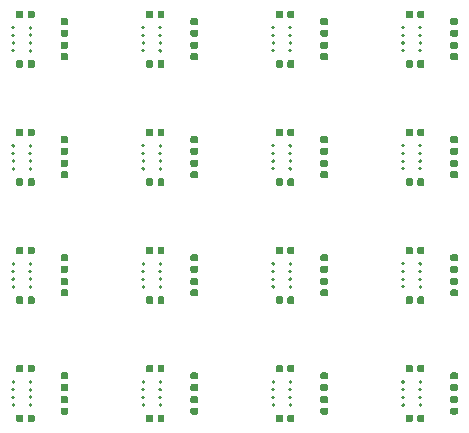
<source format=gbr>
G04 #@! TF.GenerationSoftware,KiCad,Pcbnew,5.1.5-52549c5~84~ubuntu18.04.1*
G04 #@! TF.CreationDate,2020-10-30T11:30:54+01:00*
G04 #@! TF.ProjectId,output.load_cell_panel,6f757470-7574-42e6-9c6f-61645f63656c,rev?*
G04 #@! TF.SameCoordinates,Original*
G04 #@! TF.FileFunction,Paste,Top*
G04 #@! TF.FilePolarity,Positive*
%FSLAX46Y46*%
G04 Gerber Fmt 4.6, Leading zero omitted, Abs format (unit mm)*
G04 Created by KiCad (PCBNEW 5.1.5-52549c5~84~ubuntu18.04.1) date 2020-10-30 11:30:54*
%MOMM*%
%LPD*%
G04 APERTURE LIST*
%ADD10C,0.175000*%
%ADD11C,0.100000*%
G04 APERTURE END LIST*
D10*
X163862500Y-93975000D02*
G75*
G03X163862500Y-93975000I-87500J0D01*
G01*
X163862500Y-93325000D02*
G75*
G03X163862500Y-93325000I-87500J0D01*
G01*
X163862500Y-92025000D02*
G75*
G03X163862500Y-92025000I-87500J0D01*
G01*
X163862500Y-92675000D02*
G75*
G03X163862500Y-92675000I-87500J0D01*
G01*
X165312500Y-93975000D02*
G75*
G03X165312500Y-93975000I-87500J0D01*
G01*
X165312500Y-93325000D02*
G75*
G03X165312500Y-93325000I-87500J0D01*
G01*
X165312500Y-92025000D02*
G75*
G03X165312500Y-92025000I-87500J0D01*
G01*
X165312500Y-92675000D02*
G75*
G03X165312500Y-92675000I-87500J0D01*
G01*
X141862500Y-83975000D02*
G75*
G03X141862500Y-83975000I-87500J0D01*
G01*
X141862500Y-83325000D02*
G75*
G03X141862500Y-83325000I-87500J0D01*
G01*
X141862500Y-82025000D02*
G75*
G03X141862500Y-82025000I-87500J0D01*
G01*
X141862500Y-82675000D02*
G75*
G03X141862500Y-82675000I-87500J0D01*
G01*
X143312500Y-83975000D02*
G75*
G03X143312500Y-83975000I-87500J0D01*
G01*
X143312500Y-83325000D02*
G75*
G03X143312500Y-83325000I-87500J0D01*
G01*
X143312500Y-82025000D02*
G75*
G03X143312500Y-82025000I-87500J0D01*
G01*
X143312500Y-82675000D02*
G75*
G03X143312500Y-82675000I-87500J0D01*
G01*
X163862500Y-103975000D02*
G75*
G03X163862500Y-103975000I-87500J0D01*
G01*
X163862500Y-103325000D02*
G75*
G03X163862500Y-103325000I-87500J0D01*
G01*
X163862500Y-102025000D02*
G75*
G03X163862500Y-102025000I-87500J0D01*
G01*
X163862500Y-102675000D02*
G75*
G03X163862500Y-102675000I-87500J0D01*
G01*
X165312500Y-103975000D02*
G75*
G03X165312500Y-103975000I-87500J0D01*
G01*
X165312500Y-103325000D02*
G75*
G03X165312500Y-103325000I-87500J0D01*
G01*
X165312500Y-102025000D02*
G75*
G03X165312500Y-102025000I-87500J0D01*
G01*
X165312500Y-102675000D02*
G75*
G03X165312500Y-102675000I-87500J0D01*
G01*
X163862500Y-73975000D02*
G75*
G03X163862500Y-73975000I-87500J0D01*
G01*
X163862500Y-73325000D02*
G75*
G03X163862500Y-73325000I-87500J0D01*
G01*
X163862500Y-72025000D02*
G75*
G03X163862500Y-72025000I-87500J0D01*
G01*
X163862500Y-72675000D02*
G75*
G03X163862500Y-72675000I-87500J0D01*
G01*
X165312500Y-73975000D02*
G75*
G03X165312500Y-73975000I-87500J0D01*
G01*
X165312500Y-73325000D02*
G75*
G03X165312500Y-73325000I-87500J0D01*
G01*
X165312500Y-72025000D02*
G75*
G03X165312500Y-72025000I-87500J0D01*
G01*
X165312500Y-72675000D02*
G75*
G03X165312500Y-72675000I-87500J0D01*
G01*
X141862500Y-103975000D02*
G75*
G03X141862500Y-103975000I-87500J0D01*
G01*
X141862500Y-103325000D02*
G75*
G03X141862500Y-103325000I-87500J0D01*
G01*
X141862500Y-102025000D02*
G75*
G03X141862500Y-102025000I-87500J0D01*
G01*
X141862500Y-102675000D02*
G75*
G03X141862500Y-102675000I-87500J0D01*
G01*
X143312500Y-103975000D02*
G75*
G03X143312500Y-103975000I-87500J0D01*
G01*
X143312500Y-103325000D02*
G75*
G03X143312500Y-103325000I-87500J0D01*
G01*
X143312500Y-102025000D02*
G75*
G03X143312500Y-102025000I-87500J0D01*
G01*
X143312500Y-102675000D02*
G75*
G03X143312500Y-102675000I-87500J0D01*
G01*
X141862500Y-93975000D02*
G75*
G03X141862500Y-93975000I-87500J0D01*
G01*
X141862500Y-93325000D02*
G75*
G03X141862500Y-93325000I-87500J0D01*
G01*
X141862500Y-92025000D02*
G75*
G03X141862500Y-92025000I-87500J0D01*
G01*
X141862500Y-92675000D02*
G75*
G03X141862500Y-92675000I-87500J0D01*
G01*
X143312500Y-93975000D02*
G75*
G03X143312500Y-93975000I-87500J0D01*
G01*
X143312500Y-93325000D02*
G75*
G03X143312500Y-93325000I-87500J0D01*
G01*
X143312500Y-92025000D02*
G75*
G03X143312500Y-92025000I-87500J0D01*
G01*
X143312500Y-92675000D02*
G75*
G03X143312500Y-92675000I-87500J0D01*
G01*
X152862500Y-73975000D02*
G75*
G03X152862500Y-73975000I-87500J0D01*
G01*
X152862500Y-73325000D02*
G75*
G03X152862500Y-73325000I-87500J0D01*
G01*
X152862500Y-72025000D02*
G75*
G03X152862500Y-72025000I-87500J0D01*
G01*
X152862500Y-72675000D02*
G75*
G03X152862500Y-72675000I-87500J0D01*
G01*
X154312500Y-73975000D02*
G75*
G03X154312500Y-73975000I-87500J0D01*
G01*
X154312500Y-73325000D02*
G75*
G03X154312500Y-73325000I-87500J0D01*
G01*
X154312500Y-72025000D02*
G75*
G03X154312500Y-72025000I-87500J0D01*
G01*
X154312500Y-72675000D02*
G75*
G03X154312500Y-72675000I-87500J0D01*
G01*
X152862500Y-83975000D02*
G75*
G03X152862500Y-83975000I-87500J0D01*
G01*
X152862500Y-83325000D02*
G75*
G03X152862500Y-83325000I-87500J0D01*
G01*
X152862500Y-82025000D02*
G75*
G03X152862500Y-82025000I-87500J0D01*
G01*
X152862500Y-82675000D02*
G75*
G03X152862500Y-82675000I-87500J0D01*
G01*
X154312500Y-83975000D02*
G75*
G03X154312500Y-83975000I-87500J0D01*
G01*
X154312500Y-83325000D02*
G75*
G03X154312500Y-83325000I-87500J0D01*
G01*
X154312500Y-82025000D02*
G75*
G03X154312500Y-82025000I-87500J0D01*
G01*
X154312500Y-82675000D02*
G75*
G03X154312500Y-82675000I-87500J0D01*
G01*
X141862500Y-73975000D02*
G75*
G03X141862500Y-73975000I-87500J0D01*
G01*
X141862500Y-73325000D02*
G75*
G03X141862500Y-73325000I-87500J0D01*
G01*
X141862500Y-72025000D02*
G75*
G03X141862500Y-72025000I-87500J0D01*
G01*
X141862500Y-72675000D02*
G75*
G03X141862500Y-72675000I-87500J0D01*
G01*
X143312500Y-73975000D02*
G75*
G03X143312500Y-73975000I-87500J0D01*
G01*
X143312500Y-73325000D02*
G75*
G03X143312500Y-73325000I-87500J0D01*
G01*
X143312500Y-72025000D02*
G75*
G03X143312500Y-72025000I-87500J0D01*
G01*
X143312500Y-72675000D02*
G75*
G03X143312500Y-72675000I-87500J0D01*
G01*
X152862500Y-103975000D02*
G75*
G03X152862500Y-103975000I-87500J0D01*
G01*
X152862500Y-103325000D02*
G75*
G03X152862500Y-103325000I-87500J0D01*
G01*
X152862500Y-102025000D02*
G75*
G03X152862500Y-102025000I-87500J0D01*
G01*
X152862500Y-102675000D02*
G75*
G03X152862500Y-102675000I-87500J0D01*
G01*
X154312500Y-103975000D02*
G75*
G03X154312500Y-103975000I-87500J0D01*
G01*
X154312500Y-103325000D02*
G75*
G03X154312500Y-103325000I-87500J0D01*
G01*
X154312500Y-102025000D02*
G75*
G03X154312500Y-102025000I-87500J0D01*
G01*
X154312500Y-102675000D02*
G75*
G03X154312500Y-102675000I-87500J0D01*
G01*
X152862500Y-93975000D02*
G75*
G03X152862500Y-93975000I-87500J0D01*
G01*
X152862500Y-93325000D02*
G75*
G03X152862500Y-93325000I-87500J0D01*
G01*
X152862500Y-92025000D02*
G75*
G03X152862500Y-92025000I-87500J0D01*
G01*
X152862500Y-92675000D02*
G75*
G03X152862500Y-92675000I-87500J0D01*
G01*
X154312500Y-93975000D02*
G75*
G03X154312500Y-93975000I-87500J0D01*
G01*
X154312500Y-93325000D02*
G75*
G03X154312500Y-93325000I-87500J0D01*
G01*
X154312500Y-92025000D02*
G75*
G03X154312500Y-92025000I-87500J0D01*
G01*
X154312500Y-92675000D02*
G75*
G03X154312500Y-92675000I-87500J0D01*
G01*
X163862500Y-83975000D02*
G75*
G03X163862500Y-83975000I-87500J0D01*
G01*
X163862500Y-83325000D02*
G75*
G03X163862500Y-83325000I-87500J0D01*
G01*
X163862500Y-82025000D02*
G75*
G03X163862500Y-82025000I-87500J0D01*
G01*
X163862500Y-82675000D02*
G75*
G03X163862500Y-82675000I-87500J0D01*
G01*
X165312500Y-83975000D02*
G75*
G03X165312500Y-83975000I-87500J0D01*
G01*
X165312500Y-83325000D02*
G75*
G03X165312500Y-83325000I-87500J0D01*
G01*
X165312500Y-82025000D02*
G75*
G03X165312500Y-82025000I-87500J0D01*
G01*
X165312500Y-82675000D02*
G75*
G03X165312500Y-82675000I-87500J0D01*
G01*
X130862500Y-93975000D02*
G75*
G03X130862500Y-93975000I-87500J0D01*
G01*
X130862500Y-93325000D02*
G75*
G03X130862500Y-93325000I-87500J0D01*
G01*
X130862500Y-92025000D02*
G75*
G03X130862500Y-92025000I-87500J0D01*
G01*
X130862500Y-92675000D02*
G75*
G03X130862500Y-92675000I-87500J0D01*
G01*
X132312500Y-93975000D02*
G75*
G03X132312500Y-93975000I-87500J0D01*
G01*
X132312500Y-93325000D02*
G75*
G03X132312500Y-93325000I-87500J0D01*
G01*
X132312500Y-92025000D02*
G75*
G03X132312500Y-92025000I-87500J0D01*
G01*
X132312500Y-92675000D02*
G75*
G03X132312500Y-92675000I-87500J0D01*
G01*
X130862500Y-103975000D02*
G75*
G03X130862500Y-103975000I-87500J0D01*
G01*
X130862500Y-103325000D02*
G75*
G03X130862500Y-103325000I-87500J0D01*
G01*
X130862500Y-102025000D02*
G75*
G03X130862500Y-102025000I-87500J0D01*
G01*
X130862500Y-102675000D02*
G75*
G03X130862500Y-102675000I-87500J0D01*
G01*
X132312500Y-103975000D02*
G75*
G03X132312500Y-103975000I-87500J0D01*
G01*
X132312500Y-103325000D02*
G75*
G03X132312500Y-103325000I-87500J0D01*
G01*
X132312500Y-102025000D02*
G75*
G03X132312500Y-102025000I-87500J0D01*
G01*
X132312500Y-102675000D02*
G75*
G03X132312500Y-102675000I-87500J0D01*
G01*
X130862500Y-83975000D02*
G75*
G03X130862500Y-83975000I-87500J0D01*
G01*
X130862500Y-83325000D02*
G75*
G03X130862500Y-83325000I-87500J0D01*
G01*
X130862500Y-82025000D02*
G75*
G03X130862500Y-82025000I-87500J0D01*
G01*
X130862500Y-82675000D02*
G75*
G03X130862500Y-82675000I-87500J0D01*
G01*
X132312500Y-83975000D02*
G75*
G03X132312500Y-83975000I-87500J0D01*
G01*
X132312500Y-83325000D02*
G75*
G03X132312500Y-83325000I-87500J0D01*
G01*
X132312500Y-82025000D02*
G75*
G03X132312500Y-82025000I-87500J0D01*
G01*
X132312500Y-82675000D02*
G75*
G03X132312500Y-82675000I-87500J0D01*
G01*
X132312500Y-72675000D02*
G75*
G03X132312500Y-72675000I-87500J0D01*
G01*
X132312500Y-72025000D02*
G75*
G03X132312500Y-72025000I-87500J0D01*
G01*
X132312500Y-73325000D02*
G75*
G03X132312500Y-73325000I-87500J0D01*
G01*
X132312500Y-73975000D02*
G75*
G03X132312500Y-73975000I-87500J0D01*
G01*
X130862500Y-72675000D02*
G75*
G03X130862500Y-72675000I-87500J0D01*
G01*
X130862500Y-72025000D02*
G75*
G03X130862500Y-72025000I-87500J0D01*
G01*
X130862500Y-73325000D02*
G75*
G03X130862500Y-73325000I-87500J0D01*
G01*
X130862500Y-73975000D02*
G75*
G03X130862500Y-73975000I-87500J0D01*
G01*
D11*
G36*
X165446958Y-94780710D02*
G01*
X165461276Y-94782834D01*
X165475317Y-94786351D01*
X165488946Y-94791228D01*
X165502031Y-94797417D01*
X165514447Y-94804858D01*
X165526073Y-94813481D01*
X165536798Y-94823202D01*
X165546519Y-94833927D01*
X165555142Y-94845553D01*
X165562583Y-94857969D01*
X165568772Y-94871054D01*
X165573649Y-94884683D01*
X165577166Y-94898724D01*
X165579290Y-94913042D01*
X165580000Y-94927500D01*
X165580000Y-95272500D01*
X165579290Y-95286958D01*
X165577166Y-95301276D01*
X165573649Y-95315317D01*
X165568772Y-95328946D01*
X165562583Y-95342031D01*
X165555142Y-95354447D01*
X165546519Y-95366073D01*
X165536798Y-95376798D01*
X165526073Y-95386519D01*
X165514447Y-95395142D01*
X165502031Y-95402583D01*
X165488946Y-95408772D01*
X165475317Y-95413649D01*
X165461276Y-95417166D01*
X165446958Y-95419290D01*
X165432500Y-95420000D01*
X165137500Y-95420000D01*
X165123042Y-95419290D01*
X165108724Y-95417166D01*
X165094683Y-95413649D01*
X165081054Y-95408772D01*
X165067969Y-95402583D01*
X165055553Y-95395142D01*
X165043927Y-95386519D01*
X165033202Y-95376798D01*
X165023481Y-95366073D01*
X165014858Y-95354447D01*
X165007417Y-95342031D01*
X165001228Y-95328946D01*
X164996351Y-95315317D01*
X164992834Y-95301276D01*
X164990710Y-95286958D01*
X164990000Y-95272500D01*
X164990000Y-94927500D01*
X164990710Y-94913042D01*
X164992834Y-94898724D01*
X164996351Y-94884683D01*
X165001228Y-94871054D01*
X165007417Y-94857969D01*
X165014858Y-94845553D01*
X165023481Y-94833927D01*
X165033202Y-94823202D01*
X165043927Y-94813481D01*
X165055553Y-94804858D01*
X165067969Y-94797417D01*
X165081054Y-94791228D01*
X165094683Y-94786351D01*
X165108724Y-94782834D01*
X165123042Y-94780710D01*
X165137500Y-94780000D01*
X165432500Y-94780000D01*
X165446958Y-94780710D01*
G37*
G36*
X164476958Y-94780710D02*
G01*
X164491276Y-94782834D01*
X164505317Y-94786351D01*
X164518946Y-94791228D01*
X164532031Y-94797417D01*
X164544447Y-94804858D01*
X164556073Y-94813481D01*
X164566798Y-94823202D01*
X164576519Y-94833927D01*
X164585142Y-94845553D01*
X164592583Y-94857969D01*
X164598772Y-94871054D01*
X164603649Y-94884683D01*
X164607166Y-94898724D01*
X164609290Y-94913042D01*
X164610000Y-94927500D01*
X164610000Y-95272500D01*
X164609290Y-95286958D01*
X164607166Y-95301276D01*
X164603649Y-95315317D01*
X164598772Y-95328946D01*
X164592583Y-95342031D01*
X164585142Y-95354447D01*
X164576519Y-95366073D01*
X164566798Y-95376798D01*
X164556073Y-95386519D01*
X164544447Y-95395142D01*
X164532031Y-95402583D01*
X164518946Y-95408772D01*
X164505317Y-95413649D01*
X164491276Y-95417166D01*
X164476958Y-95419290D01*
X164462500Y-95420000D01*
X164167500Y-95420000D01*
X164153042Y-95419290D01*
X164138724Y-95417166D01*
X164124683Y-95413649D01*
X164111054Y-95408772D01*
X164097969Y-95402583D01*
X164085553Y-95395142D01*
X164073927Y-95386519D01*
X164063202Y-95376798D01*
X164053481Y-95366073D01*
X164044858Y-95354447D01*
X164037417Y-95342031D01*
X164031228Y-95328946D01*
X164026351Y-95315317D01*
X164022834Y-95301276D01*
X164020710Y-95286958D01*
X164020000Y-95272500D01*
X164020000Y-94927500D01*
X164020710Y-94913042D01*
X164022834Y-94898724D01*
X164026351Y-94884683D01*
X164031228Y-94871054D01*
X164037417Y-94857969D01*
X164044858Y-94845553D01*
X164053481Y-94833927D01*
X164063202Y-94823202D01*
X164073927Y-94813481D01*
X164085553Y-94804858D01*
X164097969Y-94797417D01*
X164111054Y-94791228D01*
X164124683Y-94786351D01*
X164138724Y-94782834D01*
X164153042Y-94780710D01*
X164167500Y-94780000D01*
X164462500Y-94780000D01*
X164476958Y-94780710D01*
G37*
G36*
X154446958Y-94780710D02*
G01*
X154461276Y-94782834D01*
X154475317Y-94786351D01*
X154488946Y-94791228D01*
X154502031Y-94797417D01*
X154514447Y-94804858D01*
X154526073Y-94813481D01*
X154536798Y-94823202D01*
X154546519Y-94833927D01*
X154555142Y-94845553D01*
X154562583Y-94857969D01*
X154568772Y-94871054D01*
X154573649Y-94884683D01*
X154577166Y-94898724D01*
X154579290Y-94913042D01*
X154580000Y-94927500D01*
X154580000Y-95272500D01*
X154579290Y-95286958D01*
X154577166Y-95301276D01*
X154573649Y-95315317D01*
X154568772Y-95328946D01*
X154562583Y-95342031D01*
X154555142Y-95354447D01*
X154546519Y-95366073D01*
X154536798Y-95376798D01*
X154526073Y-95386519D01*
X154514447Y-95395142D01*
X154502031Y-95402583D01*
X154488946Y-95408772D01*
X154475317Y-95413649D01*
X154461276Y-95417166D01*
X154446958Y-95419290D01*
X154432500Y-95420000D01*
X154137500Y-95420000D01*
X154123042Y-95419290D01*
X154108724Y-95417166D01*
X154094683Y-95413649D01*
X154081054Y-95408772D01*
X154067969Y-95402583D01*
X154055553Y-95395142D01*
X154043927Y-95386519D01*
X154033202Y-95376798D01*
X154023481Y-95366073D01*
X154014858Y-95354447D01*
X154007417Y-95342031D01*
X154001228Y-95328946D01*
X153996351Y-95315317D01*
X153992834Y-95301276D01*
X153990710Y-95286958D01*
X153990000Y-95272500D01*
X153990000Y-94927500D01*
X153990710Y-94913042D01*
X153992834Y-94898724D01*
X153996351Y-94884683D01*
X154001228Y-94871054D01*
X154007417Y-94857969D01*
X154014858Y-94845553D01*
X154023481Y-94833927D01*
X154033202Y-94823202D01*
X154043927Y-94813481D01*
X154055553Y-94804858D01*
X154067969Y-94797417D01*
X154081054Y-94791228D01*
X154094683Y-94786351D01*
X154108724Y-94782834D01*
X154123042Y-94780710D01*
X154137500Y-94780000D01*
X154432500Y-94780000D01*
X154446958Y-94780710D01*
G37*
G36*
X153476958Y-94780710D02*
G01*
X153491276Y-94782834D01*
X153505317Y-94786351D01*
X153518946Y-94791228D01*
X153532031Y-94797417D01*
X153544447Y-94804858D01*
X153556073Y-94813481D01*
X153566798Y-94823202D01*
X153576519Y-94833927D01*
X153585142Y-94845553D01*
X153592583Y-94857969D01*
X153598772Y-94871054D01*
X153603649Y-94884683D01*
X153607166Y-94898724D01*
X153609290Y-94913042D01*
X153610000Y-94927500D01*
X153610000Y-95272500D01*
X153609290Y-95286958D01*
X153607166Y-95301276D01*
X153603649Y-95315317D01*
X153598772Y-95328946D01*
X153592583Y-95342031D01*
X153585142Y-95354447D01*
X153576519Y-95366073D01*
X153566798Y-95376798D01*
X153556073Y-95386519D01*
X153544447Y-95395142D01*
X153532031Y-95402583D01*
X153518946Y-95408772D01*
X153505317Y-95413649D01*
X153491276Y-95417166D01*
X153476958Y-95419290D01*
X153462500Y-95420000D01*
X153167500Y-95420000D01*
X153153042Y-95419290D01*
X153138724Y-95417166D01*
X153124683Y-95413649D01*
X153111054Y-95408772D01*
X153097969Y-95402583D01*
X153085553Y-95395142D01*
X153073927Y-95386519D01*
X153063202Y-95376798D01*
X153053481Y-95366073D01*
X153044858Y-95354447D01*
X153037417Y-95342031D01*
X153031228Y-95328946D01*
X153026351Y-95315317D01*
X153022834Y-95301276D01*
X153020710Y-95286958D01*
X153020000Y-95272500D01*
X153020000Y-94927500D01*
X153020710Y-94913042D01*
X153022834Y-94898724D01*
X153026351Y-94884683D01*
X153031228Y-94871054D01*
X153037417Y-94857969D01*
X153044858Y-94845553D01*
X153053481Y-94833927D01*
X153063202Y-94823202D01*
X153073927Y-94813481D01*
X153085553Y-94804858D01*
X153097969Y-94797417D01*
X153111054Y-94791228D01*
X153124683Y-94786351D01*
X153138724Y-94782834D01*
X153153042Y-94780710D01*
X153167500Y-94780000D01*
X153462500Y-94780000D01*
X153476958Y-94780710D01*
G37*
G36*
X143446958Y-94780710D02*
G01*
X143461276Y-94782834D01*
X143475317Y-94786351D01*
X143488946Y-94791228D01*
X143502031Y-94797417D01*
X143514447Y-94804858D01*
X143526073Y-94813481D01*
X143536798Y-94823202D01*
X143546519Y-94833927D01*
X143555142Y-94845553D01*
X143562583Y-94857969D01*
X143568772Y-94871054D01*
X143573649Y-94884683D01*
X143577166Y-94898724D01*
X143579290Y-94913042D01*
X143580000Y-94927500D01*
X143580000Y-95272500D01*
X143579290Y-95286958D01*
X143577166Y-95301276D01*
X143573649Y-95315317D01*
X143568772Y-95328946D01*
X143562583Y-95342031D01*
X143555142Y-95354447D01*
X143546519Y-95366073D01*
X143536798Y-95376798D01*
X143526073Y-95386519D01*
X143514447Y-95395142D01*
X143502031Y-95402583D01*
X143488946Y-95408772D01*
X143475317Y-95413649D01*
X143461276Y-95417166D01*
X143446958Y-95419290D01*
X143432500Y-95420000D01*
X143137500Y-95420000D01*
X143123042Y-95419290D01*
X143108724Y-95417166D01*
X143094683Y-95413649D01*
X143081054Y-95408772D01*
X143067969Y-95402583D01*
X143055553Y-95395142D01*
X143043927Y-95386519D01*
X143033202Y-95376798D01*
X143023481Y-95366073D01*
X143014858Y-95354447D01*
X143007417Y-95342031D01*
X143001228Y-95328946D01*
X142996351Y-95315317D01*
X142992834Y-95301276D01*
X142990710Y-95286958D01*
X142990000Y-95272500D01*
X142990000Y-94927500D01*
X142990710Y-94913042D01*
X142992834Y-94898724D01*
X142996351Y-94884683D01*
X143001228Y-94871054D01*
X143007417Y-94857969D01*
X143014858Y-94845553D01*
X143023481Y-94833927D01*
X143033202Y-94823202D01*
X143043927Y-94813481D01*
X143055553Y-94804858D01*
X143067969Y-94797417D01*
X143081054Y-94791228D01*
X143094683Y-94786351D01*
X143108724Y-94782834D01*
X143123042Y-94780710D01*
X143137500Y-94780000D01*
X143432500Y-94780000D01*
X143446958Y-94780710D01*
G37*
G36*
X142476958Y-94780710D02*
G01*
X142491276Y-94782834D01*
X142505317Y-94786351D01*
X142518946Y-94791228D01*
X142532031Y-94797417D01*
X142544447Y-94804858D01*
X142556073Y-94813481D01*
X142566798Y-94823202D01*
X142576519Y-94833927D01*
X142585142Y-94845553D01*
X142592583Y-94857969D01*
X142598772Y-94871054D01*
X142603649Y-94884683D01*
X142607166Y-94898724D01*
X142609290Y-94913042D01*
X142610000Y-94927500D01*
X142610000Y-95272500D01*
X142609290Y-95286958D01*
X142607166Y-95301276D01*
X142603649Y-95315317D01*
X142598772Y-95328946D01*
X142592583Y-95342031D01*
X142585142Y-95354447D01*
X142576519Y-95366073D01*
X142566798Y-95376798D01*
X142556073Y-95386519D01*
X142544447Y-95395142D01*
X142532031Y-95402583D01*
X142518946Y-95408772D01*
X142505317Y-95413649D01*
X142491276Y-95417166D01*
X142476958Y-95419290D01*
X142462500Y-95420000D01*
X142167500Y-95420000D01*
X142153042Y-95419290D01*
X142138724Y-95417166D01*
X142124683Y-95413649D01*
X142111054Y-95408772D01*
X142097969Y-95402583D01*
X142085553Y-95395142D01*
X142073927Y-95386519D01*
X142063202Y-95376798D01*
X142053481Y-95366073D01*
X142044858Y-95354447D01*
X142037417Y-95342031D01*
X142031228Y-95328946D01*
X142026351Y-95315317D01*
X142022834Y-95301276D01*
X142020710Y-95286958D01*
X142020000Y-95272500D01*
X142020000Y-94927500D01*
X142020710Y-94913042D01*
X142022834Y-94898724D01*
X142026351Y-94884683D01*
X142031228Y-94871054D01*
X142037417Y-94857969D01*
X142044858Y-94845553D01*
X142053481Y-94833927D01*
X142063202Y-94823202D01*
X142073927Y-94813481D01*
X142085553Y-94804858D01*
X142097969Y-94797417D01*
X142111054Y-94791228D01*
X142124683Y-94786351D01*
X142138724Y-94782834D01*
X142153042Y-94780710D01*
X142167500Y-94780000D01*
X142462500Y-94780000D01*
X142476958Y-94780710D01*
G37*
G36*
X154446958Y-104780710D02*
G01*
X154461276Y-104782834D01*
X154475317Y-104786351D01*
X154488946Y-104791228D01*
X154502031Y-104797417D01*
X154514447Y-104804858D01*
X154526073Y-104813481D01*
X154536798Y-104823202D01*
X154546519Y-104833927D01*
X154555142Y-104845553D01*
X154562583Y-104857969D01*
X154568772Y-104871054D01*
X154573649Y-104884683D01*
X154577166Y-104898724D01*
X154579290Y-104913042D01*
X154580000Y-104927500D01*
X154580000Y-105272500D01*
X154579290Y-105286958D01*
X154577166Y-105301276D01*
X154573649Y-105315317D01*
X154568772Y-105328946D01*
X154562583Y-105342031D01*
X154555142Y-105354447D01*
X154546519Y-105366073D01*
X154536798Y-105376798D01*
X154526073Y-105386519D01*
X154514447Y-105395142D01*
X154502031Y-105402583D01*
X154488946Y-105408772D01*
X154475317Y-105413649D01*
X154461276Y-105417166D01*
X154446958Y-105419290D01*
X154432500Y-105420000D01*
X154137500Y-105420000D01*
X154123042Y-105419290D01*
X154108724Y-105417166D01*
X154094683Y-105413649D01*
X154081054Y-105408772D01*
X154067969Y-105402583D01*
X154055553Y-105395142D01*
X154043927Y-105386519D01*
X154033202Y-105376798D01*
X154023481Y-105366073D01*
X154014858Y-105354447D01*
X154007417Y-105342031D01*
X154001228Y-105328946D01*
X153996351Y-105315317D01*
X153992834Y-105301276D01*
X153990710Y-105286958D01*
X153990000Y-105272500D01*
X153990000Y-104927500D01*
X153990710Y-104913042D01*
X153992834Y-104898724D01*
X153996351Y-104884683D01*
X154001228Y-104871054D01*
X154007417Y-104857969D01*
X154014858Y-104845553D01*
X154023481Y-104833927D01*
X154033202Y-104823202D01*
X154043927Y-104813481D01*
X154055553Y-104804858D01*
X154067969Y-104797417D01*
X154081054Y-104791228D01*
X154094683Y-104786351D01*
X154108724Y-104782834D01*
X154123042Y-104780710D01*
X154137500Y-104780000D01*
X154432500Y-104780000D01*
X154446958Y-104780710D01*
G37*
G36*
X153476958Y-104780710D02*
G01*
X153491276Y-104782834D01*
X153505317Y-104786351D01*
X153518946Y-104791228D01*
X153532031Y-104797417D01*
X153544447Y-104804858D01*
X153556073Y-104813481D01*
X153566798Y-104823202D01*
X153576519Y-104833927D01*
X153585142Y-104845553D01*
X153592583Y-104857969D01*
X153598772Y-104871054D01*
X153603649Y-104884683D01*
X153607166Y-104898724D01*
X153609290Y-104913042D01*
X153610000Y-104927500D01*
X153610000Y-105272500D01*
X153609290Y-105286958D01*
X153607166Y-105301276D01*
X153603649Y-105315317D01*
X153598772Y-105328946D01*
X153592583Y-105342031D01*
X153585142Y-105354447D01*
X153576519Y-105366073D01*
X153566798Y-105376798D01*
X153556073Y-105386519D01*
X153544447Y-105395142D01*
X153532031Y-105402583D01*
X153518946Y-105408772D01*
X153505317Y-105413649D01*
X153491276Y-105417166D01*
X153476958Y-105419290D01*
X153462500Y-105420000D01*
X153167500Y-105420000D01*
X153153042Y-105419290D01*
X153138724Y-105417166D01*
X153124683Y-105413649D01*
X153111054Y-105408772D01*
X153097969Y-105402583D01*
X153085553Y-105395142D01*
X153073927Y-105386519D01*
X153063202Y-105376798D01*
X153053481Y-105366073D01*
X153044858Y-105354447D01*
X153037417Y-105342031D01*
X153031228Y-105328946D01*
X153026351Y-105315317D01*
X153022834Y-105301276D01*
X153020710Y-105286958D01*
X153020000Y-105272500D01*
X153020000Y-104927500D01*
X153020710Y-104913042D01*
X153022834Y-104898724D01*
X153026351Y-104884683D01*
X153031228Y-104871054D01*
X153037417Y-104857969D01*
X153044858Y-104845553D01*
X153053481Y-104833927D01*
X153063202Y-104823202D01*
X153073927Y-104813481D01*
X153085553Y-104804858D01*
X153097969Y-104797417D01*
X153111054Y-104791228D01*
X153124683Y-104786351D01*
X153138724Y-104782834D01*
X153153042Y-104780710D01*
X153167500Y-104780000D01*
X153462500Y-104780000D01*
X153476958Y-104780710D01*
G37*
G36*
X143446958Y-104780710D02*
G01*
X143461276Y-104782834D01*
X143475317Y-104786351D01*
X143488946Y-104791228D01*
X143502031Y-104797417D01*
X143514447Y-104804858D01*
X143526073Y-104813481D01*
X143536798Y-104823202D01*
X143546519Y-104833927D01*
X143555142Y-104845553D01*
X143562583Y-104857969D01*
X143568772Y-104871054D01*
X143573649Y-104884683D01*
X143577166Y-104898724D01*
X143579290Y-104913042D01*
X143580000Y-104927500D01*
X143580000Y-105272500D01*
X143579290Y-105286958D01*
X143577166Y-105301276D01*
X143573649Y-105315317D01*
X143568772Y-105328946D01*
X143562583Y-105342031D01*
X143555142Y-105354447D01*
X143546519Y-105366073D01*
X143536798Y-105376798D01*
X143526073Y-105386519D01*
X143514447Y-105395142D01*
X143502031Y-105402583D01*
X143488946Y-105408772D01*
X143475317Y-105413649D01*
X143461276Y-105417166D01*
X143446958Y-105419290D01*
X143432500Y-105420000D01*
X143137500Y-105420000D01*
X143123042Y-105419290D01*
X143108724Y-105417166D01*
X143094683Y-105413649D01*
X143081054Y-105408772D01*
X143067969Y-105402583D01*
X143055553Y-105395142D01*
X143043927Y-105386519D01*
X143033202Y-105376798D01*
X143023481Y-105366073D01*
X143014858Y-105354447D01*
X143007417Y-105342031D01*
X143001228Y-105328946D01*
X142996351Y-105315317D01*
X142992834Y-105301276D01*
X142990710Y-105286958D01*
X142990000Y-105272500D01*
X142990000Y-104927500D01*
X142990710Y-104913042D01*
X142992834Y-104898724D01*
X142996351Y-104884683D01*
X143001228Y-104871054D01*
X143007417Y-104857969D01*
X143014858Y-104845553D01*
X143023481Y-104833927D01*
X143033202Y-104823202D01*
X143043927Y-104813481D01*
X143055553Y-104804858D01*
X143067969Y-104797417D01*
X143081054Y-104791228D01*
X143094683Y-104786351D01*
X143108724Y-104782834D01*
X143123042Y-104780710D01*
X143137500Y-104780000D01*
X143432500Y-104780000D01*
X143446958Y-104780710D01*
G37*
G36*
X142476958Y-104780710D02*
G01*
X142491276Y-104782834D01*
X142505317Y-104786351D01*
X142518946Y-104791228D01*
X142532031Y-104797417D01*
X142544447Y-104804858D01*
X142556073Y-104813481D01*
X142566798Y-104823202D01*
X142576519Y-104833927D01*
X142585142Y-104845553D01*
X142592583Y-104857969D01*
X142598772Y-104871054D01*
X142603649Y-104884683D01*
X142607166Y-104898724D01*
X142609290Y-104913042D01*
X142610000Y-104927500D01*
X142610000Y-105272500D01*
X142609290Y-105286958D01*
X142607166Y-105301276D01*
X142603649Y-105315317D01*
X142598772Y-105328946D01*
X142592583Y-105342031D01*
X142585142Y-105354447D01*
X142576519Y-105366073D01*
X142566798Y-105376798D01*
X142556073Y-105386519D01*
X142544447Y-105395142D01*
X142532031Y-105402583D01*
X142518946Y-105408772D01*
X142505317Y-105413649D01*
X142491276Y-105417166D01*
X142476958Y-105419290D01*
X142462500Y-105420000D01*
X142167500Y-105420000D01*
X142153042Y-105419290D01*
X142138724Y-105417166D01*
X142124683Y-105413649D01*
X142111054Y-105408772D01*
X142097969Y-105402583D01*
X142085553Y-105395142D01*
X142073927Y-105386519D01*
X142063202Y-105376798D01*
X142053481Y-105366073D01*
X142044858Y-105354447D01*
X142037417Y-105342031D01*
X142031228Y-105328946D01*
X142026351Y-105315317D01*
X142022834Y-105301276D01*
X142020710Y-105286958D01*
X142020000Y-105272500D01*
X142020000Y-104927500D01*
X142020710Y-104913042D01*
X142022834Y-104898724D01*
X142026351Y-104884683D01*
X142031228Y-104871054D01*
X142037417Y-104857969D01*
X142044858Y-104845553D01*
X142053481Y-104833927D01*
X142063202Y-104823202D01*
X142073927Y-104813481D01*
X142085553Y-104804858D01*
X142097969Y-104797417D01*
X142111054Y-104791228D01*
X142124683Y-104786351D01*
X142138724Y-104782834D01*
X142153042Y-104780710D01*
X142167500Y-104780000D01*
X142462500Y-104780000D01*
X142476958Y-104780710D01*
G37*
G36*
X164476958Y-70580710D02*
G01*
X164491276Y-70582834D01*
X164505317Y-70586351D01*
X164518946Y-70591228D01*
X164532031Y-70597417D01*
X164544447Y-70604858D01*
X164556073Y-70613481D01*
X164566798Y-70623202D01*
X164576519Y-70633927D01*
X164585142Y-70645553D01*
X164592583Y-70657969D01*
X164598772Y-70671054D01*
X164603649Y-70684683D01*
X164607166Y-70698724D01*
X164609290Y-70713042D01*
X164610000Y-70727500D01*
X164610000Y-71072500D01*
X164609290Y-71086958D01*
X164607166Y-71101276D01*
X164603649Y-71115317D01*
X164598772Y-71128946D01*
X164592583Y-71142031D01*
X164585142Y-71154447D01*
X164576519Y-71166073D01*
X164566798Y-71176798D01*
X164556073Y-71186519D01*
X164544447Y-71195142D01*
X164532031Y-71202583D01*
X164518946Y-71208772D01*
X164505317Y-71213649D01*
X164491276Y-71217166D01*
X164476958Y-71219290D01*
X164462500Y-71220000D01*
X164167500Y-71220000D01*
X164153042Y-71219290D01*
X164138724Y-71217166D01*
X164124683Y-71213649D01*
X164111054Y-71208772D01*
X164097969Y-71202583D01*
X164085553Y-71195142D01*
X164073927Y-71186519D01*
X164063202Y-71176798D01*
X164053481Y-71166073D01*
X164044858Y-71154447D01*
X164037417Y-71142031D01*
X164031228Y-71128946D01*
X164026351Y-71115317D01*
X164022834Y-71101276D01*
X164020710Y-71086958D01*
X164020000Y-71072500D01*
X164020000Y-70727500D01*
X164020710Y-70713042D01*
X164022834Y-70698724D01*
X164026351Y-70684683D01*
X164031228Y-70671054D01*
X164037417Y-70657969D01*
X164044858Y-70645553D01*
X164053481Y-70633927D01*
X164063202Y-70623202D01*
X164073927Y-70613481D01*
X164085553Y-70604858D01*
X164097969Y-70597417D01*
X164111054Y-70591228D01*
X164124683Y-70586351D01*
X164138724Y-70582834D01*
X164153042Y-70580710D01*
X164167500Y-70580000D01*
X164462500Y-70580000D01*
X164476958Y-70580710D01*
G37*
G36*
X165446958Y-70580710D02*
G01*
X165461276Y-70582834D01*
X165475317Y-70586351D01*
X165488946Y-70591228D01*
X165502031Y-70597417D01*
X165514447Y-70604858D01*
X165526073Y-70613481D01*
X165536798Y-70623202D01*
X165546519Y-70633927D01*
X165555142Y-70645553D01*
X165562583Y-70657969D01*
X165568772Y-70671054D01*
X165573649Y-70684683D01*
X165577166Y-70698724D01*
X165579290Y-70713042D01*
X165580000Y-70727500D01*
X165580000Y-71072500D01*
X165579290Y-71086958D01*
X165577166Y-71101276D01*
X165573649Y-71115317D01*
X165568772Y-71128946D01*
X165562583Y-71142031D01*
X165555142Y-71154447D01*
X165546519Y-71166073D01*
X165536798Y-71176798D01*
X165526073Y-71186519D01*
X165514447Y-71195142D01*
X165502031Y-71202583D01*
X165488946Y-71208772D01*
X165475317Y-71213649D01*
X165461276Y-71217166D01*
X165446958Y-71219290D01*
X165432500Y-71220000D01*
X165137500Y-71220000D01*
X165123042Y-71219290D01*
X165108724Y-71217166D01*
X165094683Y-71213649D01*
X165081054Y-71208772D01*
X165067969Y-71202583D01*
X165055553Y-71195142D01*
X165043927Y-71186519D01*
X165033202Y-71176798D01*
X165023481Y-71166073D01*
X165014858Y-71154447D01*
X165007417Y-71142031D01*
X165001228Y-71128946D01*
X164996351Y-71115317D01*
X164992834Y-71101276D01*
X164990710Y-71086958D01*
X164990000Y-71072500D01*
X164990000Y-70727500D01*
X164990710Y-70713042D01*
X164992834Y-70698724D01*
X164996351Y-70684683D01*
X165001228Y-70671054D01*
X165007417Y-70657969D01*
X165014858Y-70645553D01*
X165023481Y-70633927D01*
X165033202Y-70623202D01*
X165043927Y-70613481D01*
X165055553Y-70604858D01*
X165067969Y-70597417D01*
X165081054Y-70591228D01*
X165094683Y-70586351D01*
X165108724Y-70582834D01*
X165123042Y-70580710D01*
X165137500Y-70580000D01*
X165432500Y-70580000D01*
X165446958Y-70580710D01*
G37*
G36*
X142476958Y-90580710D02*
G01*
X142491276Y-90582834D01*
X142505317Y-90586351D01*
X142518946Y-90591228D01*
X142532031Y-90597417D01*
X142544447Y-90604858D01*
X142556073Y-90613481D01*
X142566798Y-90623202D01*
X142576519Y-90633927D01*
X142585142Y-90645553D01*
X142592583Y-90657969D01*
X142598772Y-90671054D01*
X142603649Y-90684683D01*
X142607166Y-90698724D01*
X142609290Y-90713042D01*
X142610000Y-90727500D01*
X142610000Y-91072500D01*
X142609290Y-91086958D01*
X142607166Y-91101276D01*
X142603649Y-91115317D01*
X142598772Y-91128946D01*
X142592583Y-91142031D01*
X142585142Y-91154447D01*
X142576519Y-91166073D01*
X142566798Y-91176798D01*
X142556073Y-91186519D01*
X142544447Y-91195142D01*
X142532031Y-91202583D01*
X142518946Y-91208772D01*
X142505317Y-91213649D01*
X142491276Y-91217166D01*
X142476958Y-91219290D01*
X142462500Y-91220000D01*
X142167500Y-91220000D01*
X142153042Y-91219290D01*
X142138724Y-91217166D01*
X142124683Y-91213649D01*
X142111054Y-91208772D01*
X142097969Y-91202583D01*
X142085553Y-91195142D01*
X142073927Y-91186519D01*
X142063202Y-91176798D01*
X142053481Y-91166073D01*
X142044858Y-91154447D01*
X142037417Y-91142031D01*
X142031228Y-91128946D01*
X142026351Y-91115317D01*
X142022834Y-91101276D01*
X142020710Y-91086958D01*
X142020000Y-91072500D01*
X142020000Y-90727500D01*
X142020710Y-90713042D01*
X142022834Y-90698724D01*
X142026351Y-90684683D01*
X142031228Y-90671054D01*
X142037417Y-90657969D01*
X142044858Y-90645553D01*
X142053481Y-90633927D01*
X142063202Y-90623202D01*
X142073927Y-90613481D01*
X142085553Y-90604858D01*
X142097969Y-90597417D01*
X142111054Y-90591228D01*
X142124683Y-90586351D01*
X142138724Y-90582834D01*
X142153042Y-90580710D01*
X142167500Y-90580000D01*
X142462500Y-90580000D01*
X142476958Y-90580710D01*
G37*
G36*
X143446958Y-90580710D02*
G01*
X143461276Y-90582834D01*
X143475317Y-90586351D01*
X143488946Y-90591228D01*
X143502031Y-90597417D01*
X143514447Y-90604858D01*
X143526073Y-90613481D01*
X143536798Y-90623202D01*
X143546519Y-90633927D01*
X143555142Y-90645553D01*
X143562583Y-90657969D01*
X143568772Y-90671054D01*
X143573649Y-90684683D01*
X143577166Y-90698724D01*
X143579290Y-90713042D01*
X143580000Y-90727500D01*
X143580000Y-91072500D01*
X143579290Y-91086958D01*
X143577166Y-91101276D01*
X143573649Y-91115317D01*
X143568772Y-91128946D01*
X143562583Y-91142031D01*
X143555142Y-91154447D01*
X143546519Y-91166073D01*
X143536798Y-91176798D01*
X143526073Y-91186519D01*
X143514447Y-91195142D01*
X143502031Y-91202583D01*
X143488946Y-91208772D01*
X143475317Y-91213649D01*
X143461276Y-91217166D01*
X143446958Y-91219290D01*
X143432500Y-91220000D01*
X143137500Y-91220000D01*
X143123042Y-91219290D01*
X143108724Y-91217166D01*
X143094683Y-91213649D01*
X143081054Y-91208772D01*
X143067969Y-91202583D01*
X143055553Y-91195142D01*
X143043927Y-91186519D01*
X143033202Y-91176798D01*
X143023481Y-91166073D01*
X143014858Y-91154447D01*
X143007417Y-91142031D01*
X143001228Y-91128946D01*
X142996351Y-91115317D01*
X142992834Y-91101276D01*
X142990710Y-91086958D01*
X142990000Y-91072500D01*
X142990000Y-90727500D01*
X142990710Y-90713042D01*
X142992834Y-90698724D01*
X142996351Y-90684683D01*
X143001228Y-90671054D01*
X143007417Y-90657969D01*
X143014858Y-90645553D01*
X143023481Y-90633927D01*
X143033202Y-90623202D01*
X143043927Y-90613481D01*
X143055553Y-90604858D01*
X143067969Y-90597417D01*
X143081054Y-90591228D01*
X143094683Y-90586351D01*
X143108724Y-90582834D01*
X143123042Y-90580710D01*
X143137500Y-90580000D01*
X143432500Y-90580000D01*
X143446958Y-90580710D01*
G37*
G36*
X168286958Y-91220710D02*
G01*
X168301276Y-91222834D01*
X168315317Y-91226351D01*
X168328946Y-91231228D01*
X168342031Y-91237417D01*
X168354447Y-91244858D01*
X168366073Y-91253481D01*
X168376798Y-91263202D01*
X168386519Y-91273927D01*
X168395142Y-91285553D01*
X168402583Y-91297969D01*
X168408772Y-91311054D01*
X168413649Y-91324683D01*
X168417166Y-91338724D01*
X168419290Y-91353042D01*
X168420000Y-91367500D01*
X168420000Y-91662500D01*
X168419290Y-91676958D01*
X168417166Y-91691276D01*
X168413649Y-91705317D01*
X168408772Y-91718946D01*
X168402583Y-91732031D01*
X168395142Y-91744447D01*
X168386519Y-91756073D01*
X168376798Y-91766798D01*
X168366073Y-91776519D01*
X168354447Y-91785142D01*
X168342031Y-91792583D01*
X168328946Y-91798772D01*
X168315317Y-91803649D01*
X168301276Y-91807166D01*
X168286958Y-91809290D01*
X168272500Y-91810000D01*
X167927500Y-91810000D01*
X167913042Y-91809290D01*
X167898724Y-91807166D01*
X167884683Y-91803649D01*
X167871054Y-91798772D01*
X167857969Y-91792583D01*
X167845553Y-91785142D01*
X167833927Y-91776519D01*
X167823202Y-91766798D01*
X167813481Y-91756073D01*
X167804858Y-91744447D01*
X167797417Y-91732031D01*
X167791228Y-91718946D01*
X167786351Y-91705317D01*
X167782834Y-91691276D01*
X167780710Y-91676958D01*
X167780000Y-91662500D01*
X167780000Y-91367500D01*
X167780710Y-91353042D01*
X167782834Y-91338724D01*
X167786351Y-91324683D01*
X167791228Y-91311054D01*
X167797417Y-91297969D01*
X167804858Y-91285553D01*
X167813481Y-91273927D01*
X167823202Y-91263202D01*
X167833927Y-91253481D01*
X167845553Y-91244858D01*
X167857969Y-91237417D01*
X167871054Y-91231228D01*
X167884683Y-91226351D01*
X167898724Y-91222834D01*
X167913042Y-91220710D01*
X167927500Y-91220000D01*
X168272500Y-91220000D01*
X168286958Y-91220710D01*
G37*
G36*
X168286958Y-92190710D02*
G01*
X168301276Y-92192834D01*
X168315317Y-92196351D01*
X168328946Y-92201228D01*
X168342031Y-92207417D01*
X168354447Y-92214858D01*
X168366073Y-92223481D01*
X168376798Y-92233202D01*
X168386519Y-92243927D01*
X168395142Y-92255553D01*
X168402583Y-92267969D01*
X168408772Y-92281054D01*
X168413649Y-92294683D01*
X168417166Y-92308724D01*
X168419290Y-92323042D01*
X168420000Y-92337500D01*
X168420000Y-92632500D01*
X168419290Y-92646958D01*
X168417166Y-92661276D01*
X168413649Y-92675317D01*
X168408772Y-92688946D01*
X168402583Y-92702031D01*
X168395142Y-92714447D01*
X168386519Y-92726073D01*
X168376798Y-92736798D01*
X168366073Y-92746519D01*
X168354447Y-92755142D01*
X168342031Y-92762583D01*
X168328946Y-92768772D01*
X168315317Y-92773649D01*
X168301276Y-92777166D01*
X168286958Y-92779290D01*
X168272500Y-92780000D01*
X167927500Y-92780000D01*
X167913042Y-92779290D01*
X167898724Y-92777166D01*
X167884683Y-92773649D01*
X167871054Y-92768772D01*
X167857969Y-92762583D01*
X167845553Y-92755142D01*
X167833927Y-92746519D01*
X167823202Y-92736798D01*
X167813481Y-92726073D01*
X167804858Y-92714447D01*
X167797417Y-92702031D01*
X167791228Y-92688946D01*
X167786351Y-92675317D01*
X167782834Y-92661276D01*
X167780710Y-92646958D01*
X167780000Y-92632500D01*
X167780000Y-92337500D01*
X167780710Y-92323042D01*
X167782834Y-92308724D01*
X167786351Y-92294683D01*
X167791228Y-92281054D01*
X167797417Y-92267969D01*
X167804858Y-92255553D01*
X167813481Y-92243927D01*
X167823202Y-92233202D01*
X167833927Y-92223481D01*
X167845553Y-92214858D01*
X167857969Y-92207417D01*
X167871054Y-92201228D01*
X167884683Y-92196351D01*
X167898724Y-92192834D01*
X167913042Y-92190710D01*
X167927500Y-92190000D01*
X168272500Y-92190000D01*
X168286958Y-92190710D01*
G37*
G36*
X157286958Y-91220710D02*
G01*
X157301276Y-91222834D01*
X157315317Y-91226351D01*
X157328946Y-91231228D01*
X157342031Y-91237417D01*
X157354447Y-91244858D01*
X157366073Y-91253481D01*
X157376798Y-91263202D01*
X157386519Y-91273927D01*
X157395142Y-91285553D01*
X157402583Y-91297969D01*
X157408772Y-91311054D01*
X157413649Y-91324683D01*
X157417166Y-91338724D01*
X157419290Y-91353042D01*
X157420000Y-91367500D01*
X157420000Y-91662500D01*
X157419290Y-91676958D01*
X157417166Y-91691276D01*
X157413649Y-91705317D01*
X157408772Y-91718946D01*
X157402583Y-91732031D01*
X157395142Y-91744447D01*
X157386519Y-91756073D01*
X157376798Y-91766798D01*
X157366073Y-91776519D01*
X157354447Y-91785142D01*
X157342031Y-91792583D01*
X157328946Y-91798772D01*
X157315317Y-91803649D01*
X157301276Y-91807166D01*
X157286958Y-91809290D01*
X157272500Y-91810000D01*
X156927500Y-91810000D01*
X156913042Y-91809290D01*
X156898724Y-91807166D01*
X156884683Y-91803649D01*
X156871054Y-91798772D01*
X156857969Y-91792583D01*
X156845553Y-91785142D01*
X156833927Y-91776519D01*
X156823202Y-91766798D01*
X156813481Y-91756073D01*
X156804858Y-91744447D01*
X156797417Y-91732031D01*
X156791228Y-91718946D01*
X156786351Y-91705317D01*
X156782834Y-91691276D01*
X156780710Y-91676958D01*
X156780000Y-91662500D01*
X156780000Y-91367500D01*
X156780710Y-91353042D01*
X156782834Y-91338724D01*
X156786351Y-91324683D01*
X156791228Y-91311054D01*
X156797417Y-91297969D01*
X156804858Y-91285553D01*
X156813481Y-91273927D01*
X156823202Y-91263202D01*
X156833927Y-91253481D01*
X156845553Y-91244858D01*
X156857969Y-91237417D01*
X156871054Y-91231228D01*
X156884683Y-91226351D01*
X156898724Y-91222834D01*
X156913042Y-91220710D01*
X156927500Y-91220000D01*
X157272500Y-91220000D01*
X157286958Y-91220710D01*
G37*
G36*
X157286958Y-92190710D02*
G01*
X157301276Y-92192834D01*
X157315317Y-92196351D01*
X157328946Y-92201228D01*
X157342031Y-92207417D01*
X157354447Y-92214858D01*
X157366073Y-92223481D01*
X157376798Y-92233202D01*
X157386519Y-92243927D01*
X157395142Y-92255553D01*
X157402583Y-92267969D01*
X157408772Y-92281054D01*
X157413649Y-92294683D01*
X157417166Y-92308724D01*
X157419290Y-92323042D01*
X157420000Y-92337500D01*
X157420000Y-92632500D01*
X157419290Y-92646958D01*
X157417166Y-92661276D01*
X157413649Y-92675317D01*
X157408772Y-92688946D01*
X157402583Y-92702031D01*
X157395142Y-92714447D01*
X157386519Y-92726073D01*
X157376798Y-92736798D01*
X157366073Y-92746519D01*
X157354447Y-92755142D01*
X157342031Y-92762583D01*
X157328946Y-92768772D01*
X157315317Y-92773649D01*
X157301276Y-92777166D01*
X157286958Y-92779290D01*
X157272500Y-92780000D01*
X156927500Y-92780000D01*
X156913042Y-92779290D01*
X156898724Y-92777166D01*
X156884683Y-92773649D01*
X156871054Y-92768772D01*
X156857969Y-92762583D01*
X156845553Y-92755142D01*
X156833927Y-92746519D01*
X156823202Y-92736798D01*
X156813481Y-92726073D01*
X156804858Y-92714447D01*
X156797417Y-92702031D01*
X156791228Y-92688946D01*
X156786351Y-92675317D01*
X156782834Y-92661276D01*
X156780710Y-92646958D01*
X156780000Y-92632500D01*
X156780000Y-92337500D01*
X156780710Y-92323042D01*
X156782834Y-92308724D01*
X156786351Y-92294683D01*
X156791228Y-92281054D01*
X156797417Y-92267969D01*
X156804858Y-92255553D01*
X156813481Y-92243927D01*
X156823202Y-92233202D01*
X156833927Y-92223481D01*
X156845553Y-92214858D01*
X156857969Y-92207417D01*
X156871054Y-92201228D01*
X156884683Y-92196351D01*
X156898724Y-92192834D01*
X156913042Y-92190710D01*
X156927500Y-92190000D01*
X157272500Y-92190000D01*
X157286958Y-92190710D01*
G37*
G36*
X168286958Y-73220710D02*
G01*
X168301276Y-73222834D01*
X168315317Y-73226351D01*
X168328946Y-73231228D01*
X168342031Y-73237417D01*
X168354447Y-73244858D01*
X168366073Y-73253481D01*
X168376798Y-73263202D01*
X168386519Y-73273927D01*
X168395142Y-73285553D01*
X168402583Y-73297969D01*
X168408772Y-73311054D01*
X168413649Y-73324683D01*
X168417166Y-73338724D01*
X168419290Y-73353042D01*
X168420000Y-73367500D01*
X168420000Y-73662500D01*
X168419290Y-73676958D01*
X168417166Y-73691276D01*
X168413649Y-73705317D01*
X168408772Y-73718946D01*
X168402583Y-73732031D01*
X168395142Y-73744447D01*
X168386519Y-73756073D01*
X168376798Y-73766798D01*
X168366073Y-73776519D01*
X168354447Y-73785142D01*
X168342031Y-73792583D01*
X168328946Y-73798772D01*
X168315317Y-73803649D01*
X168301276Y-73807166D01*
X168286958Y-73809290D01*
X168272500Y-73810000D01*
X167927500Y-73810000D01*
X167913042Y-73809290D01*
X167898724Y-73807166D01*
X167884683Y-73803649D01*
X167871054Y-73798772D01*
X167857969Y-73792583D01*
X167845553Y-73785142D01*
X167833927Y-73776519D01*
X167823202Y-73766798D01*
X167813481Y-73756073D01*
X167804858Y-73744447D01*
X167797417Y-73732031D01*
X167791228Y-73718946D01*
X167786351Y-73705317D01*
X167782834Y-73691276D01*
X167780710Y-73676958D01*
X167780000Y-73662500D01*
X167780000Y-73367500D01*
X167780710Y-73353042D01*
X167782834Y-73338724D01*
X167786351Y-73324683D01*
X167791228Y-73311054D01*
X167797417Y-73297969D01*
X167804858Y-73285553D01*
X167813481Y-73273927D01*
X167823202Y-73263202D01*
X167833927Y-73253481D01*
X167845553Y-73244858D01*
X167857969Y-73237417D01*
X167871054Y-73231228D01*
X167884683Y-73226351D01*
X167898724Y-73222834D01*
X167913042Y-73220710D01*
X167927500Y-73220000D01*
X168272500Y-73220000D01*
X168286958Y-73220710D01*
G37*
G36*
X168286958Y-74190710D02*
G01*
X168301276Y-74192834D01*
X168315317Y-74196351D01*
X168328946Y-74201228D01*
X168342031Y-74207417D01*
X168354447Y-74214858D01*
X168366073Y-74223481D01*
X168376798Y-74233202D01*
X168386519Y-74243927D01*
X168395142Y-74255553D01*
X168402583Y-74267969D01*
X168408772Y-74281054D01*
X168413649Y-74294683D01*
X168417166Y-74308724D01*
X168419290Y-74323042D01*
X168420000Y-74337500D01*
X168420000Y-74632500D01*
X168419290Y-74646958D01*
X168417166Y-74661276D01*
X168413649Y-74675317D01*
X168408772Y-74688946D01*
X168402583Y-74702031D01*
X168395142Y-74714447D01*
X168386519Y-74726073D01*
X168376798Y-74736798D01*
X168366073Y-74746519D01*
X168354447Y-74755142D01*
X168342031Y-74762583D01*
X168328946Y-74768772D01*
X168315317Y-74773649D01*
X168301276Y-74777166D01*
X168286958Y-74779290D01*
X168272500Y-74780000D01*
X167927500Y-74780000D01*
X167913042Y-74779290D01*
X167898724Y-74777166D01*
X167884683Y-74773649D01*
X167871054Y-74768772D01*
X167857969Y-74762583D01*
X167845553Y-74755142D01*
X167833927Y-74746519D01*
X167823202Y-74736798D01*
X167813481Y-74726073D01*
X167804858Y-74714447D01*
X167797417Y-74702031D01*
X167791228Y-74688946D01*
X167786351Y-74675317D01*
X167782834Y-74661276D01*
X167780710Y-74646958D01*
X167780000Y-74632500D01*
X167780000Y-74337500D01*
X167780710Y-74323042D01*
X167782834Y-74308724D01*
X167786351Y-74294683D01*
X167791228Y-74281054D01*
X167797417Y-74267969D01*
X167804858Y-74255553D01*
X167813481Y-74243927D01*
X167823202Y-74233202D01*
X167833927Y-74223481D01*
X167845553Y-74214858D01*
X167857969Y-74207417D01*
X167871054Y-74201228D01*
X167884683Y-74196351D01*
X167898724Y-74192834D01*
X167913042Y-74190710D01*
X167927500Y-74190000D01*
X168272500Y-74190000D01*
X168286958Y-74190710D01*
G37*
G36*
X153476958Y-100580710D02*
G01*
X153491276Y-100582834D01*
X153505317Y-100586351D01*
X153518946Y-100591228D01*
X153532031Y-100597417D01*
X153544447Y-100604858D01*
X153556073Y-100613481D01*
X153566798Y-100623202D01*
X153576519Y-100633927D01*
X153585142Y-100645553D01*
X153592583Y-100657969D01*
X153598772Y-100671054D01*
X153603649Y-100684683D01*
X153607166Y-100698724D01*
X153609290Y-100713042D01*
X153610000Y-100727500D01*
X153610000Y-101072500D01*
X153609290Y-101086958D01*
X153607166Y-101101276D01*
X153603649Y-101115317D01*
X153598772Y-101128946D01*
X153592583Y-101142031D01*
X153585142Y-101154447D01*
X153576519Y-101166073D01*
X153566798Y-101176798D01*
X153556073Y-101186519D01*
X153544447Y-101195142D01*
X153532031Y-101202583D01*
X153518946Y-101208772D01*
X153505317Y-101213649D01*
X153491276Y-101217166D01*
X153476958Y-101219290D01*
X153462500Y-101220000D01*
X153167500Y-101220000D01*
X153153042Y-101219290D01*
X153138724Y-101217166D01*
X153124683Y-101213649D01*
X153111054Y-101208772D01*
X153097969Y-101202583D01*
X153085553Y-101195142D01*
X153073927Y-101186519D01*
X153063202Y-101176798D01*
X153053481Y-101166073D01*
X153044858Y-101154447D01*
X153037417Y-101142031D01*
X153031228Y-101128946D01*
X153026351Y-101115317D01*
X153022834Y-101101276D01*
X153020710Y-101086958D01*
X153020000Y-101072500D01*
X153020000Y-100727500D01*
X153020710Y-100713042D01*
X153022834Y-100698724D01*
X153026351Y-100684683D01*
X153031228Y-100671054D01*
X153037417Y-100657969D01*
X153044858Y-100645553D01*
X153053481Y-100633927D01*
X153063202Y-100623202D01*
X153073927Y-100613481D01*
X153085553Y-100604858D01*
X153097969Y-100597417D01*
X153111054Y-100591228D01*
X153124683Y-100586351D01*
X153138724Y-100582834D01*
X153153042Y-100580710D01*
X153167500Y-100580000D01*
X153462500Y-100580000D01*
X153476958Y-100580710D01*
G37*
G36*
X154446958Y-100580710D02*
G01*
X154461276Y-100582834D01*
X154475317Y-100586351D01*
X154488946Y-100591228D01*
X154502031Y-100597417D01*
X154514447Y-100604858D01*
X154526073Y-100613481D01*
X154536798Y-100623202D01*
X154546519Y-100633927D01*
X154555142Y-100645553D01*
X154562583Y-100657969D01*
X154568772Y-100671054D01*
X154573649Y-100684683D01*
X154577166Y-100698724D01*
X154579290Y-100713042D01*
X154580000Y-100727500D01*
X154580000Y-101072500D01*
X154579290Y-101086958D01*
X154577166Y-101101276D01*
X154573649Y-101115317D01*
X154568772Y-101128946D01*
X154562583Y-101142031D01*
X154555142Y-101154447D01*
X154546519Y-101166073D01*
X154536798Y-101176798D01*
X154526073Y-101186519D01*
X154514447Y-101195142D01*
X154502031Y-101202583D01*
X154488946Y-101208772D01*
X154475317Y-101213649D01*
X154461276Y-101217166D01*
X154446958Y-101219290D01*
X154432500Y-101220000D01*
X154137500Y-101220000D01*
X154123042Y-101219290D01*
X154108724Y-101217166D01*
X154094683Y-101213649D01*
X154081054Y-101208772D01*
X154067969Y-101202583D01*
X154055553Y-101195142D01*
X154043927Y-101186519D01*
X154033202Y-101176798D01*
X154023481Y-101166073D01*
X154014858Y-101154447D01*
X154007417Y-101142031D01*
X154001228Y-101128946D01*
X153996351Y-101115317D01*
X153992834Y-101101276D01*
X153990710Y-101086958D01*
X153990000Y-101072500D01*
X153990000Y-100727500D01*
X153990710Y-100713042D01*
X153992834Y-100698724D01*
X153996351Y-100684683D01*
X154001228Y-100671054D01*
X154007417Y-100657969D01*
X154014858Y-100645553D01*
X154023481Y-100633927D01*
X154033202Y-100623202D01*
X154043927Y-100613481D01*
X154055553Y-100604858D01*
X154067969Y-100597417D01*
X154081054Y-100591228D01*
X154094683Y-100586351D01*
X154108724Y-100582834D01*
X154123042Y-100580710D01*
X154137500Y-100580000D01*
X154432500Y-100580000D01*
X154446958Y-100580710D01*
G37*
G36*
X146286958Y-93220710D02*
G01*
X146301276Y-93222834D01*
X146315317Y-93226351D01*
X146328946Y-93231228D01*
X146342031Y-93237417D01*
X146354447Y-93244858D01*
X146366073Y-93253481D01*
X146376798Y-93263202D01*
X146386519Y-93273927D01*
X146395142Y-93285553D01*
X146402583Y-93297969D01*
X146408772Y-93311054D01*
X146413649Y-93324683D01*
X146417166Y-93338724D01*
X146419290Y-93353042D01*
X146420000Y-93367500D01*
X146420000Y-93662500D01*
X146419290Y-93676958D01*
X146417166Y-93691276D01*
X146413649Y-93705317D01*
X146408772Y-93718946D01*
X146402583Y-93732031D01*
X146395142Y-93744447D01*
X146386519Y-93756073D01*
X146376798Y-93766798D01*
X146366073Y-93776519D01*
X146354447Y-93785142D01*
X146342031Y-93792583D01*
X146328946Y-93798772D01*
X146315317Y-93803649D01*
X146301276Y-93807166D01*
X146286958Y-93809290D01*
X146272500Y-93810000D01*
X145927500Y-93810000D01*
X145913042Y-93809290D01*
X145898724Y-93807166D01*
X145884683Y-93803649D01*
X145871054Y-93798772D01*
X145857969Y-93792583D01*
X145845553Y-93785142D01*
X145833927Y-93776519D01*
X145823202Y-93766798D01*
X145813481Y-93756073D01*
X145804858Y-93744447D01*
X145797417Y-93732031D01*
X145791228Y-93718946D01*
X145786351Y-93705317D01*
X145782834Y-93691276D01*
X145780710Y-93676958D01*
X145780000Y-93662500D01*
X145780000Y-93367500D01*
X145780710Y-93353042D01*
X145782834Y-93338724D01*
X145786351Y-93324683D01*
X145791228Y-93311054D01*
X145797417Y-93297969D01*
X145804858Y-93285553D01*
X145813481Y-93273927D01*
X145823202Y-93263202D01*
X145833927Y-93253481D01*
X145845553Y-93244858D01*
X145857969Y-93237417D01*
X145871054Y-93231228D01*
X145884683Y-93226351D01*
X145898724Y-93222834D01*
X145913042Y-93220710D01*
X145927500Y-93220000D01*
X146272500Y-93220000D01*
X146286958Y-93220710D01*
G37*
G36*
X146286958Y-94190710D02*
G01*
X146301276Y-94192834D01*
X146315317Y-94196351D01*
X146328946Y-94201228D01*
X146342031Y-94207417D01*
X146354447Y-94214858D01*
X146366073Y-94223481D01*
X146376798Y-94233202D01*
X146386519Y-94243927D01*
X146395142Y-94255553D01*
X146402583Y-94267969D01*
X146408772Y-94281054D01*
X146413649Y-94294683D01*
X146417166Y-94308724D01*
X146419290Y-94323042D01*
X146420000Y-94337500D01*
X146420000Y-94632500D01*
X146419290Y-94646958D01*
X146417166Y-94661276D01*
X146413649Y-94675317D01*
X146408772Y-94688946D01*
X146402583Y-94702031D01*
X146395142Y-94714447D01*
X146386519Y-94726073D01*
X146376798Y-94736798D01*
X146366073Y-94746519D01*
X146354447Y-94755142D01*
X146342031Y-94762583D01*
X146328946Y-94768772D01*
X146315317Y-94773649D01*
X146301276Y-94777166D01*
X146286958Y-94779290D01*
X146272500Y-94780000D01*
X145927500Y-94780000D01*
X145913042Y-94779290D01*
X145898724Y-94777166D01*
X145884683Y-94773649D01*
X145871054Y-94768772D01*
X145857969Y-94762583D01*
X145845553Y-94755142D01*
X145833927Y-94746519D01*
X145823202Y-94736798D01*
X145813481Y-94726073D01*
X145804858Y-94714447D01*
X145797417Y-94702031D01*
X145791228Y-94688946D01*
X145786351Y-94675317D01*
X145782834Y-94661276D01*
X145780710Y-94646958D01*
X145780000Y-94632500D01*
X145780000Y-94337500D01*
X145780710Y-94323042D01*
X145782834Y-94308724D01*
X145786351Y-94294683D01*
X145791228Y-94281054D01*
X145797417Y-94267969D01*
X145804858Y-94255553D01*
X145813481Y-94243927D01*
X145823202Y-94233202D01*
X145833927Y-94223481D01*
X145845553Y-94214858D01*
X145857969Y-94207417D01*
X145871054Y-94201228D01*
X145884683Y-94196351D01*
X145898724Y-94192834D01*
X145913042Y-94190710D01*
X145927500Y-94190000D01*
X146272500Y-94190000D01*
X146286958Y-94190710D01*
G37*
G36*
X157286958Y-93220710D02*
G01*
X157301276Y-93222834D01*
X157315317Y-93226351D01*
X157328946Y-93231228D01*
X157342031Y-93237417D01*
X157354447Y-93244858D01*
X157366073Y-93253481D01*
X157376798Y-93263202D01*
X157386519Y-93273927D01*
X157395142Y-93285553D01*
X157402583Y-93297969D01*
X157408772Y-93311054D01*
X157413649Y-93324683D01*
X157417166Y-93338724D01*
X157419290Y-93353042D01*
X157420000Y-93367500D01*
X157420000Y-93662500D01*
X157419290Y-93676958D01*
X157417166Y-93691276D01*
X157413649Y-93705317D01*
X157408772Y-93718946D01*
X157402583Y-93732031D01*
X157395142Y-93744447D01*
X157386519Y-93756073D01*
X157376798Y-93766798D01*
X157366073Y-93776519D01*
X157354447Y-93785142D01*
X157342031Y-93792583D01*
X157328946Y-93798772D01*
X157315317Y-93803649D01*
X157301276Y-93807166D01*
X157286958Y-93809290D01*
X157272500Y-93810000D01*
X156927500Y-93810000D01*
X156913042Y-93809290D01*
X156898724Y-93807166D01*
X156884683Y-93803649D01*
X156871054Y-93798772D01*
X156857969Y-93792583D01*
X156845553Y-93785142D01*
X156833927Y-93776519D01*
X156823202Y-93766798D01*
X156813481Y-93756073D01*
X156804858Y-93744447D01*
X156797417Y-93732031D01*
X156791228Y-93718946D01*
X156786351Y-93705317D01*
X156782834Y-93691276D01*
X156780710Y-93676958D01*
X156780000Y-93662500D01*
X156780000Y-93367500D01*
X156780710Y-93353042D01*
X156782834Y-93338724D01*
X156786351Y-93324683D01*
X156791228Y-93311054D01*
X156797417Y-93297969D01*
X156804858Y-93285553D01*
X156813481Y-93273927D01*
X156823202Y-93263202D01*
X156833927Y-93253481D01*
X156845553Y-93244858D01*
X156857969Y-93237417D01*
X156871054Y-93231228D01*
X156884683Y-93226351D01*
X156898724Y-93222834D01*
X156913042Y-93220710D01*
X156927500Y-93220000D01*
X157272500Y-93220000D01*
X157286958Y-93220710D01*
G37*
G36*
X157286958Y-94190710D02*
G01*
X157301276Y-94192834D01*
X157315317Y-94196351D01*
X157328946Y-94201228D01*
X157342031Y-94207417D01*
X157354447Y-94214858D01*
X157366073Y-94223481D01*
X157376798Y-94233202D01*
X157386519Y-94243927D01*
X157395142Y-94255553D01*
X157402583Y-94267969D01*
X157408772Y-94281054D01*
X157413649Y-94294683D01*
X157417166Y-94308724D01*
X157419290Y-94323042D01*
X157420000Y-94337500D01*
X157420000Y-94632500D01*
X157419290Y-94646958D01*
X157417166Y-94661276D01*
X157413649Y-94675317D01*
X157408772Y-94688946D01*
X157402583Y-94702031D01*
X157395142Y-94714447D01*
X157386519Y-94726073D01*
X157376798Y-94736798D01*
X157366073Y-94746519D01*
X157354447Y-94755142D01*
X157342031Y-94762583D01*
X157328946Y-94768772D01*
X157315317Y-94773649D01*
X157301276Y-94777166D01*
X157286958Y-94779290D01*
X157272500Y-94780000D01*
X156927500Y-94780000D01*
X156913042Y-94779290D01*
X156898724Y-94777166D01*
X156884683Y-94773649D01*
X156871054Y-94768772D01*
X156857969Y-94762583D01*
X156845553Y-94755142D01*
X156833927Y-94746519D01*
X156823202Y-94736798D01*
X156813481Y-94726073D01*
X156804858Y-94714447D01*
X156797417Y-94702031D01*
X156791228Y-94688946D01*
X156786351Y-94675317D01*
X156782834Y-94661276D01*
X156780710Y-94646958D01*
X156780000Y-94632500D01*
X156780000Y-94337500D01*
X156780710Y-94323042D01*
X156782834Y-94308724D01*
X156786351Y-94294683D01*
X156791228Y-94281054D01*
X156797417Y-94267969D01*
X156804858Y-94255553D01*
X156813481Y-94243927D01*
X156823202Y-94233202D01*
X156833927Y-94223481D01*
X156845553Y-94214858D01*
X156857969Y-94207417D01*
X156871054Y-94201228D01*
X156884683Y-94196351D01*
X156898724Y-94192834D01*
X156913042Y-94190710D01*
X156927500Y-94190000D01*
X157272500Y-94190000D01*
X157286958Y-94190710D01*
G37*
G36*
X146286958Y-91220710D02*
G01*
X146301276Y-91222834D01*
X146315317Y-91226351D01*
X146328946Y-91231228D01*
X146342031Y-91237417D01*
X146354447Y-91244858D01*
X146366073Y-91253481D01*
X146376798Y-91263202D01*
X146386519Y-91273927D01*
X146395142Y-91285553D01*
X146402583Y-91297969D01*
X146408772Y-91311054D01*
X146413649Y-91324683D01*
X146417166Y-91338724D01*
X146419290Y-91353042D01*
X146420000Y-91367500D01*
X146420000Y-91662500D01*
X146419290Y-91676958D01*
X146417166Y-91691276D01*
X146413649Y-91705317D01*
X146408772Y-91718946D01*
X146402583Y-91732031D01*
X146395142Y-91744447D01*
X146386519Y-91756073D01*
X146376798Y-91766798D01*
X146366073Y-91776519D01*
X146354447Y-91785142D01*
X146342031Y-91792583D01*
X146328946Y-91798772D01*
X146315317Y-91803649D01*
X146301276Y-91807166D01*
X146286958Y-91809290D01*
X146272500Y-91810000D01*
X145927500Y-91810000D01*
X145913042Y-91809290D01*
X145898724Y-91807166D01*
X145884683Y-91803649D01*
X145871054Y-91798772D01*
X145857969Y-91792583D01*
X145845553Y-91785142D01*
X145833927Y-91776519D01*
X145823202Y-91766798D01*
X145813481Y-91756073D01*
X145804858Y-91744447D01*
X145797417Y-91732031D01*
X145791228Y-91718946D01*
X145786351Y-91705317D01*
X145782834Y-91691276D01*
X145780710Y-91676958D01*
X145780000Y-91662500D01*
X145780000Y-91367500D01*
X145780710Y-91353042D01*
X145782834Y-91338724D01*
X145786351Y-91324683D01*
X145791228Y-91311054D01*
X145797417Y-91297969D01*
X145804858Y-91285553D01*
X145813481Y-91273927D01*
X145823202Y-91263202D01*
X145833927Y-91253481D01*
X145845553Y-91244858D01*
X145857969Y-91237417D01*
X145871054Y-91231228D01*
X145884683Y-91226351D01*
X145898724Y-91222834D01*
X145913042Y-91220710D01*
X145927500Y-91220000D01*
X146272500Y-91220000D01*
X146286958Y-91220710D01*
G37*
G36*
X146286958Y-92190710D02*
G01*
X146301276Y-92192834D01*
X146315317Y-92196351D01*
X146328946Y-92201228D01*
X146342031Y-92207417D01*
X146354447Y-92214858D01*
X146366073Y-92223481D01*
X146376798Y-92233202D01*
X146386519Y-92243927D01*
X146395142Y-92255553D01*
X146402583Y-92267969D01*
X146408772Y-92281054D01*
X146413649Y-92294683D01*
X146417166Y-92308724D01*
X146419290Y-92323042D01*
X146420000Y-92337500D01*
X146420000Y-92632500D01*
X146419290Y-92646958D01*
X146417166Y-92661276D01*
X146413649Y-92675317D01*
X146408772Y-92688946D01*
X146402583Y-92702031D01*
X146395142Y-92714447D01*
X146386519Y-92726073D01*
X146376798Y-92736798D01*
X146366073Y-92746519D01*
X146354447Y-92755142D01*
X146342031Y-92762583D01*
X146328946Y-92768772D01*
X146315317Y-92773649D01*
X146301276Y-92777166D01*
X146286958Y-92779290D01*
X146272500Y-92780000D01*
X145927500Y-92780000D01*
X145913042Y-92779290D01*
X145898724Y-92777166D01*
X145884683Y-92773649D01*
X145871054Y-92768772D01*
X145857969Y-92762583D01*
X145845553Y-92755142D01*
X145833927Y-92746519D01*
X145823202Y-92736798D01*
X145813481Y-92726073D01*
X145804858Y-92714447D01*
X145797417Y-92702031D01*
X145791228Y-92688946D01*
X145786351Y-92675317D01*
X145782834Y-92661276D01*
X145780710Y-92646958D01*
X145780000Y-92632500D01*
X145780000Y-92337500D01*
X145780710Y-92323042D01*
X145782834Y-92308724D01*
X145786351Y-92294683D01*
X145791228Y-92281054D01*
X145797417Y-92267969D01*
X145804858Y-92255553D01*
X145813481Y-92243927D01*
X145823202Y-92233202D01*
X145833927Y-92223481D01*
X145845553Y-92214858D01*
X145857969Y-92207417D01*
X145871054Y-92201228D01*
X145884683Y-92196351D01*
X145898724Y-92192834D01*
X145913042Y-92190710D01*
X145927500Y-92190000D01*
X146272500Y-92190000D01*
X146286958Y-92190710D01*
G37*
G36*
X168286958Y-93220710D02*
G01*
X168301276Y-93222834D01*
X168315317Y-93226351D01*
X168328946Y-93231228D01*
X168342031Y-93237417D01*
X168354447Y-93244858D01*
X168366073Y-93253481D01*
X168376798Y-93263202D01*
X168386519Y-93273927D01*
X168395142Y-93285553D01*
X168402583Y-93297969D01*
X168408772Y-93311054D01*
X168413649Y-93324683D01*
X168417166Y-93338724D01*
X168419290Y-93353042D01*
X168420000Y-93367500D01*
X168420000Y-93662500D01*
X168419290Y-93676958D01*
X168417166Y-93691276D01*
X168413649Y-93705317D01*
X168408772Y-93718946D01*
X168402583Y-93732031D01*
X168395142Y-93744447D01*
X168386519Y-93756073D01*
X168376798Y-93766798D01*
X168366073Y-93776519D01*
X168354447Y-93785142D01*
X168342031Y-93792583D01*
X168328946Y-93798772D01*
X168315317Y-93803649D01*
X168301276Y-93807166D01*
X168286958Y-93809290D01*
X168272500Y-93810000D01*
X167927500Y-93810000D01*
X167913042Y-93809290D01*
X167898724Y-93807166D01*
X167884683Y-93803649D01*
X167871054Y-93798772D01*
X167857969Y-93792583D01*
X167845553Y-93785142D01*
X167833927Y-93776519D01*
X167823202Y-93766798D01*
X167813481Y-93756073D01*
X167804858Y-93744447D01*
X167797417Y-93732031D01*
X167791228Y-93718946D01*
X167786351Y-93705317D01*
X167782834Y-93691276D01*
X167780710Y-93676958D01*
X167780000Y-93662500D01*
X167780000Y-93367500D01*
X167780710Y-93353042D01*
X167782834Y-93338724D01*
X167786351Y-93324683D01*
X167791228Y-93311054D01*
X167797417Y-93297969D01*
X167804858Y-93285553D01*
X167813481Y-93273927D01*
X167823202Y-93263202D01*
X167833927Y-93253481D01*
X167845553Y-93244858D01*
X167857969Y-93237417D01*
X167871054Y-93231228D01*
X167884683Y-93226351D01*
X167898724Y-93222834D01*
X167913042Y-93220710D01*
X167927500Y-93220000D01*
X168272500Y-93220000D01*
X168286958Y-93220710D01*
G37*
G36*
X168286958Y-94190710D02*
G01*
X168301276Y-94192834D01*
X168315317Y-94196351D01*
X168328946Y-94201228D01*
X168342031Y-94207417D01*
X168354447Y-94214858D01*
X168366073Y-94223481D01*
X168376798Y-94233202D01*
X168386519Y-94243927D01*
X168395142Y-94255553D01*
X168402583Y-94267969D01*
X168408772Y-94281054D01*
X168413649Y-94294683D01*
X168417166Y-94308724D01*
X168419290Y-94323042D01*
X168420000Y-94337500D01*
X168420000Y-94632500D01*
X168419290Y-94646958D01*
X168417166Y-94661276D01*
X168413649Y-94675317D01*
X168408772Y-94688946D01*
X168402583Y-94702031D01*
X168395142Y-94714447D01*
X168386519Y-94726073D01*
X168376798Y-94736798D01*
X168366073Y-94746519D01*
X168354447Y-94755142D01*
X168342031Y-94762583D01*
X168328946Y-94768772D01*
X168315317Y-94773649D01*
X168301276Y-94777166D01*
X168286958Y-94779290D01*
X168272500Y-94780000D01*
X167927500Y-94780000D01*
X167913042Y-94779290D01*
X167898724Y-94777166D01*
X167884683Y-94773649D01*
X167871054Y-94768772D01*
X167857969Y-94762583D01*
X167845553Y-94755142D01*
X167833927Y-94746519D01*
X167823202Y-94736798D01*
X167813481Y-94726073D01*
X167804858Y-94714447D01*
X167797417Y-94702031D01*
X167791228Y-94688946D01*
X167786351Y-94675317D01*
X167782834Y-94661276D01*
X167780710Y-94646958D01*
X167780000Y-94632500D01*
X167780000Y-94337500D01*
X167780710Y-94323042D01*
X167782834Y-94308724D01*
X167786351Y-94294683D01*
X167791228Y-94281054D01*
X167797417Y-94267969D01*
X167804858Y-94255553D01*
X167813481Y-94243927D01*
X167823202Y-94233202D01*
X167833927Y-94223481D01*
X167845553Y-94214858D01*
X167857969Y-94207417D01*
X167871054Y-94201228D01*
X167884683Y-94196351D01*
X167898724Y-94192834D01*
X167913042Y-94190710D01*
X167927500Y-94190000D01*
X168272500Y-94190000D01*
X168286958Y-94190710D01*
G37*
G36*
X146286958Y-83220710D02*
G01*
X146301276Y-83222834D01*
X146315317Y-83226351D01*
X146328946Y-83231228D01*
X146342031Y-83237417D01*
X146354447Y-83244858D01*
X146366073Y-83253481D01*
X146376798Y-83263202D01*
X146386519Y-83273927D01*
X146395142Y-83285553D01*
X146402583Y-83297969D01*
X146408772Y-83311054D01*
X146413649Y-83324683D01*
X146417166Y-83338724D01*
X146419290Y-83353042D01*
X146420000Y-83367500D01*
X146420000Y-83662500D01*
X146419290Y-83676958D01*
X146417166Y-83691276D01*
X146413649Y-83705317D01*
X146408772Y-83718946D01*
X146402583Y-83732031D01*
X146395142Y-83744447D01*
X146386519Y-83756073D01*
X146376798Y-83766798D01*
X146366073Y-83776519D01*
X146354447Y-83785142D01*
X146342031Y-83792583D01*
X146328946Y-83798772D01*
X146315317Y-83803649D01*
X146301276Y-83807166D01*
X146286958Y-83809290D01*
X146272500Y-83810000D01*
X145927500Y-83810000D01*
X145913042Y-83809290D01*
X145898724Y-83807166D01*
X145884683Y-83803649D01*
X145871054Y-83798772D01*
X145857969Y-83792583D01*
X145845553Y-83785142D01*
X145833927Y-83776519D01*
X145823202Y-83766798D01*
X145813481Y-83756073D01*
X145804858Y-83744447D01*
X145797417Y-83732031D01*
X145791228Y-83718946D01*
X145786351Y-83705317D01*
X145782834Y-83691276D01*
X145780710Y-83676958D01*
X145780000Y-83662500D01*
X145780000Y-83367500D01*
X145780710Y-83353042D01*
X145782834Y-83338724D01*
X145786351Y-83324683D01*
X145791228Y-83311054D01*
X145797417Y-83297969D01*
X145804858Y-83285553D01*
X145813481Y-83273927D01*
X145823202Y-83263202D01*
X145833927Y-83253481D01*
X145845553Y-83244858D01*
X145857969Y-83237417D01*
X145871054Y-83231228D01*
X145884683Y-83226351D01*
X145898724Y-83222834D01*
X145913042Y-83220710D01*
X145927500Y-83220000D01*
X146272500Y-83220000D01*
X146286958Y-83220710D01*
G37*
G36*
X146286958Y-84190710D02*
G01*
X146301276Y-84192834D01*
X146315317Y-84196351D01*
X146328946Y-84201228D01*
X146342031Y-84207417D01*
X146354447Y-84214858D01*
X146366073Y-84223481D01*
X146376798Y-84233202D01*
X146386519Y-84243927D01*
X146395142Y-84255553D01*
X146402583Y-84267969D01*
X146408772Y-84281054D01*
X146413649Y-84294683D01*
X146417166Y-84308724D01*
X146419290Y-84323042D01*
X146420000Y-84337500D01*
X146420000Y-84632500D01*
X146419290Y-84646958D01*
X146417166Y-84661276D01*
X146413649Y-84675317D01*
X146408772Y-84688946D01*
X146402583Y-84702031D01*
X146395142Y-84714447D01*
X146386519Y-84726073D01*
X146376798Y-84736798D01*
X146366073Y-84746519D01*
X146354447Y-84755142D01*
X146342031Y-84762583D01*
X146328946Y-84768772D01*
X146315317Y-84773649D01*
X146301276Y-84777166D01*
X146286958Y-84779290D01*
X146272500Y-84780000D01*
X145927500Y-84780000D01*
X145913042Y-84779290D01*
X145898724Y-84777166D01*
X145884683Y-84773649D01*
X145871054Y-84768772D01*
X145857969Y-84762583D01*
X145845553Y-84755142D01*
X145833927Y-84746519D01*
X145823202Y-84736798D01*
X145813481Y-84726073D01*
X145804858Y-84714447D01*
X145797417Y-84702031D01*
X145791228Y-84688946D01*
X145786351Y-84675317D01*
X145782834Y-84661276D01*
X145780710Y-84646958D01*
X145780000Y-84632500D01*
X145780000Y-84337500D01*
X145780710Y-84323042D01*
X145782834Y-84308724D01*
X145786351Y-84294683D01*
X145791228Y-84281054D01*
X145797417Y-84267969D01*
X145804858Y-84255553D01*
X145813481Y-84243927D01*
X145823202Y-84233202D01*
X145833927Y-84223481D01*
X145845553Y-84214858D01*
X145857969Y-84207417D01*
X145871054Y-84201228D01*
X145884683Y-84196351D01*
X145898724Y-84192834D01*
X145913042Y-84190710D01*
X145927500Y-84190000D01*
X146272500Y-84190000D01*
X146286958Y-84190710D01*
G37*
G36*
X146286958Y-73220710D02*
G01*
X146301276Y-73222834D01*
X146315317Y-73226351D01*
X146328946Y-73231228D01*
X146342031Y-73237417D01*
X146354447Y-73244858D01*
X146366073Y-73253481D01*
X146376798Y-73263202D01*
X146386519Y-73273927D01*
X146395142Y-73285553D01*
X146402583Y-73297969D01*
X146408772Y-73311054D01*
X146413649Y-73324683D01*
X146417166Y-73338724D01*
X146419290Y-73353042D01*
X146420000Y-73367500D01*
X146420000Y-73662500D01*
X146419290Y-73676958D01*
X146417166Y-73691276D01*
X146413649Y-73705317D01*
X146408772Y-73718946D01*
X146402583Y-73732031D01*
X146395142Y-73744447D01*
X146386519Y-73756073D01*
X146376798Y-73766798D01*
X146366073Y-73776519D01*
X146354447Y-73785142D01*
X146342031Y-73792583D01*
X146328946Y-73798772D01*
X146315317Y-73803649D01*
X146301276Y-73807166D01*
X146286958Y-73809290D01*
X146272500Y-73810000D01*
X145927500Y-73810000D01*
X145913042Y-73809290D01*
X145898724Y-73807166D01*
X145884683Y-73803649D01*
X145871054Y-73798772D01*
X145857969Y-73792583D01*
X145845553Y-73785142D01*
X145833927Y-73776519D01*
X145823202Y-73766798D01*
X145813481Y-73756073D01*
X145804858Y-73744447D01*
X145797417Y-73732031D01*
X145791228Y-73718946D01*
X145786351Y-73705317D01*
X145782834Y-73691276D01*
X145780710Y-73676958D01*
X145780000Y-73662500D01*
X145780000Y-73367500D01*
X145780710Y-73353042D01*
X145782834Y-73338724D01*
X145786351Y-73324683D01*
X145791228Y-73311054D01*
X145797417Y-73297969D01*
X145804858Y-73285553D01*
X145813481Y-73273927D01*
X145823202Y-73263202D01*
X145833927Y-73253481D01*
X145845553Y-73244858D01*
X145857969Y-73237417D01*
X145871054Y-73231228D01*
X145884683Y-73226351D01*
X145898724Y-73222834D01*
X145913042Y-73220710D01*
X145927500Y-73220000D01*
X146272500Y-73220000D01*
X146286958Y-73220710D01*
G37*
G36*
X146286958Y-74190710D02*
G01*
X146301276Y-74192834D01*
X146315317Y-74196351D01*
X146328946Y-74201228D01*
X146342031Y-74207417D01*
X146354447Y-74214858D01*
X146366073Y-74223481D01*
X146376798Y-74233202D01*
X146386519Y-74243927D01*
X146395142Y-74255553D01*
X146402583Y-74267969D01*
X146408772Y-74281054D01*
X146413649Y-74294683D01*
X146417166Y-74308724D01*
X146419290Y-74323042D01*
X146420000Y-74337500D01*
X146420000Y-74632500D01*
X146419290Y-74646958D01*
X146417166Y-74661276D01*
X146413649Y-74675317D01*
X146408772Y-74688946D01*
X146402583Y-74702031D01*
X146395142Y-74714447D01*
X146386519Y-74726073D01*
X146376798Y-74736798D01*
X146366073Y-74746519D01*
X146354447Y-74755142D01*
X146342031Y-74762583D01*
X146328946Y-74768772D01*
X146315317Y-74773649D01*
X146301276Y-74777166D01*
X146286958Y-74779290D01*
X146272500Y-74780000D01*
X145927500Y-74780000D01*
X145913042Y-74779290D01*
X145898724Y-74777166D01*
X145884683Y-74773649D01*
X145871054Y-74768772D01*
X145857969Y-74762583D01*
X145845553Y-74755142D01*
X145833927Y-74746519D01*
X145823202Y-74736798D01*
X145813481Y-74726073D01*
X145804858Y-74714447D01*
X145797417Y-74702031D01*
X145791228Y-74688946D01*
X145786351Y-74675317D01*
X145782834Y-74661276D01*
X145780710Y-74646958D01*
X145780000Y-74632500D01*
X145780000Y-74337500D01*
X145780710Y-74323042D01*
X145782834Y-74308724D01*
X145786351Y-74294683D01*
X145791228Y-74281054D01*
X145797417Y-74267969D01*
X145804858Y-74255553D01*
X145813481Y-74243927D01*
X145823202Y-74233202D01*
X145833927Y-74223481D01*
X145845553Y-74214858D01*
X145857969Y-74207417D01*
X145871054Y-74201228D01*
X145884683Y-74196351D01*
X145898724Y-74192834D01*
X145913042Y-74190710D01*
X145927500Y-74190000D01*
X146272500Y-74190000D01*
X146286958Y-74190710D01*
G37*
G36*
X153476958Y-90580710D02*
G01*
X153491276Y-90582834D01*
X153505317Y-90586351D01*
X153518946Y-90591228D01*
X153532031Y-90597417D01*
X153544447Y-90604858D01*
X153556073Y-90613481D01*
X153566798Y-90623202D01*
X153576519Y-90633927D01*
X153585142Y-90645553D01*
X153592583Y-90657969D01*
X153598772Y-90671054D01*
X153603649Y-90684683D01*
X153607166Y-90698724D01*
X153609290Y-90713042D01*
X153610000Y-90727500D01*
X153610000Y-91072500D01*
X153609290Y-91086958D01*
X153607166Y-91101276D01*
X153603649Y-91115317D01*
X153598772Y-91128946D01*
X153592583Y-91142031D01*
X153585142Y-91154447D01*
X153576519Y-91166073D01*
X153566798Y-91176798D01*
X153556073Y-91186519D01*
X153544447Y-91195142D01*
X153532031Y-91202583D01*
X153518946Y-91208772D01*
X153505317Y-91213649D01*
X153491276Y-91217166D01*
X153476958Y-91219290D01*
X153462500Y-91220000D01*
X153167500Y-91220000D01*
X153153042Y-91219290D01*
X153138724Y-91217166D01*
X153124683Y-91213649D01*
X153111054Y-91208772D01*
X153097969Y-91202583D01*
X153085553Y-91195142D01*
X153073927Y-91186519D01*
X153063202Y-91176798D01*
X153053481Y-91166073D01*
X153044858Y-91154447D01*
X153037417Y-91142031D01*
X153031228Y-91128946D01*
X153026351Y-91115317D01*
X153022834Y-91101276D01*
X153020710Y-91086958D01*
X153020000Y-91072500D01*
X153020000Y-90727500D01*
X153020710Y-90713042D01*
X153022834Y-90698724D01*
X153026351Y-90684683D01*
X153031228Y-90671054D01*
X153037417Y-90657969D01*
X153044858Y-90645553D01*
X153053481Y-90633927D01*
X153063202Y-90623202D01*
X153073927Y-90613481D01*
X153085553Y-90604858D01*
X153097969Y-90597417D01*
X153111054Y-90591228D01*
X153124683Y-90586351D01*
X153138724Y-90582834D01*
X153153042Y-90580710D01*
X153167500Y-90580000D01*
X153462500Y-90580000D01*
X153476958Y-90580710D01*
G37*
G36*
X154446958Y-90580710D02*
G01*
X154461276Y-90582834D01*
X154475317Y-90586351D01*
X154488946Y-90591228D01*
X154502031Y-90597417D01*
X154514447Y-90604858D01*
X154526073Y-90613481D01*
X154536798Y-90623202D01*
X154546519Y-90633927D01*
X154555142Y-90645553D01*
X154562583Y-90657969D01*
X154568772Y-90671054D01*
X154573649Y-90684683D01*
X154577166Y-90698724D01*
X154579290Y-90713042D01*
X154580000Y-90727500D01*
X154580000Y-91072500D01*
X154579290Y-91086958D01*
X154577166Y-91101276D01*
X154573649Y-91115317D01*
X154568772Y-91128946D01*
X154562583Y-91142031D01*
X154555142Y-91154447D01*
X154546519Y-91166073D01*
X154536798Y-91176798D01*
X154526073Y-91186519D01*
X154514447Y-91195142D01*
X154502031Y-91202583D01*
X154488946Y-91208772D01*
X154475317Y-91213649D01*
X154461276Y-91217166D01*
X154446958Y-91219290D01*
X154432500Y-91220000D01*
X154137500Y-91220000D01*
X154123042Y-91219290D01*
X154108724Y-91217166D01*
X154094683Y-91213649D01*
X154081054Y-91208772D01*
X154067969Y-91202583D01*
X154055553Y-91195142D01*
X154043927Y-91186519D01*
X154033202Y-91176798D01*
X154023481Y-91166073D01*
X154014858Y-91154447D01*
X154007417Y-91142031D01*
X154001228Y-91128946D01*
X153996351Y-91115317D01*
X153992834Y-91101276D01*
X153990710Y-91086958D01*
X153990000Y-91072500D01*
X153990000Y-90727500D01*
X153990710Y-90713042D01*
X153992834Y-90698724D01*
X153996351Y-90684683D01*
X154001228Y-90671054D01*
X154007417Y-90657969D01*
X154014858Y-90645553D01*
X154023481Y-90633927D01*
X154033202Y-90623202D01*
X154043927Y-90613481D01*
X154055553Y-90604858D01*
X154067969Y-90597417D01*
X154081054Y-90591228D01*
X154094683Y-90586351D01*
X154108724Y-90582834D01*
X154123042Y-90580710D01*
X154137500Y-90580000D01*
X154432500Y-90580000D01*
X154446958Y-90580710D01*
G37*
G36*
X146286958Y-103220710D02*
G01*
X146301276Y-103222834D01*
X146315317Y-103226351D01*
X146328946Y-103231228D01*
X146342031Y-103237417D01*
X146354447Y-103244858D01*
X146366073Y-103253481D01*
X146376798Y-103263202D01*
X146386519Y-103273927D01*
X146395142Y-103285553D01*
X146402583Y-103297969D01*
X146408772Y-103311054D01*
X146413649Y-103324683D01*
X146417166Y-103338724D01*
X146419290Y-103353042D01*
X146420000Y-103367500D01*
X146420000Y-103662500D01*
X146419290Y-103676958D01*
X146417166Y-103691276D01*
X146413649Y-103705317D01*
X146408772Y-103718946D01*
X146402583Y-103732031D01*
X146395142Y-103744447D01*
X146386519Y-103756073D01*
X146376798Y-103766798D01*
X146366073Y-103776519D01*
X146354447Y-103785142D01*
X146342031Y-103792583D01*
X146328946Y-103798772D01*
X146315317Y-103803649D01*
X146301276Y-103807166D01*
X146286958Y-103809290D01*
X146272500Y-103810000D01*
X145927500Y-103810000D01*
X145913042Y-103809290D01*
X145898724Y-103807166D01*
X145884683Y-103803649D01*
X145871054Y-103798772D01*
X145857969Y-103792583D01*
X145845553Y-103785142D01*
X145833927Y-103776519D01*
X145823202Y-103766798D01*
X145813481Y-103756073D01*
X145804858Y-103744447D01*
X145797417Y-103732031D01*
X145791228Y-103718946D01*
X145786351Y-103705317D01*
X145782834Y-103691276D01*
X145780710Y-103676958D01*
X145780000Y-103662500D01*
X145780000Y-103367500D01*
X145780710Y-103353042D01*
X145782834Y-103338724D01*
X145786351Y-103324683D01*
X145791228Y-103311054D01*
X145797417Y-103297969D01*
X145804858Y-103285553D01*
X145813481Y-103273927D01*
X145823202Y-103263202D01*
X145833927Y-103253481D01*
X145845553Y-103244858D01*
X145857969Y-103237417D01*
X145871054Y-103231228D01*
X145884683Y-103226351D01*
X145898724Y-103222834D01*
X145913042Y-103220710D01*
X145927500Y-103220000D01*
X146272500Y-103220000D01*
X146286958Y-103220710D01*
G37*
G36*
X146286958Y-104190710D02*
G01*
X146301276Y-104192834D01*
X146315317Y-104196351D01*
X146328946Y-104201228D01*
X146342031Y-104207417D01*
X146354447Y-104214858D01*
X146366073Y-104223481D01*
X146376798Y-104233202D01*
X146386519Y-104243927D01*
X146395142Y-104255553D01*
X146402583Y-104267969D01*
X146408772Y-104281054D01*
X146413649Y-104294683D01*
X146417166Y-104308724D01*
X146419290Y-104323042D01*
X146420000Y-104337500D01*
X146420000Y-104632500D01*
X146419290Y-104646958D01*
X146417166Y-104661276D01*
X146413649Y-104675317D01*
X146408772Y-104688946D01*
X146402583Y-104702031D01*
X146395142Y-104714447D01*
X146386519Y-104726073D01*
X146376798Y-104736798D01*
X146366073Y-104746519D01*
X146354447Y-104755142D01*
X146342031Y-104762583D01*
X146328946Y-104768772D01*
X146315317Y-104773649D01*
X146301276Y-104777166D01*
X146286958Y-104779290D01*
X146272500Y-104780000D01*
X145927500Y-104780000D01*
X145913042Y-104779290D01*
X145898724Y-104777166D01*
X145884683Y-104773649D01*
X145871054Y-104768772D01*
X145857969Y-104762583D01*
X145845553Y-104755142D01*
X145833927Y-104746519D01*
X145823202Y-104736798D01*
X145813481Y-104726073D01*
X145804858Y-104714447D01*
X145797417Y-104702031D01*
X145791228Y-104688946D01*
X145786351Y-104675317D01*
X145782834Y-104661276D01*
X145780710Y-104646958D01*
X145780000Y-104632500D01*
X145780000Y-104337500D01*
X145780710Y-104323042D01*
X145782834Y-104308724D01*
X145786351Y-104294683D01*
X145791228Y-104281054D01*
X145797417Y-104267969D01*
X145804858Y-104255553D01*
X145813481Y-104243927D01*
X145823202Y-104233202D01*
X145833927Y-104223481D01*
X145845553Y-104214858D01*
X145857969Y-104207417D01*
X145871054Y-104201228D01*
X145884683Y-104196351D01*
X145898724Y-104192834D01*
X145913042Y-104190710D01*
X145927500Y-104190000D01*
X146272500Y-104190000D01*
X146286958Y-104190710D01*
G37*
G36*
X168286958Y-71220710D02*
G01*
X168301276Y-71222834D01*
X168315317Y-71226351D01*
X168328946Y-71231228D01*
X168342031Y-71237417D01*
X168354447Y-71244858D01*
X168366073Y-71253481D01*
X168376798Y-71263202D01*
X168386519Y-71273927D01*
X168395142Y-71285553D01*
X168402583Y-71297969D01*
X168408772Y-71311054D01*
X168413649Y-71324683D01*
X168417166Y-71338724D01*
X168419290Y-71353042D01*
X168420000Y-71367500D01*
X168420000Y-71662500D01*
X168419290Y-71676958D01*
X168417166Y-71691276D01*
X168413649Y-71705317D01*
X168408772Y-71718946D01*
X168402583Y-71732031D01*
X168395142Y-71744447D01*
X168386519Y-71756073D01*
X168376798Y-71766798D01*
X168366073Y-71776519D01*
X168354447Y-71785142D01*
X168342031Y-71792583D01*
X168328946Y-71798772D01*
X168315317Y-71803649D01*
X168301276Y-71807166D01*
X168286958Y-71809290D01*
X168272500Y-71810000D01*
X167927500Y-71810000D01*
X167913042Y-71809290D01*
X167898724Y-71807166D01*
X167884683Y-71803649D01*
X167871054Y-71798772D01*
X167857969Y-71792583D01*
X167845553Y-71785142D01*
X167833927Y-71776519D01*
X167823202Y-71766798D01*
X167813481Y-71756073D01*
X167804858Y-71744447D01*
X167797417Y-71732031D01*
X167791228Y-71718946D01*
X167786351Y-71705317D01*
X167782834Y-71691276D01*
X167780710Y-71676958D01*
X167780000Y-71662500D01*
X167780000Y-71367500D01*
X167780710Y-71353042D01*
X167782834Y-71338724D01*
X167786351Y-71324683D01*
X167791228Y-71311054D01*
X167797417Y-71297969D01*
X167804858Y-71285553D01*
X167813481Y-71273927D01*
X167823202Y-71263202D01*
X167833927Y-71253481D01*
X167845553Y-71244858D01*
X167857969Y-71237417D01*
X167871054Y-71231228D01*
X167884683Y-71226351D01*
X167898724Y-71222834D01*
X167913042Y-71220710D01*
X167927500Y-71220000D01*
X168272500Y-71220000D01*
X168286958Y-71220710D01*
G37*
G36*
X168286958Y-72190710D02*
G01*
X168301276Y-72192834D01*
X168315317Y-72196351D01*
X168328946Y-72201228D01*
X168342031Y-72207417D01*
X168354447Y-72214858D01*
X168366073Y-72223481D01*
X168376798Y-72233202D01*
X168386519Y-72243927D01*
X168395142Y-72255553D01*
X168402583Y-72267969D01*
X168408772Y-72281054D01*
X168413649Y-72294683D01*
X168417166Y-72308724D01*
X168419290Y-72323042D01*
X168420000Y-72337500D01*
X168420000Y-72632500D01*
X168419290Y-72646958D01*
X168417166Y-72661276D01*
X168413649Y-72675317D01*
X168408772Y-72688946D01*
X168402583Y-72702031D01*
X168395142Y-72714447D01*
X168386519Y-72726073D01*
X168376798Y-72736798D01*
X168366073Y-72746519D01*
X168354447Y-72755142D01*
X168342031Y-72762583D01*
X168328946Y-72768772D01*
X168315317Y-72773649D01*
X168301276Y-72777166D01*
X168286958Y-72779290D01*
X168272500Y-72780000D01*
X167927500Y-72780000D01*
X167913042Y-72779290D01*
X167898724Y-72777166D01*
X167884683Y-72773649D01*
X167871054Y-72768772D01*
X167857969Y-72762583D01*
X167845553Y-72755142D01*
X167833927Y-72746519D01*
X167823202Y-72736798D01*
X167813481Y-72726073D01*
X167804858Y-72714447D01*
X167797417Y-72702031D01*
X167791228Y-72688946D01*
X167786351Y-72675317D01*
X167782834Y-72661276D01*
X167780710Y-72646958D01*
X167780000Y-72632500D01*
X167780000Y-72337500D01*
X167780710Y-72323042D01*
X167782834Y-72308724D01*
X167786351Y-72294683D01*
X167791228Y-72281054D01*
X167797417Y-72267969D01*
X167804858Y-72255553D01*
X167813481Y-72243927D01*
X167823202Y-72233202D01*
X167833927Y-72223481D01*
X167845553Y-72214858D01*
X167857969Y-72207417D01*
X167871054Y-72201228D01*
X167884683Y-72196351D01*
X167898724Y-72192834D01*
X167913042Y-72190710D01*
X167927500Y-72190000D01*
X168272500Y-72190000D01*
X168286958Y-72190710D01*
G37*
G36*
X164476958Y-100580710D02*
G01*
X164491276Y-100582834D01*
X164505317Y-100586351D01*
X164518946Y-100591228D01*
X164532031Y-100597417D01*
X164544447Y-100604858D01*
X164556073Y-100613481D01*
X164566798Y-100623202D01*
X164576519Y-100633927D01*
X164585142Y-100645553D01*
X164592583Y-100657969D01*
X164598772Y-100671054D01*
X164603649Y-100684683D01*
X164607166Y-100698724D01*
X164609290Y-100713042D01*
X164610000Y-100727500D01*
X164610000Y-101072500D01*
X164609290Y-101086958D01*
X164607166Y-101101276D01*
X164603649Y-101115317D01*
X164598772Y-101128946D01*
X164592583Y-101142031D01*
X164585142Y-101154447D01*
X164576519Y-101166073D01*
X164566798Y-101176798D01*
X164556073Y-101186519D01*
X164544447Y-101195142D01*
X164532031Y-101202583D01*
X164518946Y-101208772D01*
X164505317Y-101213649D01*
X164491276Y-101217166D01*
X164476958Y-101219290D01*
X164462500Y-101220000D01*
X164167500Y-101220000D01*
X164153042Y-101219290D01*
X164138724Y-101217166D01*
X164124683Y-101213649D01*
X164111054Y-101208772D01*
X164097969Y-101202583D01*
X164085553Y-101195142D01*
X164073927Y-101186519D01*
X164063202Y-101176798D01*
X164053481Y-101166073D01*
X164044858Y-101154447D01*
X164037417Y-101142031D01*
X164031228Y-101128946D01*
X164026351Y-101115317D01*
X164022834Y-101101276D01*
X164020710Y-101086958D01*
X164020000Y-101072500D01*
X164020000Y-100727500D01*
X164020710Y-100713042D01*
X164022834Y-100698724D01*
X164026351Y-100684683D01*
X164031228Y-100671054D01*
X164037417Y-100657969D01*
X164044858Y-100645553D01*
X164053481Y-100633927D01*
X164063202Y-100623202D01*
X164073927Y-100613481D01*
X164085553Y-100604858D01*
X164097969Y-100597417D01*
X164111054Y-100591228D01*
X164124683Y-100586351D01*
X164138724Y-100582834D01*
X164153042Y-100580710D01*
X164167500Y-100580000D01*
X164462500Y-100580000D01*
X164476958Y-100580710D01*
G37*
G36*
X165446958Y-100580710D02*
G01*
X165461276Y-100582834D01*
X165475317Y-100586351D01*
X165488946Y-100591228D01*
X165502031Y-100597417D01*
X165514447Y-100604858D01*
X165526073Y-100613481D01*
X165536798Y-100623202D01*
X165546519Y-100633927D01*
X165555142Y-100645553D01*
X165562583Y-100657969D01*
X165568772Y-100671054D01*
X165573649Y-100684683D01*
X165577166Y-100698724D01*
X165579290Y-100713042D01*
X165580000Y-100727500D01*
X165580000Y-101072500D01*
X165579290Y-101086958D01*
X165577166Y-101101276D01*
X165573649Y-101115317D01*
X165568772Y-101128946D01*
X165562583Y-101142031D01*
X165555142Y-101154447D01*
X165546519Y-101166073D01*
X165536798Y-101176798D01*
X165526073Y-101186519D01*
X165514447Y-101195142D01*
X165502031Y-101202583D01*
X165488946Y-101208772D01*
X165475317Y-101213649D01*
X165461276Y-101217166D01*
X165446958Y-101219290D01*
X165432500Y-101220000D01*
X165137500Y-101220000D01*
X165123042Y-101219290D01*
X165108724Y-101217166D01*
X165094683Y-101213649D01*
X165081054Y-101208772D01*
X165067969Y-101202583D01*
X165055553Y-101195142D01*
X165043927Y-101186519D01*
X165033202Y-101176798D01*
X165023481Y-101166073D01*
X165014858Y-101154447D01*
X165007417Y-101142031D01*
X165001228Y-101128946D01*
X164996351Y-101115317D01*
X164992834Y-101101276D01*
X164990710Y-101086958D01*
X164990000Y-101072500D01*
X164990000Y-100727500D01*
X164990710Y-100713042D01*
X164992834Y-100698724D01*
X164996351Y-100684683D01*
X165001228Y-100671054D01*
X165007417Y-100657969D01*
X165014858Y-100645553D01*
X165023481Y-100633927D01*
X165033202Y-100623202D01*
X165043927Y-100613481D01*
X165055553Y-100604858D01*
X165067969Y-100597417D01*
X165081054Y-100591228D01*
X165094683Y-100586351D01*
X165108724Y-100582834D01*
X165123042Y-100580710D01*
X165137500Y-100580000D01*
X165432500Y-100580000D01*
X165446958Y-100580710D01*
G37*
G36*
X157286958Y-103220710D02*
G01*
X157301276Y-103222834D01*
X157315317Y-103226351D01*
X157328946Y-103231228D01*
X157342031Y-103237417D01*
X157354447Y-103244858D01*
X157366073Y-103253481D01*
X157376798Y-103263202D01*
X157386519Y-103273927D01*
X157395142Y-103285553D01*
X157402583Y-103297969D01*
X157408772Y-103311054D01*
X157413649Y-103324683D01*
X157417166Y-103338724D01*
X157419290Y-103353042D01*
X157420000Y-103367500D01*
X157420000Y-103662500D01*
X157419290Y-103676958D01*
X157417166Y-103691276D01*
X157413649Y-103705317D01*
X157408772Y-103718946D01*
X157402583Y-103732031D01*
X157395142Y-103744447D01*
X157386519Y-103756073D01*
X157376798Y-103766798D01*
X157366073Y-103776519D01*
X157354447Y-103785142D01*
X157342031Y-103792583D01*
X157328946Y-103798772D01*
X157315317Y-103803649D01*
X157301276Y-103807166D01*
X157286958Y-103809290D01*
X157272500Y-103810000D01*
X156927500Y-103810000D01*
X156913042Y-103809290D01*
X156898724Y-103807166D01*
X156884683Y-103803649D01*
X156871054Y-103798772D01*
X156857969Y-103792583D01*
X156845553Y-103785142D01*
X156833927Y-103776519D01*
X156823202Y-103766798D01*
X156813481Y-103756073D01*
X156804858Y-103744447D01*
X156797417Y-103732031D01*
X156791228Y-103718946D01*
X156786351Y-103705317D01*
X156782834Y-103691276D01*
X156780710Y-103676958D01*
X156780000Y-103662500D01*
X156780000Y-103367500D01*
X156780710Y-103353042D01*
X156782834Y-103338724D01*
X156786351Y-103324683D01*
X156791228Y-103311054D01*
X156797417Y-103297969D01*
X156804858Y-103285553D01*
X156813481Y-103273927D01*
X156823202Y-103263202D01*
X156833927Y-103253481D01*
X156845553Y-103244858D01*
X156857969Y-103237417D01*
X156871054Y-103231228D01*
X156884683Y-103226351D01*
X156898724Y-103222834D01*
X156913042Y-103220710D01*
X156927500Y-103220000D01*
X157272500Y-103220000D01*
X157286958Y-103220710D01*
G37*
G36*
X157286958Y-104190710D02*
G01*
X157301276Y-104192834D01*
X157315317Y-104196351D01*
X157328946Y-104201228D01*
X157342031Y-104207417D01*
X157354447Y-104214858D01*
X157366073Y-104223481D01*
X157376798Y-104233202D01*
X157386519Y-104243927D01*
X157395142Y-104255553D01*
X157402583Y-104267969D01*
X157408772Y-104281054D01*
X157413649Y-104294683D01*
X157417166Y-104308724D01*
X157419290Y-104323042D01*
X157420000Y-104337500D01*
X157420000Y-104632500D01*
X157419290Y-104646958D01*
X157417166Y-104661276D01*
X157413649Y-104675317D01*
X157408772Y-104688946D01*
X157402583Y-104702031D01*
X157395142Y-104714447D01*
X157386519Y-104726073D01*
X157376798Y-104736798D01*
X157366073Y-104746519D01*
X157354447Y-104755142D01*
X157342031Y-104762583D01*
X157328946Y-104768772D01*
X157315317Y-104773649D01*
X157301276Y-104777166D01*
X157286958Y-104779290D01*
X157272500Y-104780000D01*
X156927500Y-104780000D01*
X156913042Y-104779290D01*
X156898724Y-104777166D01*
X156884683Y-104773649D01*
X156871054Y-104768772D01*
X156857969Y-104762583D01*
X156845553Y-104755142D01*
X156833927Y-104746519D01*
X156823202Y-104736798D01*
X156813481Y-104726073D01*
X156804858Y-104714447D01*
X156797417Y-104702031D01*
X156791228Y-104688946D01*
X156786351Y-104675317D01*
X156782834Y-104661276D01*
X156780710Y-104646958D01*
X156780000Y-104632500D01*
X156780000Y-104337500D01*
X156780710Y-104323042D01*
X156782834Y-104308724D01*
X156786351Y-104294683D01*
X156791228Y-104281054D01*
X156797417Y-104267969D01*
X156804858Y-104255553D01*
X156813481Y-104243927D01*
X156823202Y-104233202D01*
X156833927Y-104223481D01*
X156845553Y-104214858D01*
X156857969Y-104207417D01*
X156871054Y-104201228D01*
X156884683Y-104196351D01*
X156898724Y-104192834D01*
X156913042Y-104190710D01*
X156927500Y-104190000D01*
X157272500Y-104190000D01*
X157286958Y-104190710D01*
G37*
G36*
X168286958Y-103220710D02*
G01*
X168301276Y-103222834D01*
X168315317Y-103226351D01*
X168328946Y-103231228D01*
X168342031Y-103237417D01*
X168354447Y-103244858D01*
X168366073Y-103253481D01*
X168376798Y-103263202D01*
X168386519Y-103273927D01*
X168395142Y-103285553D01*
X168402583Y-103297969D01*
X168408772Y-103311054D01*
X168413649Y-103324683D01*
X168417166Y-103338724D01*
X168419290Y-103353042D01*
X168420000Y-103367500D01*
X168420000Y-103662500D01*
X168419290Y-103676958D01*
X168417166Y-103691276D01*
X168413649Y-103705317D01*
X168408772Y-103718946D01*
X168402583Y-103732031D01*
X168395142Y-103744447D01*
X168386519Y-103756073D01*
X168376798Y-103766798D01*
X168366073Y-103776519D01*
X168354447Y-103785142D01*
X168342031Y-103792583D01*
X168328946Y-103798772D01*
X168315317Y-103803649D01*
X168301276Y-103807166D01*
X168286958Y-103809290D01*
X168272500Y-103810000D01*
X167927500Y-103810000D01*
X167913042Y-103809290D01*
X167898724Y-103807166D01*
X167884683Y-103803649D01*
X167871054Y-103798772D01*
X167857969Y-103792583D01*
X167845553Y-103785142D01*
X167833927Y-103776519D01*
X167823202Y-103766798D01*
X167813481Y-103756073D01*
X167804858Y-103744447D01*
X167797417Y-103732031D01*
X167791228Y-103718946D01*
X167786351Y-103705317D01*
X167782834Y-103691276D01*
X167780710Y-103676958D01*
X167780000Y-103662500D01*
X167780000Y-103367500D01*
X167780710Y-103353042D01*
X167782834Y-103338724D01*
X167786351Y-103324683D01*
X167791228Y-103311054D01*
X167797417Y-103297969D01*
X167804858Y-103285553D01*
X167813481Y-103273927D01*
X167823202Y-103263202D01*
X167833927Y-103253481D01*
X167845553Y-103244858D01*
X167857969Y-103237417D01*
X167871054Y-103231228D01*
X167884683Y-103226351D01*
X167898724Y-103222834D01*
X167913042Y-103220710D01*
X167927500Y-103220000D01*
X168272500Y-103220000D01*
X168286958Y-103220710D01*
G37*
G36*
X168286958Y-104190710D02*
G01*
X168301276Y-104192834D01*
X168315317Y-104196351D01*
X168328946Y-104201228D01*
X168342031Y-104207417D01*
X168354447Y-104214858D01*
X168366073Y-104223481D01*
X168376798Y-104233202D01*
X168386519Y-104243927D01*
X168395142Y-104255553D01*
X168402583Y-104267969D01*
X168408772Y-104281054D01*
X168413649Y-104294683D01*
X168417166Y-104308724D01*
X168419290Y-104323042D01*
X168420000Y-104337500D01*
X168420000Y-104632500D01*
X168419290Y-104646958D01*
X168417166Y-104661276D01*
X168413649Y-104675317D01*
X168408772Y-104688946D01*
X168402583Y-104702031D01*
X168395142Y-104714447D01*
X168386519Y-104726073D01*
X168376798Y-104736798D01*
X168366073Y-104746519D01*
X168354447Y-104755142D01*
X168342031Y-104762583D01*
X168328946Y-104768772D01*
X168315317Y-104773649D01*
X168301276Y-104777166D01*
X168286958Y-104779290D01*
X168272500Y-104780000D01*
X167927500Y-104780000D01*
X167913042Y-104779290D01*
X167898724Y-104777166D01*
X167884683Y-104773649D01*
X167871054Y-104768772D01*
X167857969Y-104762583D01*
X167845553Y-104755142D01*
X167833927Y-104746519D01*
X167823202Y-104736798D01*
X167813481Y-104726073D01*
X167804858Y-104714447D01*
X167797417Y-104702031D01*
X167791228Y-104688946D01*
X167786351Y-104675317D01*
X167782834Y-104661276D01*
X167780710Y-104646958D01*
X167780000Y-104632500D01*
X167780000Y-104337500D01*
X167780710Y-104323042D01*
X167782834Y-104308724D01*
X167786351Y-104294683D01*
X167791228Y-104281054D01*
X167797417Y-104267969D01*
X167804858Y-104255553D01*
X167813481Y-104243927D01*
X167823202Y-104233202D01*
X167833927Y-104223481D01*
X167845553Y-104214858D01*
X167857969Y-104207417D01*
X167871054Y-104201228D01*
X167884683Y-104196351D01*
X167898724Y-104192834D01*
X167913042Y-104190710D01*
X167927500Y-104190000D01*
X168272500Y-104190000D01*
X168286958Y-104190710D01*
G37*
G36*
X157286958Y-101220710D02*
G01*
X157301276Y-101222834D01*
X157315317Y-101226351D01*
X157328946Y-101231228D01*
X157342031Y-101237417D01*
X157354447Y-101244858D01*
X157366073Y-101253481D01*
X157376798Y-101263202D01*
X157386519Y-101273927D01*
X157395142Y-101285553D01*
X157402583Y-101297969D01*
X157408772Y-101311054D01*
X157413649Y-101324683D01*
X157417166Y-101338724D01*
X157419290Y-101353042D01*
X157420000Y-101367500D01*
X157420000Y-101662500D01*
X157419290Y-101676958D01*
X157417166Y-101691276D01*
X157413649Y-101705317D01*
X157408772Y-101718946D01*
X157402583Y-101732031D01*
X157395142Y-101744447D01*
X157386519Y-101756073D01*
X157376798Y-101766798D01*
X157366073Y-101776519D01*
X157354447Y-101785142D01*
X157342031Y-101792583D01*
X157328946Y-101798772D01*
X157315317Y-101803649D01*
X157301276Y-101807166D01*
X157286958Y-101809290D01*
X157272500Y-101810000D01*
X156927500Y-101810000D01*
X156913042Y-101809290D01*
X156898724Y-101807166D01*
X156884683Y-101803649D01*
X156871054Y-101798772D01*
X156857969Y-101792583D01*
X156845553Y-101785142D01*
X156833927Y-101776519D01*
X156823202Y-101766798D01*
X156813481Y-101756073D01*
X156804858Y-101744447D01*
X156797417Y-101732031D01*
X156791228Y-101718946D01*
X156786351Y-101705317D01*
X156782834Y-101691276D01*
X156780710Y-101676958D01*
X156780000Y-101662500D01*
X156780000Y-101367500D01*
X156780710Y-101353042D01*
X156782834Y-101338724D01*
X156786351Y-101324683D01*
X156791228Y-101311054D01*
X156797417Y-101297969D01*
X156804858Y-101285553D01*
X156813481Y-101273927D01*
X156823202Y-101263202D01*
X156833927Y-101253481D01*
X156845553Y-101244858D01*
X156857969Y-101237417D01*
X156871054Y-101231228D01*
X156884683Y-101226351D01*
X156898724Y-101222834D01*
X156913042Y-101220710D01*
X156927500Y-101220000D01*
X157272500Y-101220000D01*
X157286958Y-101220710D01*
G37*
G36*
X157286958Y-102190710D02*
G01*
X157301276Y-102192834D01*
X157315317Y-102196351D01*
X157328946Y-102201228D01*
X157342031Y-102207417D01*
X157354447Y-102214858D01*
X157366073Y-102223481D01*
X157376798Y-102233202D01*
X157386519Y-102243927D01*
X157395142Y-102255553D01*
X157402583Y-102267969D01*
X157408772Y-102281054D01*
X157413649Y-102294683D01*
X157417166Y-102308724D01*
X157419290Y-102323042D01*
X157420000Y-102337500D01*
X157420000Y-102632500D01*
X157419290Y-102646958D01*
X157417166Y-102661276D01*
X157413649Y-102675317D01*
X157408772Y-102688946D01*
X157402583Y-102702031D01*
X157395142Y-102714447D01*
X157386519Y-102726073D01*
X157376798Y-102736798D01*
X157366073Y-102746519D01*
X157354447Y-102755142D01*
X157342031Y-102762583D01*
X157328946Y-102768772D01*
X157315317Y-102773649D01*
X157301276Y-102777166D01*
X157286958Y-102779290D01*
X157272500Y-102780000D01*
X156927500Y-102780000D01*
X156913042Y-102779290D01*
X156898724Y-102777166D01*
X156884683Y-102773649D01*
X156871054Y-102768772D01*
X156857969Y-102762583D01*
X156845553Y-102755142D01*
X156833927Y-102746519D01*
X156823202Y-102736798D01*
X156813481Y-102726073D01*
X156804858Y-102714447D01*
X156797417Y-102702031D01*
X156791228Y-102688946D01*
X156786351Y-102675317D01*
X156782834Y-102661276D01*
X156780710Y-102646958D01*
X156780000Y-102632500D01*
X156780000Y-102337500D01*
X156780710Y-102323042D01*
X156782834Y-102308724D01*
X156786351Y-102294683D01*
X156791228Y-102281054D01*
X156797417Y-102267969D01*
X156804858Y-102255553D01*
X156813481Y-102243927D01*
X156823202Y-102233202D01*
X156833927Y-102223481D01*
X156845553Y-102214858D01*
X156857969Y-102207417D01*
X156871054Y-102201228D01*
X156884683Y-102196351D01*
X156898724Y-102192834D01*
X156913042Y-102190710D01*
X156927500Y-102190000D01*
X157272500Y-102190000D01*
X157286958Y-102190710D01*
G37*
G36*
X153476958Y-80580710D02*
G01*
X153491276Y-80582834D01*
X153505317Y-80586351D01*
X153518946Y-80591228D01*
X153532031Y-80597417D01*
X153544447Y-80604858D01*
X153556073Y-80613481D01*
X153566798Y-80623202D01*
X153576519Y-80633927D01*
X153585142Y-80645553D01*
X153592583Y-80657969D01*
X153598772Y-80671054D01*
X153603649Y-80684683D01*
X153607166Y-80698724D01*
X153609290Y-80713042D01*
X153610000Y-80727500D01*
X153610000Y-81072500D01*
X153609290Y-81086958D01*
X153607166Y-81101276D01*
X153603649Y-81115317D01*
X153598772Y-81128946D01*
X153592583Y-81142031D01*
X153585142Y-81154447D01*
X153576519Y-81166073D01*
X153566798Y-81176798D01*
X153556073Y-81186519D01*
X153544447Y-81195142D01*
X153532031Y-81202583D01*
X153518946Y-81208772D01*
X153505317Y-81213649D01*
X153491276Y-81217166D01*
X153476958Y-81219290D01*
X153462500Y-81220000D01*
X153167500Y-81220000D01*
X153153042Y-81219290D01*
X153138724Y-81217166D01*
X153124683Y-81213649D01*
X153111054Y-81208772D01*
X153097969Y-81202583D01*
X153085553Y-81195142D01*
X153073927Y-81186519D01*
X153063202Y-81176798D01*
X153053481Y-81166073D01*
X153044858Y-81154447D01*
X153037417Y-81142031D01*
X153031228Y-81128946D01*
X153026351Y-81115317D01*
X153022834Y-81101276D01*
X153020710Y-81086958D01*
X153020000Y-81072500D01*
X153020000Y-80727500D01*
X153020710Y-80713042D01*
X153022834Y-80698724D01*
X153026351Y-80684683D01*
X153031228Y-80671054D01*
X153037417Y-80657969D01*
X153044858Y-80645553D01*
X153053481Y-80633927D01*
X153063202Y-80623202D01*
X153073927Y-80613481D01*
X153085553Y-80604858D01*
X153097969Y-80597417D01*
X153111054Y-80591228D01*
X153124683Y-80586351D01*
X153138724Y-80582834D01*
X153153042Y-80580710D01*
X153167500Y-80580000D01*
X153462500Y-80580000D01*
X153476958Y-80580710D01*
G37*
G36*
X154446958Y-80580710D02*
G01*
X154461276Y-80582834D01*
X154475317Y-80586351D01*
X154488946Y-80591228D01*
X154502031Y-80597417D01*
X154514447Y-80604858D01*
X154526073Y-80613481D01*
X154536798Y-80623202D01*
X154546519Y-80633927D01*
X154555142Y-80645553D01*
X154562583Y-80657969D01*
X154568772Y-80671054D01*
X154573649Y-80684683D01*
X154577166Y-80698724D01*
X154579290Y-80713042D01*
X154580000Y-80727500D01*
X154580000Y-81072500D01*
X154579290Y-81086958D01*
X154577166Y-81101276D01*
X154573649Y-81115317D01*
X154568772Y-81128946D01*
X154562583Y-81142031D01*
X154555142Y-81154447D01*
X154546519Y-81166073D01*
X154536798Y-81176798D01*
X154526073Y-81186519D01*
X154514447Y-81195142D01*
X154502031Y-81202583D01*
X154488946Y-81208772D01*
X154475317Y-81213649D01*
X154461276Y-81217166D01*
X154446958Y-81219290D01*
X154432500Y-81220000D01*
X154137500Y-81220000D01*
X154123042Y-81219290D01*
X154108724Y-81217166D01*
X154094683Y-81213649D01*
X154081054Y-81208772D01*
X154067969Y-81202583D01*
X154055553Y-81195142D01*
X154043927Y-81186519D01*
X154033202Y-81176798D01*
X154023481Y-81166073D01*
X154014858Y-81154447D01*
X154007417Y-81142031D01*
X154001228Y-81128946D01*
X153996351Y-81115317D01*
X153992834Y-81101276D01*
X153990710Y-81086958D01*
X153990000Y-81072500D01*
X153990000Y-80727500D01*
X153990710Y-80713042D01*
X153992834Y-80698724D01*
X153996351Y-80684683D01*
X154001228Y-80671054D01*
X154007417Y-80657969D01*
X154014858Y-80645553D01*
X154023481Y-80633927D01*
X154033202Y-80623202D01*
X154043927Y-80613481D01*
X154055553Y-80604858D01*
X154067969Y-80597417D01*
X154081054Y-80591228D01*
X154094683Y-80586351D01*
X154108724Y-80582834D01*
X154123042Y-80580710D01*
X154137500Y-80580000D01*
X154432500Y-80580000D01*
X154446958Y-80580710D01*
G37*
G36*
X157286958Y-83220710D02*
G01*
X157301276Y-83222834D01*
X157315317Y-83226351D01*
X157328946Y-83231228D01*
X157342031Y-83237417D01*
X157354447Y-83244858D01*
X157366073Y-83253481D01*
X157376798Y-83263202D01*
X157386519Y-83273927D01*
X157395142Y-83285553D01*
X157402583Y-83297969D01*
X157408772Y-83311054D01*
X157413649Y-83324683D01*
X157417166Y-83338724D01*
X157419290Y-83353042D01*
X157420000Y-83367500D01*
X157420000Y-83662500D01*
X157419290Y-83676958D01*
X157417166Y-83691276D01*
X157413649Y-83705317D01*
X157408772Y-83718946D01*
X157402583Y-83732031D01*
X157395142Y-83744447D01*
X157386519Y-83756073D01*
X157376798Y-83766798D01*
X157366073Y-83776519D01*
X157354447Y-83785142D01*
X157342031Y-83792583D01*
X157328946Y-83798772D01*
X157315317Y-83803649D01*
X157301276Y-83807166D01*
X157286958Y-83809290D01*
X157272500Y-83810000D01*
X156927500Y-83810000D01*
X156913042Y-83809290D01*
X156898724Y-83807166D01*
X156884683Y-83803649D01*
X156871054Y-83798772D01*
X156857969Y-83792583D01*
X156845553Y-83785142D01*
X156833927Y-83776519D01*
X156823202Y-83766798D01*
X156813481Y-83756073D01*
X156804858Y-83744447D01*
X156797417Y-83732031D01*
X156791228Y-83718946D01*
X156786351Y-83705317D01*
X156782834Y-83691276D01*
X156780710Y-83676958D01*
X156780000Y-83662500D01*
X156780000Y-83367500D01*
X156780710Y-83353042D01*
X156782834Y-83338724D01*
X156786351Y-83324683D01*
X156791228Y-83311054D01*
X156797417Y-83297969D01*
X156804858Y-83285553D01*
X156813481Y-83273927D01*
X156823202Y-83263202D01*
X156833927Y-83253481D01*
X156845553Y-83244858D01*
X156857969Y-83237417D01*
X156871054Y-83231228D01*
X156884683Y-83226351D01*
X156898724Y-83222834D01*
X156913042Y-83220710D01*
X156927500Y-83220000D01*
X157272500Y-83220000D01*
X157286958Y-83220710D01*
G37*
G36*
X157286958Y-84190710D02*
G01*
X157301276Y-84192834D01*
X157315317Y-84196351D01*
X157328946Y-84201228D01*
X157342031Y-84207417D01*
X157354447Y-84214858D01*
X157366073Y-84223481D01*
X157376798Y-84233202D01*
X157386519Y-84243927D01*
X157395142Y-84255553D01*
X157402583Y-84267969D01*
X157408772Y-84281054D01*
X157413649Y-84294683D01*
X157417166Y-84308724D01*
X157419290Y-84323042D01*
X157420000Y-84337500D01*
X157420000Y-84632500D01*
X157419290Y-84646958D01*
X157417166Y-84661276D01*
X157413649Y-84675317D01*
X157408772Y-84688946D01*
X157402583Y-84702031D01*
X157395142Y-84714447D01*
X157386519Y-84726073D01*
X157376798Y-84736798D01*
X157366073Y-84746519D01*
X157354447Y-84755142D01*
X157342031Y-84762583D01*
X157328946Y-84768772D01*
X157315317Y-84773649D01*
X157301276Y-84777166D01*
X157286958Y-84779290D01*
X157272500Y-84780000D01*
X156927500Y-84780000D01*
X156913042Y-84779290D01*
X156898724Y-84777166D01*
X156884683Y-84773649D01*
X156871054Y-84768772D01*
X156857969Y-84762583D01*
X156845553Y-84755142D01*
X156833927Y-84746519D01*
X156823202Y-84736798D01*
X156813481Y-84726073D01*
X156804858Y-84714447D01*
X156797417Y-84702031D01*
X156791228Y-84688946D01*
X156786351Y-84675317D01*
X156782834Y-84661276D01*
X156780710Y-84646958D01*
X156780000Y-84632500D01*
X156780000Y-84337500D01*
X156780710Y-84323042D01*
X156782834Y-84308724D01*
X156786351Y-84294683D01*
X156791228Y-84281054D01*
X156797417Y-84267969D01*
X156804858Y-84255553D01*
X156813481Y-84243927D01*
X156823202Y-84233202D01*
X156833927Y-84223481D01*
X156845553Y-84214858D01*
X156857969Y-84207417D01*
X156871054Y-84201228D01*
X156884683Y-84196351D01*
X156898724Y-84192834D01*
X156913042Y-84190710D01*
X156927500Y-84190000D01*
X157272500Y-84190000D01*
X157286958Y-84190710D01*
G37*
G36*
X164476958Y-90580710D02*
G01*
X164491276Y-90582834D01*
X164505317Y-90586351D01*
X164518946Y-90591228D01*
X164532031Y-90597417D01*
X164544447Y-90604858D01*
X164556073Y-90613481D01*
X164566798Y-90623202D01*
X164576519Y-90633927D01*
X164585142Y-90645553D01*
X164592583Y-90657969D01*
X164598772Y-90671054D01*
X164603649Y-90684683D01*
X164607166Y-90698724D01*
X164609290Y-90713042D01*
X164610000Y-90727500D01*
X164610000Y-91072500D01*
X164609290Y-91086958D01*
X164607166Y-91101276D01*
X164603649Y-91115317D01*
X164598772Y-91128946D01*
X164592583Y-91142031D01*
X164585142Y-91154447D01*
X164576519Y-91166073D01*
X164566798Y-91176798D01*
X164556073Y-91186519D01*
X164544447Y-91195142D01*
X164532031Y-91202583D01*
X164518946Y-91208772D01*
X164505317Y-91213649D01*
X164491276Y-91217166D01*
X164476958Y-91219290D01*
X164462500Y-91220000D01*
X164167500Y-91220000D01*
X164153042Y-91219290D01*
X164138724Y-91217166D01*
X164124683Y-91213649D01*
X164111054Y-91208772D01*
X164097969Y-91202583D01*
X164085553Y-91195142D01*
X164073927Y-91186519D01*
X164063202Y-91176798D01*
X164053481Y-91166073D01*
X164044858Y-91154447D01*
X164037417Y-91142031D01*
X164031228Y-91128946D01*
X164026351Y-91115317D01*
X164022834Y-91101276D01*
X164020710Y-91086958D01*
X164020000Y-91072500D01*
X164020000Y-90727500D01*
X164020710Y-90713042D01*
X164022834Y-90698724D01*
X164026351Y-90684683D01*
X164031228Y-90671054D01*
X164037417Y-90657969D01*
X164044858Y-90645553D01*
X164053481Y-90633927D01*
X164063202Y-90623202D01*
X164073927Y-90613481D01*
X164085553Y-90604858D01*
X164097969Y-90597417D01*
X164111054Y-90591228D01*
X164124683Y-90586351D01*
X164138724Y-90582834D01*
X164153042Y-90580710D01*
X164167500Y-90580000D01*
X164462500Y-90580000D01*
X164476958Y-90580710D01*
G37*
G36*
X165446958Y-90580710D02*
G01*
X165461276Y-90582834D01*
X165475317Y-90586351D01*
X165488946Y-90591228D01*
X165502031Y-90597417D01*
X165514447Y-90604858D01*
X165526073Y-90613481D01*
X165536798Y-90623202D01*
X165546519Y-90633927D01*
X165555142Y-90645553D01*
X165562583Y-90657969D01*
X165568772Y-90671054D01*
X165573649Y-90684683D01*
X165577166Y-90698724D01*
X165579290Y-90713042D01*
X165580000Y-90727500D01*
X165580000Y-91072500D01*
X165579290Y-91086958D01*
X165577166Y-91101276D01*
X165573649Y-91115317D01*
X165568772Y-91128946D01*
X165562583Y-91142031D01*
X165555142Y-91154447D01*
X165546519Y-91166073D01*
X165536798Y-91176798D01*
X165526073Y-91186519D01*
X165514447Y-91195142D01*
X165502031Y-91202583D01*
X165488946Y-91208772D01*
X165475317Y-91213649D01*
X165461276Y-91217166D01*
X165446958Y-91219290D01*
X165432500Y-91220000D01*
X165137500Y-91220000D01*
X165123042Y-91219290D01*
X165108724Y-91217166D01*
X165094683Y-91213649D01*
X165081054Y-91208772D01*
X165067969Y-91202583D01*
X165055553Y-91195142D01*
X165043927Y-91186519D01*
X165033202Y-91176798D01*
X165023481Y-91166073D01*
X165014858Y-91154447D01*
X165007417Y-91142031D01*
X165001228Y-91128946D01*
X164996351Y-91115317D01*
X164992834Y-91101276D01*
X164990710Y-91086958D01*
X164990000Y-91072500D01*
X164990000Y-90727500D01*
X164990710Y-90713042D01*
X164992834Y-90698724D01*
X164996351Y-90684683D01*
X165001228Y-90671054D01*
X165007417Y-90657969D01*
X165014858Y-90645553D01*
X165023481Y-90633927D01*
X165033202Y-90623202D01*
X165043927Y-90613481D01*
X165055553Y-90604858D01*
X165067969Y-90597417D01*
X165081054Y-90591228D01*
X165094683Y-90586351D01*
X165108724Y-90582834D01*
X165123042Y-90580710D01*
X165137500Y-90580000D01*
X165432500Y-90580000D01*
X165446958Y-90580710D01*
G37*
G36*
X146286958Y-101220710D02*
G01*
X146301276Y-101222834D01*
X146315317Y-101226351D01*
X146328946Y-101231228D01*
X146342031Y-101237417D01*
X146354447Y-101244858D01*
X146366073Y-101253481D01*
X146376798Y-101263202D01*
X146386519Y-101273927D01*
X146395142Y-101285553D01*
X146402583Y-101297969D01*
X146408772Y-101311054D01*
X146413649Y-101324683D01*
X146417166Y-101338724D01*
X146419290Y-101353042D01*
X146420000Y-101367500D01*
X146420000Y-101662500D01*
X146419290Y-101676958D01*
X146417166Y-101691276D01*
X146413649Y-101705317D01*
X146408772Y-101718946D01*
X146402583Y-101732031D01*
X146395142Y-101744447D01*
X146386519Y-101756073D01*
X146376798Y-101766798D01*
X146366073Y-101776519D01*
X146354447Y-101785142D01*
X146342031Y-101792583D01*
X146328946Y-101798772D01*
X146315317Y-101803649D01*
X146301276Y-101807166D01*
X146286958Y-101809290D01*
X146272500Y-101810000D01*
X145927500Y-101810000D01*
X145913042Y-101809290D01*
X145898724Y-101807166D01*
X145884683Y-101803649D01*
X145871054Y-101798772D01*
X145857969Y-101792583D01*
X145845553Y-101785142D01*
X145833927Y-101776519D01*
X145823202Y-101766798D01*
X145813481Y-101756073D01*
X145804858Y-101744447D01*
X145797417Y-101732031D01*
X145791228Y-101718946D01*
X145786351Y-101705317D01*
X145782834Y-101691276D01*
X145780710Y-101676958D01*
X145780000Y-101662500D01*
X145780000Y-101367500D01*
X145780710Y-101353042D01*
X145782834Y-101338724D01*
X145786351Y-101324683D01*
X145791228Y-101311054D01*
X145797417Y-101297969D01*
X145804858Y-101285553D01*
X145813481Y-101273927D01*
X145823202Y-101263202D01*
X145833927Y-101253481D01*
X145845553Y-101244858D01*
X145857969Y-101237417D01*
X145871054Y-101231228D01*
X145884683Y-101226351D01*
X145898724Y-101222834D01*
X145913042Y-101220710D01*
X145927500Y-101220000D01*
X146272500Y-101220000D01*
X146286958Y-101220710D01*
G37*
G36*
X146286958Y-102190710D02*
G01*
X146301276Y-102192834D01*
X146315317Y-102196351D01*
X146328946Y-102201228D01*
X146342031Y-102207417D01*
X146354447Y-102214858D01*
X146366073Y-102223481D01*
X146376798Y-102233202D01*
X146386519Y-102243927D01*
X146395142Y-102255553D01*
X146402583Y-102267969D01*
X146408772Y-102281054D01*
X146413649Y-102294683D01*
X146417166Y-102308724D01*
X146419290Y-102323042D01*
X146420000Y-102337500D01*
X146420000Y-102632500D01*
X146419290Y-102646958D01*
X146417166Y-102661276D01*
X146413649Y-102675317D01*
X146408772Y-102688946D01*
X146402583Y-102702031D01*
X146395142Y-102714447D01*
X146386519Y-102726073D01*
X146376798Y-102736798D01*
X146366073Y-102746519D01*
X146354447Y-102755142D01*
X146342031Y-102762583D01*
X146328946Y-102768772D01*
X146315317Y-102773649D01*
X146301276Y-102777166D01*
X146286958Y-102779290D01*
X146272500Y-102780000D01*
X145927500Y-102780000D01*
X145913042Y-102779290D01*
X145898724Y-102777166D01*
X145884683Y-102773649D01*
X145871054Y-102768772D01*
X145857969Y-102762583D01*
X145845553Y-102755142D01*
X145833927Y-102746519D01*
X145823202Y-102736798D01*
X145813481Y-102726073D01*
X145804858Y-102714447D01*
X145797417Y-102702031D01*
X145791228Y-102688946D01*
X145786351Y-102675317D01*
X145782834Y-102661276D01*
X145780710Y-102646958D01*
X145780000Y-102632500D01*
X145780000Y-102337500D01*
X145780710Y-102323042D01*
X145782834Y-102308724D01*
X145786351Y-102294683D01*
X145791228Y-102281054D01*
X145797417Y-102267969D01*
X145804858Y-102255553D01*
X145813481Y-102243927D01*
X145823202Y-102233202D01*
X145833927Y-102223481D01*
X145845553Y-102214858D01*
X145857969Y-102207417D01*
X145871054Y-102201228D01*
X145884683Y-102196351D01*
X145898724Y-102192834D01*
X145913042Y-102190710D01*
X145927500Y-102190000D01*
X146272500Y-102190000D01*
X146286958Y-102190710D01*
G37*
G36*
X157286958Y-73220710D02*
G01*
X157301276Y-73222834D01*
X157315317Y-73226351D01*
X157328946Y-73231228D01*
X157342031Y-73237417D01*
X157354447Y-73244858D01*
X157366073Y-73253481D01*
X157376798Y-73263202D01*
X157386519Y-73273927D01*
X157395142Y-73285553D01*
X157402583Y-73297969D01*
X157408772Y-73311054D01*
X157413649Y-73324683D01*
X157417166Y-73338724D01*
X157419290Y-73353042D01*
X157420000Y-73367500D01*
X157420000Y-73662500D01*
X157419290Y-73676958D01*
X157417166Y-73691276D01*
X157413649Y-73705317D01*
X157408772Y-73718946D01*
X157402583Y-73732031D01*
X157395142Y-73744447D01*
X157386519Y-73756073D01*
X157376798Y-73766798D01*
X157366073Y-73776519D01*
X157354447Y-73785142D01*
X157342031Y-73792583D01*
X157328946Y-73798772D01*
X157315317Y-73803649D01*
X157301276Y-73807166D01*
X157286958Y-73809290D01*
X157272500Y-73810000D01*
X156927500Y-73810000D01*
X156913042Y-73809290D01*
X156898724Y-73807166D01*
X156884683Y-73803649D01*
X156871054Y-73798772D01*
X156857969Y-73792583D01*
X156845553Y-73785142D01*
X156833927Y-73776519D01*
X156823202Y-73766798D01*
X156813481Y-73756073D01*
X156804858Y-73744447D01*
X156797417Y-73732031D01*
X156791228Y-73718946D01*
X156786351Y-73705317D01*
X156782834Y-73691276D01*
X156780710Y-73676958D01*
X156780000Y-73662500D01*
X156780000Y-73367500D01*
X156780710Y-73353042D01*
X156782834Y-73338724D01*
X156786351Y-73324683D01*
X156791228Y-73311054D01*
X156797417Y-73297969D01*
X156804858Y-73285553D01*
X156813481Y-73273927D01*
X156823202Y-73263202D01*
X156833927Y-73253481D01*
X156845553Y-73244858D01*
X156857969Y-73237417D01*
X156871054Y-73231228D01*
X156884683Y-73226351D01*
X156898724Y-73222834D01*
X156913042Y-73220710D01*
X156927500Y-73220000D01*
X157272500Y-73220000D01*
X157286958Y-73220710D01*
G37*
G36*
X157286958Y-74190710D02*
G01*
X157301276Y-74192834D01*
X157315317Y-74196351D01*
X157328946Y-74201228D01*
X157342031Y-74207417D01*
X157354447Y-74214858D01*
X157366073Y-74223481D01*
X157376798Y-74233202D01*
X157386519Y-74243927D01*
X157395142Y-74255553D01*
X157402583Y-74267969D01*
X157408772Y-74281054D01*
X157413649Y-74294683D01*
X157417166Y-74308724D01*
X157419290Y-74323042D01*
X157420000Y-74337500D01*
X157420000Y-74632500D01*
X157419290Y-74646958D01*
X157417166Y-74661276D01*
X157413649Y-74675317D01*
X157408772Y-74688946D01*
X157402583Y-74702031D01*
X157395142Y-74714447D01*
X157386519Y-74726073D01*
X157376798Y-74736798D01*
X157366073Y-74746519D01*
X157354447Y-74755142D01*
X157342031Y-74762583D01*
X157328946Y-74768772D01*
X157315317Y-74773649D01*
X157301276Y-74777166D01*
X157286958Y-74779290D01*
X157272500Y-74780000D01*
X156927500Y-74780000D01*
X156913042Y-74779290D01*
X156898724Y-74777166D01*
X156884683Y-74773649D01*
X156871054Y-74768772D01*
X156857969Y-74762583D01*
X156845553Y-74755142D01*
X156833927Y-74746519D01*
X156823202Y-74736798D01*
X156813481Y-74726073D01*
X156804858Y-74714447D01*
X156797417Y-74702031D01*
X156791228Y-74688946D01*
X156786351Y-74675317D01*
X156782834Y-74661276D01*
X156780710Y-74646958D01*
X156780000Y-74632500D01*
X156780000Y-74337500D01*
X156780710Y-74323042D01*
X156782834Y-74308724D01*
X156786351Y-74294683D01*
X156791228Y-74281054D01*
X156797417Y-74267969D01*
X156804858Y-74255553D01*
X156813481Y-74243927D01*
X156823202Y-74233202D01*
X156833927Y-74223481D01*
X156845553Y-74214858D01*
X156857969Y-74207417D01*
X156871054Y-74201228D01*
X156884683Y-74196351D01*
X156898724Y-74192834D01*
X156913042Y-74190710D01*
X156927500Y-74190000D01*
X157272500Y-74190000D01*
X157286958Y-74190710D01*
G37*
G36*
X146286958Y-81220710D02*
G01*
X146301276Y-81222834D01*
X146315317Y-81226351D01*
X146328946Y-81231228D01*
X146342031Y-81237417D01*
X146354447Y-81244858D01*
X146366073Y-81253481D01*
X146376798Y-81263202D01*
X146386519Y-81273927D01*
X146395142Y-81285553D01*
X146402583Y-81297969D01*
X146408772Y-81311054D01*
X146413649Y-81324683D01*
X146417166Y-81338724D01*
X146419290Y-81353042D01*
X146420000Y-81367500D01*
X146420000Y-81662500D01*
X146419290Y-81676958D01*
X146417166Y-81691276D01*
X146413649Y-81705317D01*
X146408772Y-81718946D01*
X146402583Y-81732031D01*
X146395142Y-81744447D01*
X146386519Y-81756073D01*
X146376798Y-81766798D01*
X146366073Y-81776519D01*
X146354447Y-81785142D01*
X146342031Y-81792583D01*
X146328946Y-81798772D01*
X146315317Y-81803649D01*
X146301276Y-81807166D01*
X146286958Y-81809290D01*
X146272500Y-81810000D01*
X145927500Y-81810000D01*
X145913042Y-81809290D01*
X145898724Y-81807166D01*
X145884683Y-81803649D01*
X145871054Y-81798772D01*
X145857969Y-81792583D01*
X145845553Y-81785142D01*
X145833927Y-81776519D01*
X145823202Y-81766798D01*
X145813481Y-81756073D01*
X145804858Y-81744447D01*
X145797417Y-81732031D01*
X145791228Y-81718946D01*
X145786351Y-81705317D01*
X145782834Y-81691276D01*
X145780710Y-81676958D01*
X145780000Y-81662500D01*
X145780000Y-81367500D01*
X145780710Y-81353042D01*
X145782834Y-81338724D01*
X145786351Y-81324683D01*
X145791228Y-81311054D01*
X145797417Y-81297969D01*
X145804858Y-81285553D01*
X145813481Y-81273927D01*
X145823202Y-81263202D01*
X145833927Y-81253481D01*
X145845553Y-81244858D01*
X145857969Y-81237417D01*
X145871054Y-81231228D01*
X145884683Y-81226351D01*
X145898724Y-81222834D01*
X145913042Y-81220710D01*
X145927500Y-81220000D01*
X146272500Y-81220000D01*
X146286958Y-81220710D01*
G37*
G36*
X146286958Y-82190710D02*
G01*
X146301276Y-82192834D01*
X146315317Y-82196351D01*
X146328946Y-82201228D01*
X146342031Y-82207417D01*
X146354447Y-82214858D01*
X146366073Y-82223481D01*
X146376798Y-82233202D01*
X146386519Y-82243927D01*
X146395142Y-82255553D01*
X146402583Y-82267969D01*
X146408772Y-82281054D01*
X146413649Y-82294683D01*
X146417166Y-82308724D01*
X146419290Y-82323042D01*
X146420000Y-82337500D01*
X146420000Y-82632500D01*
X146419290Y-82646958D01*
X146417166Y-82661276D01*
X146413649Y-82675317D01*
X146408772Y-82688946D01*
X146402583Y-82702031D01*
X146395142Y-82714447D01*
X146386519Y-82726073D01*
X146376798Y-82736798D01*
X146366073Y-82746519D01*
X146354447Y-82755142D01*
X146342031Y-82762583D01*
X146328946Y-82768772D01*
X146315317Y-82773649D01*
X146301276Y-82777166D01*
X146286958Y-82779290D01*
X146272500Y-82780000D01*
X145927500Y-82780000D01*
X145913042Y-82779290D01*
X145898724Y-82777166D01*
X145884683Y-82773649D01*
X145871054Y-82768772D01*
X145857969Y-82762583D01*
X145845553Y-82755142D01*
X145833927Y-82746519D01*
X145823202Y-82736798D01*
X145813481Y-82726073D01*
X145804858Y-82714447D01*
X145797417Y-82702031D01*
X145791228Y-82688946D01*
X145786351Y-82675317D01*
X145782834Y-82661276D01*
X145780710Y-82646958D01*
X145780000Y-82632500D01*
X145780000Y-82337500D01*
X145780710Y-82323042D01*
X145782834Y-82308724D01*
X145786351Y-82294683D01*
X145791228Y-82281054D01*
X145797417Y-82267969D01*
X145804858Y-82255553D01*
X145813481Y-82243927D01*
X145823202Y-82233202D01*
X145833927Y-82223481D01*
X145845553Y-82214858D01*
X145857969Y-82207417D01*
X145871054Y-82201228D01*
X145884683Y-82196351D01*
X145898724Y-82192834D01*
X145913042Y-82190710D01*
X145927500Y-82190000D01*
X146272500Y-82190000D01*
X146286958Y-82190710D01*
G37*
G36*
X142476958Y-70580710D02*
G01*
X142491276Y-70582834D01*
X142505317Y-70586351D01*
X142518946Y-70591228D01*
X142532031Y-70597417D01*
X142544447Y-70604858D01*
X142556073Y-70613481D01*
X142566798Y-70623202D01*
X142576519Y-70633927D01*
X142585142Y-70645553D01*
X142592583Y-70657969D01*
X142598772Y-70671054D01*
X142603649Y-70684683D01*
X142607166Y-70698724D01*
X142609290Y-70713042D01*
X142610000Y-70727500D01*
X142610000Y-71072500D01*
X142609290Y-71086958D01*
X142607166Y-71101276D01*
X142603649Y-71115317D01*
X142598772Y-71128946D01*
X142592583Y-71142031D01*
X142585142Y-71154447D01*
X142576519Y-71166073D01*
X142566798Y-71176798D01*
X142556073Y-71186519D01*
X142544447Y-71195142D01*
X142532031Y-71202583D01*
X142518946Y-71208772D01*
X142505317Y-71213649D01*
X142491276Y-71217166D01*
X142476958Y-71219290D01*
X142462500Y-71220000D01*
X142167500Y-71220000D01*
X142153042Y-71219290D01*
X142138724Y-71217166D01*
X142124683Y-71213649D01*
X142111054Y-71208772D01*
X142097969Y-71202583D01*
X142085553Y-71195142D01*
X142073927Y-71186519D01*
X142063202Y-71176798D01*
X142053481Y-71166073D01*
X142044858Y-71154447D01*
X142037417Y-71142031D01*
X142031228Y-71128946D01*
X142026351Y-71115317D01*
X142022834Y-71101276D01*
X142020710Y-71086958D01*
X142020000Y-71072500D01*
X142020000Y-70727500D01*
X142020710Y-70713042D01*
X142022834Y-70698724D01*
X142026351Y-70684683D01*
X142031228Y-70671054D01*
X142037417Y-70657969D01*
X142044858Y-70645553D01*
X142053481Y-70633927D01*
X142063202Y-70623202D01*
X142073927Y-70613481D01*
X142085553Y-70604858D01*
X142097969Y-70597417D01*
X142111054Y-70591228D01*
X142124683Y-70586351D01*
X142138724Y-70582834D01*
X142153042Y-70580710D01*
X142167500Y-70580000D01*
X142462500Y-70580000D01*
X142476958Y-70580710D01*
G37*
G36*
X143446958Y-70580710D02*
G01*
X143461276Y-70582834D01*
X143475317Y-70586351D01*
X143488946Y-70591228D01*
X143502031Y-70597417D01*
X143514447Y-70604858D01*
X143526073Y-70613481D01*
X143536798Y-70623202D01*
X143546519Y-70633927D01*
X143555142Y-70645553D01*
X143562583Y-70657969D01*
X143568772Y-70671054D01*
X143573649Y-70684683D01*
X143577166Y-70698724D01*
X143579290Y-70713042D01*
X143580000Y-70727500D01*
X143580000Y-71072500D01*
X143579290Y-71086958D01*
X143577166Y-71101276D01*
X143573649Y-71115317D01*
X143568772Y-71128946D01*
X143562583Y-71142031D01*
X143555142Y-71154447D01*
X143546519Y-71166073D01*
X143536798Y-71176798D01*
X143526073Y-71186519D01*
X143514447Y-71195142D01*
X143502031Y-71202583D01*
X143488946Y-71208772D01*
X143475317Y-71213649D01*
X143461276Y-71217166D01*
X143446958Y-71219290D01*
X143432500Y-71220000D01*
X143137500Y-71220000D01*
X143123042Y-71219290D01*
X143108724Y-71217166D01*
X143094683Y-71213649D01*
X143081054Y-71208772D01*
X143067969Y-71202583D01*
X143055553Y-71195142D01*
X143043927Y-71186519D01*
X143033202Y-71176798D01*
X143023481Y-71166073D01*
X143014858Y-71154447D01*
X143007417Y-71142031D01*
X143001228Y-71128946D01*
X142996351Y-71115317D01*
X142992834Y-71101276D01*
X142990710Y-71086958D01*
X142990000Y-71072500D01*
X142990000Y-70727500D01*
X142990710Y-70713042D01*
X142992834Y-70698724D01*
X142996351Y-70684683D01*
X143001228Y-70671054D01*
X143007417Y-70657969D01*
X143014858Y-70645553D01*
X143023481Y-70633927D01*
X143033202Y-70623202D01*
X143043927Y-70613481D01*
X143055553Y-70604858D01*
X143067969Y-70597417D01*
X143081054Y-70591228D01*
X143094683Y-70586351D01*
X143108724Y-70582834D01*
X143123042Y-70580710D01*
X143137500Y-70580000D01*
X143432500Y-70580000D01*
X143446958Y-70580710D01*
G37*
G36*
X168286958Y-83220710D02*
G01*
X168301276Y-83222834D01*
X168315317Y-83226351D01*
X168328946Y-83231228D01*
X168342031Y-83237417D01*
X168354447Y-83244858D01*
X168366073Y-83253481D01*
X168376798Y-83263202D01*
X168386519Y-83273927D01*
X168395142Y-83285553D01*
X168402583Y-83297969D01*
X168408772Y-83311054D01*
X168413649Y-83324683D01*
X168417166Y-83338724D01*
X168419290Y-83353042D01*
X168420000Y-83367500D01*
X168420000Y-83662500D01*
X168419290Y-83676958D01*
X168417166Y-83691276D01*
X168413649Y-83705317D01*
X168408772Y-83718946D01*
X168402583Y-83732031D01*
X168395142Y-83744447D01*
X168386519Y-83756073D01*
X168376798Y-83766798D01*
X168366073Y-83776519D01*
X168354447Y-83785142D01*
X168342031Y-83792583D01*
X168328946Y-83798772D01*
X168315317Y-83803649D01*
X168301276Y-83807166D01*
X168286958Y-83809290D01*
X168272500Y-83810000D01*
X167927500Y-83810000D01*
X167913042Y-83809290D01*
X167898724Y-83807166D01*
X167884683Y-83803649D01*
X167871054Y-83798772D01*
X167857969Y-83792583D01*
X167845553Y-83785142D01*
X167833927Y-83776519D01*
X167823202Y-83766798D01*
X167813481Y-83756073D01*
X167804858Y-83744447D01*
X167797417Y-83732031D01*
X167791228Y-83718946D01*
X167786351Y-83705317D01*
X167782834Y-83691276D01*
X167780710Y-83676958D01*
X167780000Y-83662500D01*
X167780000Y-83367500D01*
X167780710Y-83353042D01*
X167782834Y-83338724D01*
X167786351Y-83324683D01*
X167791228Y-83311054D01*
X167797417Y-83297969D01*
X167804858Y-83285553D01*
X167813481Y-83273927D01*
X167823202Y-83263202D01*
X167833927Y-83253481D01*
X167845553Y-83244858D01*
X167857969Y-83237417D01*
X167871054Y-83231228D01*
X167884683Y-83226351D01*
X167898724Y-83222834D01*
X167913042Y-83220710D01*
X167927500Y-83220000D01*
X168272500Y-83220000D01*
X168286958Y-83220710D01*
G37*
G36*
X168286958Y-84190710D02*
G01*
X168301276Y-84192834D01*
X168315317Y-84196351D01*
X168328946Y-84201228D01*
X168342031Y-84207417D01*
X168354447Y-84214858D01*
X168366073Y-84223481D01*
X168376798Y-84233202D01*
X168386519Y-84243927D01*
X168395142Y-84255553D01*
X168402583Y-84267969D01*
X168408772Y-84281054D01*
X168413649Y-84294683D01*
X168417166Y-84308724D01*
X168419290Y-84323042D01*
X168420000Y-84337500D01*
X168420000Y-84632500D01*
X168419290Y-84646958D01*
X168417166Y-84661276D01*
X168413649Y-84675317D01*
X168408772Y-84688946D01*
X168402583Y-84702031D01*
X168395142Y-84714447D01*
X168386519Y-84726073D01*
X168376798Y-84736798D01*
X168366073Y-84746519D01*
X168354447Y-84755142D01*
X168342031Y-84762583D01*
X168328946Y-84768772D01*
X168315317Y-84773649D01*
X168301276Y-84777166D01*
X168286958Y-84779290D01*
X168272500Y-84780000D01*
X167927500Y-84780000D01*
X167913042Y-84779290D01*
X167898724Y-84777166D01*
X167884683Y-84773649D01*
X167871054Y-84768772D01*
X167857969Y-84762583D01*
X167845553Y-84755142D01*
X167833927Y-84746519D01*
X167823202Y-84736798D01*
X167813481Y-84726073D01*
X167804858Y-84714447D01*
X167797417Y-84702031D01*
X167791228Y-84688946D01*
X167786351Y-84675317D01*
X167782834Y-84661276D01*
X167780710Y-84646958D01*
X167780000Y-84632500D01*
X167780000Y-84337500D01*
X167780710Y-84323042D01*
X167782834Y-84308724D01*
X167786351Y-84294683D01*
X167791228Y-84281054D01*
X167797417Y-84267969D01*
X167804858Y-84255553D01*
X167813481Y-84243927D01*
X167823202Y-84233202D01*
X167833927Y-84223481D01*
X167845553Y-84214858D01*
X167857969Y-84207417D01*
X167871054Y-84201228D01*
X167884683Y-84196351D01*
X167898724Y-84192834D01*
X167913042Y-84190710D01*
X167927500Y-84190000D01*
X168272500Y-84190000D01*
X168286958Y-84190710D01*
G37*
G36*
X142476958Y-80580710D02*
G01*
X142491276Y-80582834D01*
X142505317Y-80586351D01*
X142518946Y-80591228D01*
X142532031Y-80597417D01*
X142544447Y-80604858D01*
X142556073Y-80613481D01*
X142566798Y-80623202D01*
X142576519Y-80633927D01*
X142585142Y-80645553D01*
X142592583Y-80657969D01*
X142598772Y-80671054D01*
X142603649Y-80684683D01*
X142607166Y-80698724D01*
X142609290Y-80713042D01*
X142610000Y-80727500D01*
X142610000Y-81072500D01*
X142609290Y-81086958D01*
X142607166Y-81101276D01*
X142603649Y-81115317D01*
X142598772Y-81128946D01*
X142592583Y-81142031D01*
X142585142Y-81154447D01*
X142576519Y-81166073D01*
X142566798Y-81176798D01*
X142556073Y-81186519D01*
X142544447Y-81195142D01*
X142532031Y-81202583D01*
X142518946Y-81208772D01*
X142505317Y-81213649D01*
X142491276Y-81217166D01*
X142476958Y-81219290D01*
X142462500Y-81220000D01*
X142167500Y-81220000D01*
X142153042Y-81219290D01*
X142138724Y-81217166D01*
X142124683Y-81213649D01*
X142111054Y-81208772D01*
X142097969Y-81202583D01*
X142085553Y-81195142D01*
X142073927Y-81186519D01*
X142063202Y-81176798D01*
X142053481Y-81166073D01*
X142044858Y-81154447D01*
X142037417Y-81142031D01*
X142031228Y-81128946D01*
X142026351Y-81115317D01*
X142022834Y-81101276D01*
X142020710Y-81086958D01*
X142020000Y-81072500D01*
X142020000Y-80727500D01*
X142020710Y-80713042D01*
X142022834Y-80698724D01*
X142026351Y-80684683D01*
X142031228Y-80671054D01*
X142037417Y-80657969D01*
X142044858Y-80645553D01*
X142053481Y-80633927D01*
X142063202Y-80623202D01*
X142073927Y-80613481D01*
X142085553Y-80604858D01*
X142097969Y-80597417D01*
X142111054Y-80591228D01*
X142124683Y-80586351D01*
X142138724Y-80582834D01*
X142153042Y-80580710D01*
X142167500Y-80580000D01*
X142462500Y-80580000D01*
X142476958Y-80580710D01*
G37*
G36*
X143446958Y-80580710D02*
G01*
X143461276Y-80582834D01*
X143475317Y-80586351D01*
X143488946Y-80591228D01*
X143502031Y-80597417D01*
X143514447Y-80604858D01*
X143526073Y-80613481D01*
X143536798Y-80623202D01*
X143546519Y-80633927D01*
X143555142Y-80645553D01*
X143562583Y-80657969D01*
X143568772Y-80671054D01*
X143573649Y-80684683D01*
X143577166Y-80698724D01*
X143579290Y-80713042D01*
X143580000Y-80727500D01*
X143580000Y-81072500D01*
X143579290Y-81086958D01*
X143577166Y-81101276D01*
X143573649Y-81115317D01*
X143568772Y-81128946D01*
X143562583Y-81142031D01*
X143555142Y-81154447D01*
X143546519Y-81166073D01*
X143536798Y-81176798D01*
X143526073Y-81186519D01*
X143514447Y-81195142D01*
X143502031Y-81202583D01*
X143488946Y-81208772D01*
X143475317Y-81213649D01*
X143461276Y-81217166D01*
X143446958Y-81219290D01*
X143432500Y-81220000D01*
X143137500Y-81220000D01*
X143123042Y-81219290D01*
X143108724Y-81217166D01*
X143094683Y-81213649D01*
X143081054Y-81208772D01*
X143067969Y-81202583D01*
X143055553Y-81195142D01*
X143043927Y-81186519D01*
X143033202Y-81176798D01*
X143023481Y-81166073D01*
X143014858Y-81154447D01*
X143007417Y-81142031D01*
X143001228Y-81128946D01*
X142996351Y-81115317D01*
X142992834Y-81101276D01*
X142990710Y-81086958D01*
X142990000Y-81072500D01*
X142990000Y-80727500D01*
X142990710Y-80713042D01*
X142992834Y-80698724D01*
X142996351Y-80684683D01*
X143001228Y-80671054D01*
X143007417Y-80657969D01*
X143014858Y-80645553D01*
X143023481Y-80633927D01*
X143033202Y-80623202D01*
X143043927Y-80613481D01*
X143055553Y-80604858D01*
X143067969Y-80597417D01*
X143081054Y-80591228D01*
X143094683Y-80586351D01*
X143108724Y-80582834D01*
X143123042Y-80580710D01*
X143137500Y-80580000D01*
X143432500Y-80580000D01*
X143446958Y-80580710D01*
G37*
G36*
X164476958Y-80580710D02*
G01*
X164491276Y-80582834D01*
X164505317Y-80586351D01*
X164518946Y-80591228D01*
X164532031Y-80597417D01*
X164544447Y-80604858D01*
X164556073Y-80613481D01*
X164566798Y-80623202D01*
X164576519Y-80633927D01*
X164585142Y-80645553D01*
X164592583Y-80657969D01*
X164598772Y-80671054D01*
X164603649Y-80684683D01*
X164607166Y-80698724D01*
X164609290Y-80713042D01*
X164610000Y-80727500D01*
X164610000Y-81072500D01*
X164609290Y-81086958D01*
X164607166Y-81101276D01*
X164603649Y-81115317D01*
X164598772Y-81128946D01*
X164592583Y-81142031D01*
X164585142Y-81154447D01*
X164576519Y-81166073D01*
X164566798Y-81176798D01*
X164556073Y-81186519D01*
X164544447Y-81195142D01*
X164532031Y-81202583D01*
X164518946Y-81208772D01*
X164505317Y-81213649D01*
X164491276Y-81217166D01*
X164476958Y-81219290D01*
X164462500Y-81220000D01*
X164167500Y-81220000D01*
X164153042Y-81219290D01*
X164138724Y-81217166D01*
X164124683Y-81213649D01*
X164111054Y-81208772D01*
X164097969Y-81202583D01*
X164085553Y-81195142D01*
X164073927Y-81186519D01*
X164063202Y-81176798D01*
X164053481Y-81166073D01*
X164044858Y-81154447D01*
X164037417Y-81142031D01*
X164031228Y-81128946D01*
X164026351Y-81115317D01*
X164022834Y-81101276D01*
X164020710Y-81086958D01*
X164020000Y-81072500D01*
X164020000Y-80727500D01*
X164020710Y-80713042D01*
X164022834Y-80698724D01*
X164026351Y-80684683D01*
X164031228Y-80671054D01*
X164037417Y-80657969D01*
X164044858Y-80645553D01*
X164053481Y-80633927D01*
X164063202Y-80623202D01*
X164073927Y-80613481D01*
X164085553Y-80604858D01*
X164097969Y-80597417D01*
X164111054Y-80591228D01*
X164124683Y-80586351D01*
X164138724Y-80582834D01*
X164153042Y-80580710D01*
X164167500Y-80580000D01*
X164462500Y-80580000D01*
X164476958Y-80580710D01*
G37*
G36*
X165446958Y-80580710D02*
G01*
X165461276Y-80582834D01*
X165475317Y-80586351D01*
X165488946Y-80591228D01*
X165502031Y-80597417D01*
X165514447Y-80604858D01*
X165526073Y-80613481D01*
X165536798Y-80623202D01*
X165546519Y-80633927D01*
X165555142Y-80645553D01*
X165562583Y-80657969D01*
X165568772Y-80671054D01*
X165573649Y-80684683D01*
X165577166Y-80698724D01*
X165579290Y-80713042D01*
X165580000Y-80727500D01*
X165580000Y-81072500D01*
X165579290Y-81086958D01*
X165577166Y-81101276D01*
X165573649Y-81115317D01*
X165568772Y-81128946D01*
X165562583Y-81142031D01*
X165555142Y-81154447D01*
X165546519Y-81166073D01*
X165536798Y-81176798D01*
X165526073Y-81186519D01*
X165514447Y-81195142D01*
X165502031Y-81202583D01*
X165488946Y-81208772D01*
X165475317Y-81213649D01*
X165461276Y-81217166D01*
X165446958Y-81219290D01*
X165432500Y-81220000D01*
X165137500Y-81220000D01*
X165123042Y-81219290D01*
X165108724Y-81217166D01*
X165094683Y-81213649D01*
X165081054Y-81208772D01*
X165067969Y-81202583D01*
X165055553Y-81195142D01*
X165043927Y-81186519D01*
X165033202Y-81176798D01*
X165023481Y-81166073D01*
X165014858Y-81154447D01*
X165007417Y-81142031D01*
X165001228Y-81128946D01*
X164996351Y-81115317D01*
X164992834Y-81101276D01*
X164990710Y-81086958D01*
X164990000Y-81072500D01*
X164990000Y-80727500D01*
X164990710Y-80713042D01*
X164992834Y-80698724D01*
X164996351Y-80684683D01*
X165001228Y-80671054D01*
X165007417Y-80657969D01*
X165014858Y-80645553D01*
X165023481Y-80633927D01*
X165033202Y-80623202D01*
X165043927Y-80613481D01*
X165055553Y-80604858D01*
X165067969Y-80597417D01*
X165081054Y-80591228D01*
X165094683Y-80586351D01*
X165108724Y-80582834D01*
X165123042Y-80580710D01*
X165137500Y-80580000D01*
X165432500Y-80580000D01*
X165446958Y-80580710D01*
G37*
G36*
X168286958Y-81220710D02*
G01*
X168301276Y-81222834D01*
X168315317Y-81226351D01*
X168328946Y-81231228D01*
X168342031Y-81237417D01*
X168354447Y-81244858D01*
X168366073Y-81253481D01*
X168376798Y-81263202D01*
X168386519Y-81273927D01*
X168395142Y-81285553D01*
X168402583Y-81297969D01*
X168408772Y-81311054D01*
X168413649Y-81324683D01*
X168417166Y-81338724D01*
X168419290Y-81353042D01*
X168420000Y-81367500D01*
X168420000Y-81662500D01*
X168419290Y-81676958D01*
X168417166Y-81691276D01*
X168413649Y-81705317D01*
X168408772Y-81718946D01*
X168402583Y-81732031D01*
X168395142Y-81744447D01*
X168386519Y-81756073D01*
X168376798Y-81766798D01*
X168366073Y-81776519D01*
X168354447Y-81785142D01*
X168342031Y-81792583D01*
X168328946Y-81798772D01*
X168315317Y-81803649D01*
X168301276Y-81807166D01*
X168286958Y-81809290D01*
X168272500Y-81810000D01*
X167927500Y-81810000D01*
X167913042Y-81809290D01*
X167898724Y-81807166D01*
X167884683Y-81803649D01*
X167871054Y-81798772D01*
X167857969Y-81792583D01*
X167845553Y-81785142D01*
X167833927Y-81776519D01*
X167823202Y-81766798D01*
X167813481Y-81756073D01*
X167804858Y-81744447D01*
X167797417Y-81732031D01*
X167791228Y-81718946D01*
X167786351Y-81705317D01*
X167782834Y-81691276D01*
X167780710Y-81676958D01*
X167780000Y-81662500D01*
X167780000Y-81367500D01*
X167780710Y-81353042D01*
X167782834Y-81338724D01*
X167786351Y-81324683D01*
X167791228Y-81311054D01*
X167797417Y-81297969D01*
X167804858Y-81285553D01*
X167813481Y-81273927D01*
X167823202Y-81263202D01*
X167833927Y-81253481D01*
X167845553Y-81244858D01*
X167857969Y-81237417D01*
X167871054Y-81231228D01*
X167884683Y-81226351D01*
X167898724Y-81222834D01*
X167913042Y-81220710D01*
X167927500Y-81220000D01*
X168272500Y-81220000D01*
X168286958Y-81220710D01*
G37*
G36*
X168286958Y-82190710D02*
G01*
X168301276Y-82192834D01*
X168315317Y-82196351D01*
X168328946Y-82201228D01*
X168342031Y-82207417D01*
X168354447Y-82214858D01*
X168366073Y-82223481D01*
X168376798Y-82233202D01*
X168386519Y-82243927D01*
X168395142Y-82255553D01*
X168402583Y-82267969D01*
X168408772Y-82281054D01*
X168413649Y-82294683D01*
X168417166Y-82308724D01*
X168419290Y-82323042D01*
X168420000Y-82337500D01*
X168420000Y-82632500D01*
X168419290Y-82646958D01*
X168417166Y-82661276D01*
X168413649Y-82675317D01*
X168408772Y-82688946D01*
X168402583Y-82702031D01*
X168395142Y-82714447D01*
X168386519Y-82726073D01*
X168376798Y-82736798D01*
X168366073Y-82746519D01*
X168354447Y-82755142D01*
X168342031Y-82762583D01*
X168328946Y-82768772D01*
X168315317Y-82773649D01*
X168301276Y-82777166D01*
X168286958Y-82779290D01*
X168272500Y-82780000D01*
X167927500Y-82780000D01*
X167913042Y-82779290D01*
X167898724Y-82777166D01*
X167884683Y-82773649D01*
X167871054Y-82768772D01*
X167857969Y-82762583D01*
X167845553Y-82755142D01*
X167833927Y-82746519D01*
X167823202Y-82736798D01*
X167813481Y-82726073D01*
X167804858Y-82714447D01*
X167797417Y-82702031D01*
X167791228Y-82688946D01*
X167786351Y-82675317D01*
X167782834Y-82661276D01*
X167780710Y-82646958D01*
X167780000Y-82632500D01*
X167780000Y-82337500D01*
X167780710Y-82323042D01*
X167782834Y-82308724D01*
X167786351Y-82294683D01*
X167791228Y-82281054D01*
X167797417Y-82267969D01*
X167804858Y-82255553D01*
X167813481Y-82243927D01*
X167823202Y-82233202D01*
X167833927Y-82223481D01*
X167845553Y-82214858D01*
X167857969Y-82207417D01*
X167871054Y-82201228D01*
X167884683Y-82196351D01*
X167898724Y-82192834D01*
X167913042Y-82190710D01*
X167927500Y-82190000D01*
X168272500Y-82190000D01*
X168286958Y-82190710D01*
G37*
G36*
X157286958Y-81220710D02*
G01*
X157301276Y-81222834D01*
X157315317Y-81226351D01*
X157328946Y-81231228D01*
X157342031Y-81237417D01*
X157354447Y-81244858D01*
X157366073Y-81253481D01*
X157376798Y-81263202D01*
X157386519Y-81273927D01*
X157395142Y-81285553D01*
X157402583Y-81297969D01*
X157408772Y-81311054D01*
X157413649Y-81324683D01*
X157417166Y-81338724D01*
X157419290Y-81353042D01*
X157420000Y-81367500D01*
X157420000Y-81662500D01*
X157419290Y-81676958D01*
X157417166Y-81691276D01*
X157413649Y-81705317D01*
X157408772Y-81718946D01*
X157402583Y-81732031D01*
X157395142Y-81744447D01*
X157386519Y-81756073D01*
X157376798Y-81766798D01*
X157366073Y-81776519D01*
X157354447Y-81785142D01*
X157342031Y-81792583D01*
X157328946Y-81798772D01*
X157315317Y-81803649D01*
X157301276Y-81807166D01*
X157286958Y-81809290D01*
X157272500Y-81810000D01*
X156927500Y-81810000D01*
X156913042Y-81809290D01*
X156898724Y-81807166D01*
X156884683Y-81803649D01*
X156871054Y-81798772D01*
X156857969Y-81792583D01*
X156845553Y-81785142D01*
X156833927Y-81776519D01*
X156823202Y-81766798D01*
X156813481Y-81756073D01*
X156804858Y-81744447D01*
X156797417Y-81732031D01*
X156791228Y-81718946D01*
X156786351Y-81705317D01*
X156782834Y-81691276D01*
X156780710Y-81676958D01*
X156780000Y-81662500D01*
X156780000Y-81367500D01*
X156780710Y-81353042D01*
X156782834Y-81338724D01*
X156786351Y-81324683D01*
X156791228Y-81311054D01*
X156797417Y-81297969D01*
X156804858Y-81285553D01*
X156813481Y-81273927D01*
X156823202Y-81263202D01*
X156833927Y-81253481D01*
X156845553Y-81244858D01*
X156857969Y-81237417D01*
X156871054Y-81231228D01*
X156884683Y-81226351D01*
X156898724Y-81222834D01*
X156913042Y-81220710D01*
X156927500Y-81220000D01*
X157272500Y-81220000D01*
X157286958Y-81220710D01*
G37*
G36*
X157286958Y-82190710D02*
G01*
X157301276Y-82192834D01*
X157315317Y-82196351D01*
X157328946Y-82201228D01*
X157342031Y-82207417D01*
X157354447Y-82214858D01*
X157366073Y-82223481D01*
X157376798Y-82233202D01*
X157386519Y-82243927D01*
X157395142Y-82255553D01*
X157402583Y-82267969D01*
X157408772Y-82281054D01*
X157413649Y-82294683D01*
X157417166Y-82308724D01*
X157419290Y-82323042D01*
X157420000Y-82337500D01*
X157420000Y-82632500D01*
X157419290Y-82646958D01*
X157417166Y-82661276D01*
X157413649Y-82675317D01*
X157408772Y-82688946D01*
X157402583Y-82702031D01*
X157395142Y-82714447D01*
X157386519Y-82726073D01*
X157376798Y-82736798D01*
X157366073Y-82746519D01*
X157354447Y-82755142D01*
X157342031Y-82762583D01*
X157328946Y-82768772D01*
X157315317Y-82773649D01*
X157301276Y-82777166D01*
X157286958Y-82779290D01*
X157272500Y-82780000D01*
X156927500Y-82780000D01*
X156913042Y-82779290D01*
X156898724Y-82777166D01*
X156884683Y-82773649D01*
X156871054Y-82768772D01*
X156857969Y-82762583D01*
X156845553Y-82755142D01*
X156833927Y-82746519D01*
X156823202Y-82736798D01*
X156813481Y-82726073D01*
X156804858Y-82714447D01*
X156797417Y-82702031D01*
X156791228Y-82688946D01*
X156786351Y-82675317D01*
X156782834Y-82661276D01*
X156780710Y-82646958D01*
X156780000Y-82632500D01*
X156780000Y-82337500D01*
X156780710Y-82323042D01*
X156782834Y-82308724D01*
X156786351Y-82294683D01*
X156791228Y-82281054D01*
X156797417Y-82267969D01*
X156804858Y-82255553D01*
X156813481Y-82243927D01*
X156823202Y-82233202D01*
X156833927Y-82223481D01*
X156845553Y-82214858D01*
X156857969Y-82207417D01*
X156871054Y-82201228D01*
X156884683Y-82196351D01*
X156898724Y-82192834D01*
X156913042Y-82190710D01*
X156927500Y-82190000D01*
X157272500Y-82190000D01*
X157286958Y-82190710D01*
G37*
G36*
X168286958Y-101220710D02*
G01*
X168301276Y-101222834D01*
X168315317Y-101226351D01*
X168328946Y-101231228D01*
X168342031Y-101237417D01*
X168354447Y-101244858D01*
X168366073Y-101253481D01*
X168376798Y-101263202D01*
X168386519Y-101273927D01*
X168395142Y-101285553D01*
X168402583Y-101297969D01*
X168408772Y-101311054D01*
X168413649Y-101324683D01*
X168417166Y-101338724D01*
X168419290Y-101353042D01*
X168420000Y-101367500D01*
X168420000Y-101662500D01*
X168419290Y-101676958D01*
X168417166Y-101691276D01*
X168413649Y-101705317D01*
X168408772Y-101718946D01*
X168402583Y-101732031D01*
X168395142Y-101744447D01*
X168386519Y-101756073D01*
X168376798Y-101766798D01*
X168366073Y-101776519D01*
X168354447Y-101785142D01*
X168342031Y-101792583D01*
X168328946Y-101798772D01*
X168315317Y-101803649D01*
X168301276Y-101807166D01*
X168286958Y-101809290D01*
X168272500Y-101810000D01*
X167927500Y-101810000D01*
X167913042Y-101809290D01*
X167898724Y-101807166D01*
X167884683Y-101803649D01*
X167871054Y-101798772D01*
X167857969Y-101792583D01*
X167845553Y-101785142D01*
X167833927Y-101776519D01*
X167823202Y-101766798D01*
X167813481Y-101756073D01*
X167804858Y-101744447D01*
X167797417Y-101732031D01*
X167791228Y-101718946D01*
X167786351Y-101705317D01*
X167782834Y-101691276D01*
X167780710Y-101676958D01*
X167780000Y-101662500D01*
X167780000Y-101367500D01*
X167780710Y-101353042D01*
X167782834Y-101338724D01*
X167786351Y-101324683D01*
X167791228Y-101311054D01*
X167797417Y-101297969D01*
X167804858Y-101285553D01*
X167813481Y-101273927D01*
X167823202Y-101263202D01*
X167833927Y-101253481D01*
X167845553Y-101244858D01*
X167857969Y-101237417D01*
X167871054Y-101231228D01*
X167884683Y-101226351D01*
X167898724Y-101222834D01*
X167913042Y-101220710D01*
X167927500Y-101220000D01*
X168272500Y-101220000D01*
X168286958Y-101220710D01*
G37*
G36*
X168286958Y-102190710D02*
G01*
X168301276Y-102192834D01*
X168315317Y-102196351D01*
X168328946Y-102201228D01*
X168342031Y-102207417D01*
X168354447Y-102214858D01*
X168366073Y-102223481D01*
X168376798Y-102233202D01*
X168386519Y-102243927D01*
X168395142Y-102255553D01*
X168402583Y-102267969D01*
X168408772Y-102281054D01*
X168413649Y-102294683D01*
X168417166Y-102308724D01*
X168419290Y-102323042D01*
X168420000Y-102337500D01*
X168420000Y-102632500D01*
X168419290Y-102646958D01*
X168417166Y-102661276D01*
X168413649Y-102675317D01*
X168408772Y-102688946D01*
X168402583Y-102702031D01*
X168395142Y-102714447D01*
X168386519Y-102726073D01*
X168376798Y-102736798D01*
X168366073Y-102746519D01*
X168354447Y-102755142D01*
X168342031Y-102762583D01*
X168328946Y-102768772D01*
X168315317Y-102773649D01*
X168301276Y-102777166D01*
X168286958Y-102779290D01*
X168272500Y-102780000D01*
X167927500Y-102780000D01*
X167913042Y-102779290D01*
X167898724Y-102777166D01*
X167884683Y-102773649D01*
X167871054Y-102768772D01*
X167857969Y-102762583D01*
X167845553Y-102755142D01*
X167833927Y-102746519D01*
X167823202Y-102736798D01*
X167813481Y-102726073D01*
X167804858Y-102714447D01*
X167797417Y-102702031D01*
X167791228Y-102688946D01*
X167786351Y-102675317D01*
X167782834Y-102661276D01*
X167780710Y-102646958D01*
X167780000Y-102632500D01*
X167780000Y-102337500D01*
X167780710Y-102323042D01*
X167782834Y-102308724D01*
X167786351Y-102294683D01*
X167791228Y-102281054D01*
X167797417Y-102267969D01*
X167804858Y-102255553D01*
X167813481Y-102243927D01*
X167823202Y-102233202D01*
X167833927Y-102223481D01*
X167845553Y-102214858D01*
X167857969Y-102207417D01*
X167871054Y-102201228D01*
X167884683Y-102196351D01*
X167898724Y-102192834D01*
X167913042Y-102190710D01*
X167927500Y-102190000D01*
X168272500Y-102190000D01*
X168286958Y-102190710D01*
G37*
G36*
X153476958Y-70580710D02*
G01*
X153491276Y-70582834D01*
X153505317Y-70586351D01*
X153518946Y-70591228D01*
X153532031Y-70597417D01*
X153544447Y-70604858D01*
X153556073Y-70613481D01*
X153566798Y-70623202D01*
X153576519Y-70633927D01*
X153585142Y-70645553D01*
X153592583Y-70657969D01*
X153598772Y-70671054D01*
X153603649Y-70684683D01*
X153607166Y-70698724D01*
X153609290Y-70713042D01*
X153610000Y-70727500D01*
X153610000Y-71072500D01*
X153609290Y-71086958D01*
X153607166Y-71101276D01*
X153603649Y-71115317D01*
X153598772Y-71128946D01*
X153592583Y-71142031D01*
X153585142Y-71154447D01*
X153576519Y-71166073D01*
X153566798Y-71176798D01*
X153556073Y-71186519D01*
X153544447Y-71195142D01*
X153532031Y-71202583D01*
X153518946Y-71208772D01*
X153505317Y-71213649D01*
X153491276Y-71217166D01*
X153476958Y-71219290D01*
X153462500Y-71220000D01*
X153167500Y-71220000D01*
X153153042Y-71219290D01*
X153138724Y-71217166D01*
X153124683Y-71213649D01*
X153111054Y-71208772D01*
X153097969Y-71202583D01*
X153085553Y-71195142D01*
X153073927Y-71186519D01*
X153063202Y-71176798D01*
X153053481Y-71166073D01*
X153044858Y-71154447D01*
X153037417Y-71142031D01*
X153031228Y-71128946D01*
X153026351Y-71115317D01*
X153022834Y-71101276D01*
X153020710Y-71086958D01*
X153020000Y-71072500D01*
X153020000Y-70727500D01*
X153020710Y-70713042D01*
X153022834Y-70698724D01*
X153026351Y-70684683D01*
X153031228Y-70671054D01*
X153037417Y-70657969D01*
X153044858Y-70645553D01*
X153053481Y-70633927D01*
X153063202Y-70623202D01*
X153073927Y-70613481D01*
X153085553Y-70604858D01*
X153097969Y-70597417D01*
X153111054Y-70591228D01*
X153124683Y-70586351D01*
X153138724Y-70582834D01*
X153153042Y-70580710D01*
X153167500Y-70580000D01*
X153462500Y-70580000D01*
X153476958Y-70580710D01*
G37*
G36*
X154446958Y-70580710D02*
G01*
X154461276Y-70582834D01*
X154475317Y-70586351D01*
X154488946Y-70591228D01*
X154502031Y-70597417D01*
X154514447Y-70604858D01*
X154526073Y-70613481D01*
X154536798Y-70623202D01*
X154546519Y-70633927D01*
X154555142Y-70645553D01*
X154562583Y-70657969D01*
X154568772Y-70671054D01*
X154573649Y-70684683D01*
X154577166Y-70698724D01*
X154579290Y-70713042D01*
X154580000Y-70727500D01*
X154580000Y-71072500D01*
X154579290Y-71086958D01*
X154577166Y-71101276D01*
X154573649Y-71115317D01*
X154568772Y-71128946D01*
X154562583Y-71142031D01*
X154555142Y-71154447D01*
X154546519Y-71166073D01*
X154536798Y-71176798D01*
X154526073Y-71186519D01*
X154514447Y-71195142D01*
X154502031Y-71202583D01*
X154488946Y-71208772D01*
X154475317Y-71213649D01*
X154461276Y-71217166D01*
X154446958Y-71219290D01*
X154432500Y-71220000D01*
X154137500Y-71220000D01*
X154123042Y-71219290D01*
X154108724Y-71217166D01*
X154094683Y-71213649D01*
X154081054Y-71208772D01*
X154067969Y-71202583D01*
X154055553Y-71195142D01*
X154043927Y-71186519D01*
X154033202Y-71176798D01*
X154023481Y-71166073D01*
X154014858Y-71154447D01*
X154007417Y-71142031D01*
X154001228Y-71128946D01*
X153996351Y-71115317D01*
X153992834Y-71101276D01*
X153990710Y-71086958D01*
X153990000Y-71072500D01*
X153990000Y-70727500D01*
X153990710Y-70713042D01*
X153992834Y-70698724D01*
X153996351Y-70684683D01*
X154001228Y-70671054D01*
X154007417Y-70657969D01*
X154014858Y-70645553D01*
X154023481Y-70633927D01*
X154033202Y-70623202D01*
X154043927Y-70613481D01*
X154055553Y-70604858D01*
X154067969Y-70597417D01*
X154081054Y-70591228D01*
X154094683Y-70586351D01*
X154108724Y-70582834D01*
X154123042Y-70580710D01*
X154137500Y-70580000D01*
X154432500Y-70580000D01*
X154446958Y-70580710D01*
G37*
G36*
X142476958Y-100580710D02*
G01*
X142491276Y-100582834D01*
X142505317Y-100586351D01*
X142518946Y-100591228D01*
X142532031Y-100597417D01*
X142544447Y-100604858D01*
X142556073Y-100613481D01*
X142566798Y-100623202D01*
X142576519Y-100633927D01*
X142585142Y-100645553D01*
X142592583Y-100657969D01*
X142598772Y-100671054D01*
X142603649Y-100684683D01*
X142607166Y-100698724D01*
X142609290Y-100713042D01*
X142610000Y-100727500D01*
X142610000Y-101072500D01*
X142609290Y-101086958D01*
X142607166Y-101101276D01*
X142603649Y-101115317D01*
X142598772Y-101128946D01*
X142592583Y-101142031D01*
X142585142Y-101154447D01*
X142576519Y-101166073D01*
X142566798Y-101176798D01*
X142556073Y-101186519D01*
X142544447Y-101195142D01*
X142532031Y-101202583D01*
X142518946Y-101208772D01*
X142505317Y-101213649D01*
X142491276Y-101217166D01*
X142476958Y-101219290D01*
X142462500Y-101220000D01*
X142167500Y-101220000D01*
X142153042Y-101219290D01*
X142138724Y-101217166D01*
X142124683Y-101213649D01*
X142111054Y-101208772D01*
X142097969Y-101202583D01*
X142085553Y-101195142D01*
X142073927Y-101186519D01*
X142063202Y-101176798D01*
X142053481Y-101166073D01*
X142044858Y-101154447D01*
X142037417Y-101142031D01*
X142031228Y-101128946D01*
X142026351Y-101115317D01*
X142022834Y-101101276D01*
X142020710Y-101086958D01*
X142020000Y-101072500D01*
X142020000Y-100727500D01*
X142020710Y-100713042D01*
X142022834Y-100698724D01*
X142026351Y-100684683D01*
X142031228Y-100671054D01*
X142037417Y-100657969D01*
X142044858Y-100645553D01*
X142053481Y-100633927D01*
X142063202Y-100623202D01*
X142073927Y-100613481D01*
X142085553Y-100604858D01*
X142097969Y-100597417D01*
X142111054Y-100591228D01*
X142124683Y-100586351D01*
X142138724Y-100582834D01*
X142153042Y-100580710D01*
X142167500Y-100580000D01*
X142462500Y-100580000D01*
X142476958Y-100580710D01*
G37*
G36*
X143446958Y-100580710D02*
G01*
X143461276Y-100582834D01*
X143475317Y-100586351D01*
X143488946Y-100591228D01*
X143502031Y-100597417D01*
X143514447Y-100604858D01*
X143526073Y-100613481D01*
X143536798Y-100623202D01*
X143546519Y-100633927D01*
X143555142Y-100645553D01*
X143562583Y-100657969D01*
X143568772Y-100671054D01*
X143573649Y-100684683D01*
X143577166Y-100698724D01*
X143579290Y-100713042D01*
X143580000Y-100727500D01*
X143580000Y-101072500D01*
X143579290Y-101086958D01*
X143577166Y-101101276D01*
X143573649Y-101115317D01*
X143568772Y-101128946D01*
X143562583Y-101142031D01*
X143555142Y-101154447D01*
X143546519Y-101166073D01*
X143536798Y-101176798D01*
X143526073Y-101186519D01*
X143514447Y-101195142D01*
X143502031Y-101202583D01*
X143488946Y-101208772D01*
X143475317Y-101213649D01*
X143461276Y-101217166D01*
X143446958Y-101219290D01*
X143432500Y-101220000D01*
X143137500Y-101220000D01*
X143123042Y-101219290D01*
X143108724Y-101217166D01*
X143094683Y-101213649D01*
X143081054Y-101208772D01*
X143067969Y-101202583D01*
X143055553Y-101195142D01*
X143043927Y-101186519D01*
X143033202Y-101176798D01*
X143023481Y-101166073D01*
X143014858Y-101154447D01*
X143007417Y-101142031D01*
X143001228Y-101128946D01*
X142996351Y-101115317D01*
X142992834Y-101101276D01*
X142990710Y-101086958D01*
X142990000Y-101072500D01*
X142990000Y-100727500D01*
X142990710Y-100713042D01*
X142992834Y-100698724D01*
X142996351Y-100684683D01*
X143001228Y-100671054D01*
X143007417Y-100657969D01*
X143014858Y-100645553D01*
X143023481Y-100633927D01*
X143033202Y-100623202D01*
X143043927Y-100613481D01*
X143055553Y-100604858D01*
X143067969Y-100597417D01*
X143081054Y-100591228D01*
X143094683Y-100586351D01*
X143108724Y-100582834D01*
X143123042Y-100580710D01*
X143137500Y-100580000D01*
X143432500Y-100580000D01*
X143446958Y-100580710D01*
G37*
G36*
X143446958Y-74780710D02*
G01*
X143461276Y-74782834D01*
X143475317Y-74786351D01*
X143488946Y-74791228D01*
X143502031Y-74797417D01*
X143514447Y-74804858D01*
X143526073Y-74813481D01*
X143536798Y-74823202D01*
X143546519Y-74833927D01*
X143555142Y-74845553D01*
X143562583Y-74857969D01*
X143568772Y-74871054D01*
X143573649Y-74884683D01*
X143577166Y-74898724D01*
X143579290Y-74913042D01*
X143580000Y-74927500D01*
X143580000Y-75272500D01*
X143579290Y-75286958D01*
X143577166Y-75301276D01*
X143573649Y-75315317D01*
X143568772Y-75328946D01*
X143562583Y-75342031D01*
X143555142Y-75354447D01*
X143546519Y-75366073D01*
X143536798Y-75376798D01*
X143526073Y-75386519D01*
X143514447Y-75395142D01*
X143502031Y-75402583D01*
X143488946Y-75408772D01*
X143475317Y-75413649D01*
X143461276Y-75417166D01*
X143446958Y-75419290D01*
X143432500Y-75420000D01*
X143137500Y-75420000D01*
X143123042Y-75419290D01*
X143108724Y-75417166D01*
X143094683Y-75413649D01*
X143081054Y-75408772D01*
X143067969Y-75402583D01*
X143055553Y-75395142D01*
X143043927Y-75386519D01*
X143033202Y-75376798D01*
X143023481Y-75366073D01*
X143014858Y-75354447D01*
X143007417Y-75342031D01*
X143001228Y-75328946D01*
X142996351Y-75315317D01*
X142992834Y-75301276D01*
X142990710Y-75286958D01*
X142990000Y-75272500D01*
X142990000Y-74927500D01*
X142990710Y-74913042D01*
X142992834Y-74898724D01*
X142996351Y-74884683D01*
X143001228Y-74871054D01*
X143007417Y-74857969D01*
X143014858Y-74845553D01*
X143023481Y-74833927D01*
X143033202Y-74823202D01*
X143043927Y-74813481D01*
X143055553Y-74804858D01*
X143067969Y-74797417D01*
X143081054Y-74791228D01*
X143094683Y-74786351D01*
X143108724Y-74782834D01*
X143123042Y-74780710D01*
X143137500Y-74780000D01*
X143432500Y-74780000D01*
X143446958Y-74780710D01*
G37*
G36*
X142476958Y-74780710D02*
G01*
X142491276Y-74782834D01*
X142505317Y-74786351D01*
X142518946Y-74791228D01*
X142532031Y-74797417D01*
X142544447Y-74804858D01*
X142556073Y-74813481D01*
X142566798Y-74823202D01*
X142576519Y-74833927D01*
X142585142Y-74845553D01*
X142592583Y-74857969D01*
X142598772Y-74871054D01*
X142603649Y-74884683D01*
X142607166Y-74898724D01*
X142609290Y-74913042D01*
X142610000Y-74927500D01*
X142610000Y-75272500D01*
X142609290Y-75286958D01*
X142607166Y-75301276D01*
X142603649Y-75315317D01*
X142598772Y-75328946D01*
X142592583Y-75342031D01*
X142585142Y-75354447D01*
X142576519Y-75366073D01*
X142566798Y-75376798D01*
X142556073Y-75386519D01*
X142544447Y-75395142D01*
X142532031Y-75402583D01*
X142518946Y-75408772D01*
X142505317Y-75413649D01*
X142491276Y-75417166D01*
X142476958Y-75419290D01*
X142462500Y-75420000D01*
X142167500Y-75420000D01*
X142153042Y-75419290D01*
X142138724Y-75417166D01*
X142124683Y-75413649D01*
X142111054Y-75408772D01*
X142097969Y-75402583D01*
X142085553Y-75395142D01*
X142073927Y-75386519D01*
X142063202Y-75376798D01*
X142053481Y-75366073D01*
X142044858Y-75354447D01*
X142037417Y-75342031D01*
X142031228Y-75328946D01*
X142026351Y-75315317D01*
X142022834Y-75301276D01*
X142020710Y-75286958D01*
X142020000Y-75272500D01*
X142020000Y-74927500D01*
X142020710Y-74913042D01*
X142022834Y-74898724D01*
X142026351Y-74884683D01*
X142031228Y-74871054D01*
X142037417Y-74857969D01*
X142044858Y-74845553D01*
X142053481Y-74833927D01*
X142063202Y-74823202D01*
X142073927Y-74813481D01*
X142085553Y-74804858D01*
X142097969Y-74797417D01*
X142111054Y-74791228D01*
X142124683Y-74786351D01*
X142138724Y-74782834D01*
X142153042Y-74780710D01*
X142167500Y-74780000D01*
X142462500Y-74780000D01*
X142476958Y-74780710D01*
G37*
G36*
X154446958Y-84780710D02*
G01*
X154461276Y-84782834D01*
X154475317Y-84786351D01*
X154488946Y-84791228D01*
X154502031Y-84797417D01*
X154514447Y-84804858D01*
X154526073Y-84813481D01*
X154536798Y-84823202D01*
X154546519Y-84833927D01*
X154555142Y-84845553D01*
X154562583Y-84857969D01*
X154568772Y-84871054D01*
X154573649Y-84884683D01*
X154577166Y-84898724D01*
X154579290Y-84913042D01*
X154580000Y-84927500D01*
X154580000Y-85272500D01*
X154579290Y-85286958D01*
X154577166Y-85301276D01*
X154573649Y-85315317D01*
X154568772Y-85328946D01*
X154562583Y-85342031D01*
X154555142Y-85354447D01*
X154546519Y-85366073D01*
X154536798Y-85376798D01*
X154526073Y-85386519D01*
X154514447Y-85395142D01*
X154502031Y-85402583D01*
X154488946Y-85408772D01*
X154475317Y-85413649D01*
X154461276Y-85417166D01*
X154446958Y-85419290D01*
X154432500Y-85420000D01*
X154137500Y-85420000D01*
X154123042Y-85419290D01*
X154108724Y-85417166D01*
X154094683Y-85413649D01*
X154081054Y-85408772D01*
X154067969Y-85402583D01*
X154055553Y-85395142D01*
X154043927Y-85386519D01*
X154033202Y-85376798D01*
X154023481Y-85366073D01*
X154014858Y-85354447D01*
X154007417Y-85342031D01*
X154001228Y-85328946D01*
X153996351Y-85315317D01*
X153992834Y-85301276D01*
X153990710Y-85286958D01*
X153990000Y-85272500D01*
X153990000Y-84927500D01*
X153990710Y-84913042D01*
X153992834Y-84898724D01*
X153996351Y-84884683D01*
X154001228Y-84871054D01*
X154007417Y-84857969D01*
X154014858Y-84845553D01*
X154023481Y-84833927D01*
X154033202Y-84823202D01*
X154043927Y-84813481D01*
X154055553Y-84804858D01*
X154067969Y-84797417D01*
X154081054Y-84791228D01*
X154094683Y-84786351D01*
X154108724Y-84782834D01*
X154123042Y-84780710D01*
X154137500Y-84780000D01*
X154432500Y-84780000D01*
X154446958Y-84780710D01*
G37*
G36*
X153476958Y-84780710D02*
G01*
X153491276Y-84782834D01*
X153505317Y-84786351D01*
X153518946Y-84791228D01*
X153532031Y-84797417D01*
X153544447Y-84804858D01*
X153556073Y-84813481D01*
X153566798Y-84823202D01*
X153576519Y-84833927D01*
X153585142Y-84845553D01*
X153592583Y-84857969D01*
X153598772Y-84871054D01*
X153603649Y-84884683D01*
X153607166Y-84898724D01*
X153609290Y-84913042D01*
X153610000Y-84927500D01*
X153610000Y-85272500D01*
X153609290Y-85286958D01*
X153607166Y-85301276D01*
X153603649Y-85315317D01*
X153598772Y-85328946D01*
X153592583Y-85342031D01*
X153585142Y-85354447D01*
X153576519Y-85366073D01*
X153566798Y-85376798D01*
X153556073Y-85386519D01*
X153544447Y-85395142D01*
X153532031Y-85402583D01*
X153518946Y-85408772D01*
X153505317Y-85413649D01*
X153491276Y-85417166D01*
X153476958Y-85419290D01*
X153462500Y-85420000D01*
X153167500Y-85420000D01*
X153153042Y-85419290D01*
X153138724Y-85417166D01*
X153124683Y-85413649D01*
X153111054Y-85408772D01*
X153097969Y-85402583D01*
X153085553Y-85395142D01*
X153073927Y-85386519D01*
X153063202Y-85376798D01*
X153053481Y-85366073D01*
X153044858Y-85354447D01*
X153037417Y-85342031D01*
X153031228Y-85328946D01*
X153026351Y-85315317D01*
X153022834Y-85301276D01*
X153020710Y-85286958D01*
X153020000Y-85272500D01*
X153020000Y-84927500D01*
X153020710Y-84913042D01*
X153022834Y-84898724D01*
X153026351Y-84884683D01*
X153031228Y-84871054D01*
X153037417Y-84857969D01*
X153044858Y-84845553D01*
X153053481Y-84833927D01*
X153063202Y-84823202D01*
X153073927Y-84813481D01*
X153085553Y-84804858D01*
X153097969Y-84797417D01*
X153111054Y-84791228D01*
X153124683Y-84786351D01*
X153138724Y-84782834D01*
X153153042Y-84780710D01*
X153167500Y-84780000D01*
X153462500Y-84780000D01*
X153476958Y-84780710D01*
G37*
G36*
X165446958Y-74780710D02*
G01*
X165461276Y-74782834D01*
X165475317Y-74786351D01*
X165488946Y-74791228D01*
X165502031Y-74797417D01*
X165514447Y-74804858D01*
X165526073Y-74813481D01*
X165536798Y-74823202D01*
X165546519Y-74833927D01*
X165555142Y-74845553D01*
X165562583Y-74857969D01*
X165568772Y-74871054D01*
X165573649Y-74884683D01*
X165577166Y-74898724D01*
X165579290Y-74913042D01*
X165580000Y-74927500D01*
X165580000Y-75272500D01*
X165579290Y-75286958D01*
X165577166Y-75301276D01*
X165573649Y-75315317D01*
X165568772Y-75328946D01*
X165562583Y-75342031D01*
X165555142Y-75354447D01*
X165546519Y-75366073D01*
X165536798Y-75376798D01*
X165526073Y-75386519D01*
X165514447Y-75395142D01*
X165502031Y-75402583D01*
X165488946Y-75408772D01*
X165475317Y-75413649D01*
X165461276Y-75417166D01*
X165446958Y-75419290D01*
X165432500Y-75420000D01*
X165137500Y-75420000D01*
X165123042Y-75419290D01*
X165108724Y-75417166D01*
X165094683Y-75413649D01*
X165081054Y-75408772D01*
X165067969Y-75402583D01*
X165055553Y-75395142D01*
X165043927Y-75386519D01*
X165033202Y-75376798D01*
X165023481Y-75366073D01*
X165014858Y-75354447D01*
X165007417Y-75342031D01*
X165001228Y-75328946D01*
X164996351Y-75315317D01*
X164992834Y-75301276D01*
X164990710Y-75286958D01*
X164990000Y-75272500D01*
X164990000Y-74927500D01*
X164990710Y-74913042D01*
X164992834Y-74898724D01*
X164996351Y-74884683D01*
X165001228Y-74871054D01*
X165007417Y-74857969D01*
X165014858Y-74845553D01*
X165023481Y-74833927D01*
X165033202Y-74823202D01*
X165043927Y-74813481D01*
X165055553Y-74804858D01*
X165067969Y-74797417D01*
X165081054Y-74791228D01*
X165094683Y-74786351D01*
X165108724Y-74782834D01*
X165123042Y-74780710D01*
X165137500Y-74780000D01*
X165432500Y-74780000D01*
X165446958Y-74780710D01*
G37*
G36*
X164476958Y-74780710D02*
G01*
X164491276Y-74782834D01*
X164505317Y-74786351D01*
X164518946Y-74791228D01*
X164532031Y-74797417D01*
X164544447Y-74804858D01*
X164556073Y-74813481D01*
X164566798Y-74823202D01*
X164576519Y-74833927D01*
X164585142Y-74845553D01*
X164592583Y-74857969D01*
X164598772Y-74871054D01*
X164603649Y-74884683D01*
X164607166Y-74898724D01*
X164609290Y-74913042D01*
X164610000Y-74927500D01*
X164610000Y-75272500D01*
X164609290Y-75286958D01*
X164607166Y-75301276D01*
X164603649Y-75315317D01*
X164598772Y-75328946D01*
X164592583Y-75342031D01*
X164585142Y-75354447D01*
X164576519Y-75366073D01*
X164566798Y-75376798D01*
X164556073Y-75386519D01*
X164544447Y-75395142D01*
X164532031Y-75402583D01*
X164518946Y-75408772D01*
X164505317Y-75413649D01*
X164491276Y-75417166D01*
X164476958Y-75419290D01*
X164462500Y-75420000D01*
X164167500Y-75420000D01*
X164153042Y-75419290D01*
X164138724Y-75417166D01*
X164124683Y-75413649D01*
X164111054Y-75408772D01*
X164097969Y-75402583D01*
X164085553Y-75395142D01*
X164073927Y-75386519D01*
X164063202Y-75376798D01*
X164053481Y-75366073D01*
X164044858Y-75354447D01*
X164037417Y-75342031D01*
X164031228Y-75328946D01*
X164026351Y-75315317D01*
X164022834Y-75301276D01*
X164020710Y-75286958D01*
X164020000Y-75272500D01*
X164020000Y-74927500D01*
X164020710Y-74913042D01*
X164022834Y-74898724D01*
X164026351Y-74884683D01*
X164031228Y-74871054D01*
X164037417Y-74857969D01*
X164044858Y-74845553D01*
X164053481Y-74833927D01*
X164063202Y-74823202D01*
X164073927Y-74813481D01*
X164085553Y-74804858D01*
X164097969Y-74797417D01*
X164111054Y-74791228D01*
X164124683Y-74786351D01*
X164138724Y-74782834D01*
X164153042Y-74780710D01*
X164167500Y-74780000D01*
X164462500Y-74780000D01*
X164476958Y-74780710D01*
G37*
G36*
X143446958Y-84780710D02*
G01*
X143461276Y-84782834D01*
X143475317Y-84786351D01*
X143488946Y-84791228D01*
X143502031Y-84797417D01*
X143514447Y-84804858D01*
X143526073Y-84813481D01*
X143536798Y-84823202D01*
X143546519Y-84833927D01*
X143555142Y-84845553D01*
X143562583Y-84857969D01*
X143568772Y-84871054D01*
X143573649Y-84884683D01*
X143577166Y-84898724D01*
X143579290Y-84913042D01*
X143580000Y-84927500D01*
X143580000Y-85272500D01*
X143579290Y-85286958D01*
X143577166Y-85301276D01*
X143573649Y-85315317D01*
X143568772Y-85328946D01*
X143562583Y-85342031D01*
X143555142Y-85354447D01*
X143546519Y-85366073D01*
X143536798Y-85376798D01*
X143526073Y-85386519D01*
X143514447Y-85395142D01*
X143502031Y-85402583D01*
X143488946Y-85408772D01*
X143475317Y-85413649D01*
X143461276Y-85417166D01*
X143446958Y-85419290D01*
X143432500Y-85420000D01*
X143137500Y-85420000D01*
X143123042Y-85419290D01*
X143108724Y-85417166D01*
X143094683Y-85413649D01*
X143081054Y-85408772D01*
X143067969Y-85402583D01*
X143055553Y-85395142D01*
X143043927Y-85386519D01*
X143033202Y-85376798D01*
X143023481Y-85366073D01*
X143014858Y-85354447D01*
X143007417Y-85342031D01*
X143001228Y-85328946D01*
X142996351Y-85315317D01*
X142992834Y-85301276D01*
X142990710Y-85286958D01*
X142990000Y-85272500D01*
X142990000Y-84927500D01*
X142990710Y-84913042D01*
X142992834Y-84898724D01*
X142996351Y-84884683D01*
X143001228Y-84871054D01*
X143007417Y-84857969D01*
X143014858Y-84845553D01*
X143023481Y-84833927D01*
X143033202Y-84823202D01*
X143043927Y-84813481D01*
X143055553Y-84804858D01*
X143067969Y-84797417D01*
X143081054Y-84791228D01*
X143094683Y-84786351D01*
X143108724Y-84782834D01*
X143123042Y-84780710D01*
X143137500Y-84780000D01*
X143432500Y-84780000D01*
X143446958Y-84780710D01*
G37*
G36*
X142476958Y-84780710D02*
G01*
X142491276Y-84782834D01*
X142505317Y-84786351D01*
X142518946Y-84791228D01*
X142532031Y-84797417D01*
X142544447Y-84804858D01*
X142556073Y-84813481D01*
X142566798Y-84823202D01*
X142576519Y-84833927D01*
X142585142Y-84845553D01*
X142592583Y-84857969D01*
X142598772Y-84871054D01*
X142603649Y-84884683D01*
X142607166Y-84898724D01*
X142609290Y-84913042D01*
X142610000Y-84927500D01*
X142610000Y-85272500D01*
X142609290Y-85286958D01*
X142607166Y-85301276D01*
X142603649Y-85315317D01*
X142598772Y-85328946D01*
X142592583Y-85342031D01*
X142585142Y-85354447D01*
X142576519Y-85366073D01*
X142566798Y-85376798D01*
X142556073Y-85386519D01*
X142544447Y-85395142D01*
X142532031Y-85402583D01*
X142518946Y-85408772D01*
X142505317Y-85413649D01*
X142491276Y-85417166D01*
X142476958Y-85419290D01*
X142462500Y-85420000D01*
X142167500Y-85420000D01*
X142153042Y-85419290D01*
X142138724Y-85417166D01*
X142124683Y-85413649D01*
X142111054Y-85408772D01*
X142097969Y-85402583D01*
X142085553Y-85395142D01*
X142073927Y-85386519D01*
X142063202Y-85376798D01*
X142053481Y-85366073D01*
X142044858Y-85354447D01*
X142037417Y-85342031D01*
X142031228Y-85328946D01*
X142026351Y-85315317D01*
X142022834Y-85301276D01*
X142020710Y-85286958D01*
X142020000Y-85272500D01*
X142020000Y-84927500D01*
X142020710Y-84913042D01*
X142022834Y-84898724D01*
X142026351Y-84884683D01*
X142031228Y-84871054D01*
X142037417Y-84857969D01*
X142044858Y-84845553D01*
X142053481Y-84833927D01*
X142063202Y-84823202D01*
X142073927Y-84813481D01*
X142085553Y-84804858D01*
X142097969Y-84797417D01*
X142111054Y-84791228D01*
X142124683Y-84786351D01*
X142138724Y-84782834D01*
X142153042Y-84780710D01*
X142167500Y-84780000D01*
X142462500Y-84780000D01*
X142476958Y-84780710D01*
G37*
G36*
X154446958Y-74780710D02*
G01*
X154461276Y-74782834D01*
X154475317Y-74786351D01*
X154488946Y-74791228D01*
X154502031Y-74797417D01*
X154514447Y-74804858D01*
X154526073Y-74813481D01*
X154536798Y-74823202D01*
X154546519Y-74833927D01*
X154555142Y-74845553D01*
X154562583Y-74857969D01*
X154568772Y-74871054D01*
X154573649Y-74884683D01*
X154577166Y-74898724D01*
X154579290Y-74913042D01*
X154580000Y-74927500D01*
X154580000Y-75272500D01*
X154579290Y-75286958D01*
X154577166Y-75301276D01*
X154573649Y-75315317D01*
X154568772Y-75328946D01*
X154562583Y-75342031D01*
X154555142Y-75354447D01*
X154546519Y-75366073D01*
X154536798Y-75376798D01*
X154526073Y-75386519D01*
X154514447Y-75395142D01*
X154502031Y-75402583D01*
X154488946Y-75408772D01*
X154475317Y-75413649D01*
X154461276Y-75417166D01*
X154446958Y-75419290D01*
X154432500Y-75420000D01*
X154137500Y-75420000D01*
X154123042Y-75419290D01*
X154108724Y-75417166D01*
X154094683Y-75413649D01*
X154081054Y-75408772D01*
X154067969Y-75402583D01*
X154055553Y-75395142D01*
X154043927Y-75386519D01*
X154033202Y-75376798D01*
X154023481Y-75366073D01*
X154014858Y-75354447D01*
X154007417Y-75342031D01*
X154001228Y-75328946D01*
X153996351Y-75315317D01*
X153992834Y-75301276D01*
X153990710Y-75286958D01*
X153990000Y-75272500D01*
X153990000Y-74927500D01*
X153990710Y-74913042D01*
X153992834Y-74898724D01*
X153996351Y-74884683D01*
X154001228Y-74871054D01*
X154007417Y-74857969D01*
X154014858Y-74845553D01*
X154023481Y-74833927D01*
X154033202Y-74823202D01*
X154043927Y-74813481D01*
X154055553Y-74804858D01*
X154067969Y-74797417D01*
X154081054Y-74791228D01*
X154094683Y-74786351D01*
X154108724Y-74782834D01*
X154123042Y-74780710D01*
X154137500Y-74780000D01*
X154432500Y-74780000D01*
X154446958Y-74780710D01*
G37*
G36*
X153476958Y-74780710D02*
G01*
X153491276Y-74782834D01*
X153505317Y-74786351D01*
X153518946Y-74791228D01*
X153532031Y-74797417D01*
X153544447Y-74804858D01*
X153556073Y-74813481D01*
X153566798Y-74823202D01*
X153576519Y-74833927D01*
X153585142Y-74845553D01*
X153592583Y-74857969D01*
X153598772Y-74871054D01*
X153603649Y-74884683D01*
X153607166Y-74898724D01*
X153609290Y-74913042D01*
X153610000Y-74927500D01*
X153610000Y-75272500D01*
X153609290Y-75286958D01*
X153607166Y-75301276D01*
X153603649Y-75315317D01*
X153598772Y-75328946D01*
X153592583Y-75342031D01*
X153585142Y-75354447D01*
X153576519Y-75366073D01*
X153566798Y-75376798D01*
X153556073Y-75386519D01*
X153544447Y-75395142D01*
X153532031Y-75402583D01*
X153518946Y-75408772D01*
X153505317Y-75413649D01*
X153491276Y-75417166D01*
X153476958Y-75419290D01*
X153462500Y-75420000D01*
X153167500Y-75420000D01*
X153153042Y-75419290D01*
X153138724Y-75417166D01*
X153124683Y-75413649D01*
X153111054Y-75408772D01*
X153097969Y-75402583D01*
X153085553Y-75395142D01*
X153073927Y-75386519D01*
X153063202Y-75376798D01*
X153053481Y-75366073D01*
X153044858Y-75354447D01*
X153037417Y-75342031D01*
X153031228Y-75328946D01*
X153026351Y-75315317D01*
X153022834Y-75301276D01*
X153020710Y-75286958D01*
X153020000Y-75272500D01*
X153020000Y-74927500D01*
X153020710Y-74913042D01*
X153022834Y-74898724D01*
X153026351Y-74884683D01*
X153031228Y-74871054D01*
X153037417Y-74857969D01*
X153044858Y-74845553D01*
X153053481Y-74833927D01*
X153063202Y-74823202D01*
X153073927Y-74813481D01*
X153085553Y-74804858D01*
X153097969Y-74797417D01*
X153111054Y-74791228D01*
X153124683Y-74786351D01*
X153138724Y-74782834D01*
X153153042Y-74780710D01*
X153167500Y-74780000D01*
X153462500Y-74780000D01*
X153476958Y-74780710D01*
G37*
G36*
X165446958Y-104780710D02*
G01*
X165461276Y-104782834D01*
X165475317Y-104786351D01*
X165488946Y-104791228D01*
X165502031Y-104797417D01*
X165514447Y-104804858D01*
X165526073Y-104813481D01*
X165536798Y-104823202D01*
X165546519Y-104833927D01*
X165555142Y-104845553D01*
X165562583Y-104857969D01*
X165568772Y-104871054D01*
X165573649Y-104884683D01*
X165577166Y-104898724D01*
X165579290Y-104913042D01*
X165580000Y-104927500D01*
X165580000Y-105272500D01*
X165579290Y-105286958D01*
X165577166Y-105301276D01*
X165573649Y-105315317D01*
X165568772Y-105328946D01*
X165562583Y-105342031D01*
X165555142Y-105354447D01*
X165546519Y-105366073D01*
X165536798Y-105376798D01*
X165526073Y-105386519D01*
X165514447Y-105395142D01*
X165502031Y-105402583D01*
X165488946Y-105408772D01*
X165475317Y-105413649D01*
X165461276Y-105417166D01*
X165446958Y-105419290D01*
X165432500Y-105420000D01*
X165137500Y-105420000D01*
X165123042Y-105419290D01*
X165108724Y-105417166D01*
X165094683Y-105413649D01*
X165081054Y-105408772D01*
X165067969Y-105402583D01*
X165055553Y-105395142D01*
X165043927Y-105386519D01*
X165033202Y-105376798D01*
X165023481Y-105366073D01*
X165014858Y-105354447D01*
X165007417Y-105342031D01*
X165001228Y-105328946D01*
X164996351Y-105315317D01*
X164992834Y-105301276D01*
X164990710Y-105286958D01*
X164990000Y-105272500D01*
X164990000Y-104927500D01*
X164990710Y-104913042D01*
X164992834Y-104898724D01*
X164996351Y-104884683D01*
X165001228Y-104871054D01*
X165007417Y-104857969D01*
X165014858Y-104845553D01*
X165023481Y-104833927D01*
X165033202Y-104823202D01*
X165043927Y-104813481D01*
X165055553Y-104804858D01*
X165067969Y-104797417D01*
X165081054Y-104791228D01*
X165094683Y-104786351D01*
X165108724Y-104782834D01*
X165123042Y-104780710D01*
X165137500Y-104780000D01*
X165432500Y-104780000D01*
X165446958Y-104780710D01*
G37*
G36*
X164476958Y-104780710D02*
G01*
X164491276Y-104782834D01*
X164505317Y-104786351D01*
X164518946Y-104791228D01*
X164532031Y-104797417D01*
X164544447Y-104804858D01*
X164556073Y-104813481D01*
X164566798Y-104823202D01*
X164576519Y-104833927D01*
X164585142Y-104845553D01*
X164592583Y-104857969D01*
X164598772Y-104871054D01*
X164603649Y-104884683D01*
X164607166Y-104898724D01*
X164609290Y-104913042D01*
X164610000Y-104927500D01*
X164610000Y-105272500D01*
X164609290Y-105286958D01*
X164607166Y-105301276D01*
X164603649Y-105315317D01*
X164598772Y-105328946D01*
X164592583Y-105342031D01*
X164585142Y-105354447D01*
X164576519Y-105366073D01*
X164566798Y-105376798D01*
X164556073Y-105386519D01*
X164544447Y-105395142D01*
X164532031Y-105402583D01*
X164518946Y-105408772D01*
X164505317Y-105413649D01*
X164491276Y-105417166D01*
X164476958Y-105419290D01*
X164462500Y-105420000D01*
X164167500Y-105420000D01*
X164153042Y-105419290D01*
X164138724Y-105417166D01*
X164124683Y-105413649D01*
X164111054Y-105408772D01*
X164097969Y-105402583D01*
X164085553Y-105395142D01*
X164073927Y-105386519D01*
X164063202Y-105376798D01*
X164053481Y-105366073D01*
X164044858Y-105354447D01*
X164037417Y-105342031D01*
X164031228Y-105328946D01*
X164026351Y-105315317D01*
X164022834Y-105301276D01*
X164020710Y-105286958D01*
X164020000Y-105272500D01*
X164020000Y-104927500D01*
X164020710Y-104913042D01*
X164022834Y-104898724D01*
X164026351Y-104884683D01*
X164031228Y-104871054D01*
X164037417Y-104857969D01*
X164044858Y-104845553D01*
X164053481Y-104833927D01*
X164063202Y-104823202D01*
X164073927Y-104813481D01*
X164085553Y-104804858D01*
X164097969Y-104797417D01*
X164111054Y-104791228D01*
X164124683Y-104786351D01*
X164138724Y-104782834D01*
X164153042Y-104780710D01*
X164167500Y-104780000D01*
X164462500Y-104780000D01*
X164476958Y-104780710D01*
G37*
G36*
X165446958Y-84780710D02*
G01*
X165461276Y-84782834D01*
X165475317Y-84786351D01*
X165488946Y-84791228D01*
X165502031Y-84797417D01*
X165514447Y-84804858D01*
X165526073Y-84813481D01*
X165536798Y-84823202D01*
X165546519Y-84833927D01*
X165555142Y-84845553D01*
X165562583Y-84857969D01*
X165568772Y-84871054D01*
X165573649Y-84884683D01*
X165577166Y-84898724D01*
X165579290Y-84913042D01*
X165580000Y-84927500D01*
X165580000Y-85272500D01*
X165579290Y-85286958D01*
X165577166Y-85301276D01*
X165573649Y-85315317D01*
X165568772Y-85328946D01*
X165562583Y-85342031D01*
X165555142Y-85354447D01*
X165546519Y-85366073D01*
X165536798Y-85376798D01*
X165526073Y-85386519D01*
X165514447Y-85395142D01*
X165502031Y-85402583D01*
X165488946Y-85408772D01*
X165475317Y-85413649D01*
X165461276Y-85417166D01*
X165446958Y-85419290D01*
X165432500Y-85420000D01*
X165137500Y-85420000D01*
X165123042Y-85419290D01*
X165108724Y-85417166D01*
X165094683Y-85413649D01*
X165081054Y-85408772D01*
X165067969Y-85402583D01*
X165055553Y-85395142D01*
X165043927Y-85386519D01*
X165033202Y-85376798D01*
X165023481Y-85366073D01*
X165014858Y-85354447D01*
X165007417Y-85342031D01*
X165001228Y-85328946D01*
X164996351Y-85315317D01*
X164992834Y-85301276D01*
X164990710Y-85286958D01*
X164990000Y-85272500D01*
X164990000Y-84927500D01*
X164990710Y-84913042D01*
X164992834Y-84898724D01*
X164996351Y-84884683D01*
X165001228Y-84871054D01*
X165007417Y-84857969D01*
X165014858Y-84845553D01*
X165023481Y-84833927D01*
X165033202Y-84823202D01*
X165043927Y-84813481D01*
X165055553Y-84804858D01*
X165067969Y-84797417D01*
X165081054Y-84791228D01*
X165094683Y-84786351D01*
X165108724Y-84782834D01*
X165123042Y-84780710D01*
X165137500Y-84780000D01*
X165432500Y-84780000D01*
X165446958Y-84780710D01*
G37*
G36*
X164476958Y-84780710D02*
G01*
X164491276Y-84782834D01*
X164505317Y-84786351D01*
X164518946Y-84791228D01*
X164532031Y-84797417D01*
X164544447Y-84804858D01*
X164556073Y-84813481D01*
X164566798Y-84823202D01*
X164576519Y-84833927D01*
X164585142Y-84845553D01*
X164592583Y-84857969D01*
X164598772Y-84871054D01*
X164603649Y-84884683D01*
X164607166Y-84898724D01*
X164609290Y-84913042D01*
X164610000Y-84927500D01*
X164610000Y-85272500D01*
X164609290Y-85286958D01*
X164607166Y-85301276D01*
X164603649Y-85315317D01*
X164598772Y-85328946D01*
X164592583Y-85342031D01*
X164585142Y-85354447D01*
X164576519Y-85366073D01*
X164566798Y-85376798D01*
X164556073Y-85386519D01*
X164544447Y-85395142D01*
X164532031Y-85402583D01*
X164518946Y-85408772D01*
X164505317Y-85413649D01*
X164491276Y-85417166D01*
X164476958Y-85419290D01*
X164462500Y-85420000D01*
X164167500Y-85420000D01*
X164153042Y-85419290D01*
X164138724Y-85417166D01*
X164124683Y-85413649D01*
X164111054Y-85408772D01*
X164097969Y-85402583D01*
X164085553Y-85395142D01*
X164073927Y-85386519D01*
X164063202Y-85376798D01*
X164053481Y-85366073D01*
X164044858Y-85354447D01*
X164037417Y-85342031D01*
X164031228Y-85328946D01*
X164026351Y-85315317D01*
X164022834Y-85301276D01*
X164020710Y-85286958D01*
X164020000Y-85272500D01*
X164020000Y-84927500D01*
X164020710Y-84913042D01*
X164022834Y-84898724D01*
X164026351Y-84884683D01*
X164031228Y-84871054D01*
X164037417Y-84857969D01*
X164044858Y-84845553D01*
X164053481Y-84833927D01*
X164063202Y-84823202D01*
X164073927Y-84813481D01*
X164085553Y-84804858D01*
X164097969Y-84797417D01*
X164111054Y-84791228D01*
X164124683Y-84786351D01*
X164138724Y-84782834D01*
X164153042Y-84780710D01*
X164167500Y-84780000D01*
X164462500Y-84780000D01*
X164476958Y-84780710D01*
G37*
G36*
X157286958Y-71220710D02*
G01*
X157301276Y-71222834D01*
X157315317Y-71226351D01*
X157328946Y-71231228D01*
X157342031Y-71237417D01*
X157354447Y-71244858D01*
X157366073Y-71253481D01*
X157376798Y-71263202D01*
X157386519Y-71273927D01*
X157395142Y-71285553D01*
X157402583Y-71297969D01*
X157408772Y-71311054D01*
X157413649Y-71324683D01*
X157417166Y-71338724D01*
X157419290Y-71353042D01*
X157420000Y-71367500D01*
X157420000Y-71662500D01*
X157419290Y-71676958D01*
X157417166Y-71691276D01*
X157413649Y-71705317D01*
X157408772Y-71718946D01*
X157402583Y-71732031D01*
X157395142Y-71744447D01*
X157386519Y-71756073D01*
X157376798Y-71766798D01*
X157366073Y-71776519D01*
X157354447Y-71785142D01*
X157342031Y-71792583D01*
X157328946Y-71798772D01*
X157315317Y-71803649D01*
X157301276Y-71807166D01*
X157286958Y-71809290D01*
X157272500Y-71810000D01*
X156927500Y-71810000D01*
X156913042Y-71809290D01*
X156898724Y-71807166D01*
X156884683Y-71803649D01*
X156871054Y-71798772D01*
X156857969Y-71792583D01*
X156845553Y-71785142D01*
X156833927Y-71776519D01*
X156823202Y-71766798D01*
X156813481Y-71756073D01*
X156804858Y-71744447D01*
X156797417Y-71732031D01*
X156791228Y-71718946D01*
X156786351Y-71705317D01*
X156782834Y-71691276D01*
X156780710Y-71676958D01*
X156780000Y-71662500D01*
X156780000Y-71367500D01*
X156780710Y-71353042D01*
X156782834Y-71338724D01*
X156786351Y-71324683D01*
X156791228Y-71311054D01*
X156797417Y-71297969D01*
X156804858Y-71285553D01*
X156813481Y-71273927D01*
X156823202Y-71263202D01*
X156833927Y-71253481D01*
X156845553Y-71244858D01*
X156857969Y-71237417D01*
X156871054Y-71231228D01*
X156884683Y-71226351D01*
X156898724Y-71222834D01*
X156913042Y-71220710D01*
X156927500Y-71220000D01*
X157272500Y-71220000D01*
X157286958Y-71220710D01*
G37*
G36*
X157286958Y-72190710D02*
G01*
X157301276Y-72192834D01*
X157315317Y-72196351D01*
X157328946Y-72201228D01*
X157342031Y-72207417D01*
X157354447Y-72214858D01*
X157366073Y-72223481D01*
X157376798Y-72233202D01*
X157386519Y-72243927D01*
X157395142Y-72255553D01*
X157402583Y-72267969D01*
X157408772Y-72281054D01*
X157413649Y-72294683D01*
X157417166Y-72308724D01*
X157419290Y-72323042D01*
X157420000Y-72337500D01*
X157420000Y-72632500D01*
X157419290Y-72646958D01*
X157417166Y-72661276D01*
X157413649Y-72675317D01*
X157408772Y-72688946D01*
X157402583Y-72702031D01*
X157395142Y-72714447D01*
X157386519Y-72726073D01*
X157376798Y-72736798D01*
X157366073Y-72746519D01*
X157354447Y-72755142D01*
X157342031Y-72762583D01*
X157328946Y-72768772D01*
X157315317Y-72773649D01*
X157301276Y-72777166D01*
X157286958Y-72779290D01*
X157272500Y-72780000D01*
X156927500Y-72780000D01*
X156913042Y-72779290D01*
X156898724Y-72777166D01*
X156884683Y-72773649D01*
X156871054Y-72768772D01*
X156857969Y-72762583D01*
X156845553Y-72755142D01*
X156833927Y-72746519D01*
X156823202Y-72736798D01*
X156813481Y-72726073D01*
X156804858Y-72714447D01*
X156797417Y-72702031D01*
X156791228Y-72688946D01*
X156786351Y-72675317D01*
X156782834Y-72661276D01*
X156780710Y-72646958D01*
X156780000Y-72632500D01*
X156780000Y-72337500D01*
X156780710Y-72323042D01*
X156782834Y-72308724D01*
X156786351Y-72294683D01*
X156791228Y-72281054D01*
X156797417Y-72267969D01*
X156804858Y-72255553D01*
X156813481Y-72243927D01*
X156823202Y-72233202D01*
X156833927Y-72223481D01*
X156845553Y-72214858D01*
X156857969Y-72207417D01*
X156871054Y-72201228D01*
X156884683Y-72196351D01*
X156898724Y-72192834D01*
X156913042Y-72190710D01*
X156927500Y-72190000D01*
X157272500Y-72190000D01*
X157286958Y-72190710D01*
G37*
G36*
X146286958Y-71220710D02*
G01*
X146301276Y-71222834D01*
X146315317Y-71226351D01*
X146328946Y-71231228D01*
X146342031Y-71237417D01*
X146354447Y-71244858D01*
X146366073Y-71253481D01*
X146376798Y-71263202D01*
X146386519Y-71273927D01*
X146395142Y-71285553D01*
X146402583Y-71297969D01*
X146408772Y-71311054D01*
X146413649Y-71324683D01*
X146417166Y-71338724D01*
X146419290Y-71353042D01*
X146420000Y-71367500D01*
X146420000Y-71662500D01*
X146419290Y-71676958D01*
X146417166Y-71691276D01*
X146413649Y-71705317D01*
X146408772Y-71718946D01*
X146402583Y-71732031D01*
X146395142Y-71744447D01*
X146386519Y-71756073D01*
X146376798Y-71766798D01*
X146366073Y-71776519D01*
X146354447Y-71785142D01*
X146342031Y-71792583D01*
X146328946Y-71798772D01*
X146315317Y-71803649D01*
X146301276Y-71807166D01*
X146286958Y-71809290D01*
X146272500Y-71810000D01*
X145927500Y-71810000D01*
X145913042Y-71809290D01*
X145898724Y-71807166D01*
X145884683Y-71803649D01*
X145871054Y-71798772D01*
X145857969Y-71792583D01*
X145845553Y-71785142D01*
X145833927Y-71776519D01*
X145823202Y-71766798D01*
X145813481Y-71756073D01*
X145804858Y-71744447D01*
X145797417Y-71732031D01*
X145791228Y-71718946D01*
X145786351Y-71705317D01*
X145782834Y-71691276D01*
X145780710Y-71676958D01*
X145780000Y-71662500D01*
X145780000Y-71367500D01*
X145780710Y-71353042D01*
X145782834Y-71338724D01*
X145786351Y-71324683D01*
X145791228Y-71311054D01*
X145797417Y-71297969D01*
X145804858Y-71285553D01*
X145813481Y-71273927D01*
X145823202Y-71263202D01*
X145833927Y-71253481D01*
X145845553Y-71244858D01*
X145857969Y-71237417D01*
X145871054Y-71231228D01*
X145884683Y-71226351D01*
X145898724Y-71222834D01*
X145913042Y-71220710D01*
X145927500Y-71220000D01*
X146272500Y-71220000D01*
X146286958Y-71220710D01*
G37*
G36*
X146286958Y-72190710D02*
G01*
X146301276Y-72192834D01*
X146315317Y-72196351D01*
X146328946Y-72201228D01*
X146342031Y-72207417D01*
X146354447Y-72214858D01*
X146366073Y-72223481D01*
X146376798Y-72233202D01*
X146386519Y-72243927D01*
X146395142Y-72255553D01*
X146402583Y-72267969D01*
X146408772Y-72281054D01*
X146413649Y-72294683D01*
X146417166Y-72308724D01*
X146419290Y-72323042D01*
X146420000Y-72337500D01*
X146420000Y-72632500D01*
X146419290Y-72646958D01*
X146417166Y-72661276D01*
X146413649Y-72675317D01*
X146408772Y-72688946D01*
X146402583Y-72702031D01*
X146395142Y-72714447D01*
X146386519Y-72726073D01*
X146376798Y-72736798D01*
X146366073Y-72746519D01*
X146354447Y-72755142D01*
X146342031Y-72762583D01*
X146328946Y-72768772D01*
X146315317Y-72773649D01*
X146301276Y-72777166D01*
X146286958Y-72779290D01*
X146272500Y-72780000D01*
X145927500Y-72780000D01*
X145913042Y-72779290D01*
X145898724Y-72777166D01*
X145884683Y-72773649D01*
X145871054Y-72768772D01*
X145857969Y-72762583D01*
X145845553Y-72755142D01*
X145833927Y-72746519D01*
X145823202Y-72736798D01*
X145813481Y-72726073D01*
X145804858Y-72714447D01*
X145797417Y-72702031D01*
X145791228Y-72688946D01*
X145786351Y-72675317D01*
X145782834Y-72661276D01*
X145780710Y-72646958D01*
X145780000Y-72632500D01*
X145780000Y-72337500D01*
X145780710Y-72323042D01*
X145782834Y-72308724D01*
X145786351Y-72294683D01*
X145791228Y-72281054D01*
X145797417Y-72267969D01*
X145804858Y-72255553D01*
X145813481Y-72243927D01*
X145823202Y-72233202D01*
X145833927Y-72223481D01*
X145845553Y-72214858D01*
X145857969Y-72207417D01*
X145871054Y-72201228D01*
X145884683Y-72196351D01*
X145898724Y-72192834D01*
X145913042Y-72190710D01*
X145927500Y-72190000D01*
X146272500Y-72190000D01*
X146286958Y-72190710D01*
G37*
G36*
X132446958Y-104780710D02*
G01*
X132461276Y-104782834D01*
X132475317Y-104786351D01*
X132488946Y-104791228D01*
X132502031Y-104797417D01*
X132514447Y-104804858D01*
X132526073Y-104813481D01*
X132536798Y-104823202D01*
X132546519Y-104833927D01*
X132555142Y-104845553D01*
X132562583Y-104857969D01*
X132568772Y-104871054D01*
X132573649Y-104884683D01*
X132577166Y-104898724D01*
X132579290Y-104913042D01*
X132580000Y-104927500D01*
X132580000Y-105272500D01*
X132579290Y-105286958D01*
X132577166Y-105301276D01*
X132573649Y-105315317D01*
X132568772Y-105328946D01*
X132562583Y-105342031D01*
X132555142Y-105354447D01*
X132546519Y-105366073D01*
X132536798Y-105376798D01*
X132526073Y-105386519D01*
X132514447Y-105395142D01*
X132502031Y-105402583D01*
X132488946Y-105408772D01*
X132475317Y-105413649D01*
X132461276Y-105417166D01*
X132446958Y-105419290D01*
X132432500Y-105420000D01*
X132137500Y-105420000D01*
X132123042Y-105419290D01*
X132108724Y-105417166D01*
X132094683Y-105413649D01*
X132081054Y-105408772D01*
X132067969Y-105402583D01*
X132055553Y-105395142D01*
X132043927Y-105386519D01*
X132033202Y-105376798D01*
X132023481Y-105366073D01*
X132014858Y-105354447D01*
X132007417Y-105342031D01*
X132001228Y-105328946D01*
X131996351Y-105315317D01*
X131992834Y-105301276D01*
X131990710Y-105286958D01*
X131990000Y-105272500D01*
X131990000Y-104927500D01*
X131990710Y-104913042D01*
X131992834Y-104898724D01*
X131996351Y-104884683D01*
X132001228Y-104871054D01*
X132007417Y-104857969D01*
X132014858Y-104845553D01*
X132023481Y-104833927D01*
X132033202Y-104823202D01*
X132043927Y-104813481D01*
X132055553Y-104804858D01*
X132067969Y-104797417D01*
X132081054Y-104791228D01*
X132094683Y-104786351D01*
X132108724Y-104782834D01*
X132123042Y-104780710D01*
X132137500Y-104780000D01*
X132432500Y-104780000D01*
X132446958Y-104780710D01*
G37*
G36*
X131476958Y-104780710D02*
G01*
X131491276Y-104782834D01*
X131505317Y-104786351D01*
X131518946Y-104791228D01*
X131532031Y-104797417D01*
X131544447Y-104804858D01*
X131556073Y-104813481D01*
X131566798Y-104823202D01*
X131576519Y-104833927D01*
X131585142Y-104845553D01*
X131592583Y-104857969D01*
X131598772Y-104871054D01*
X131603649Y-104884683D01*
X131607166Y-104898724D01*
X131609290Y-104913042D01*
X131610000Y-104927500D01*
X131610000Y-105272500D01*
X131609290Y-105286958D01*
X131607166Y-105301276D01*
X131603649Y-105315317D01*
X131598772Y-105328946D01*
X131592583Y-105342031D01*
X131585142Y-105354447D01*
X131576519Y-105366073D01*
X131566798Y-105376798D01*
X131556073Y-105386519D01*
X131544447Y-105395142D01*
X131532031Y-105402583D01*
X131518946Y-105408772D01*
X131505317Y-105413649D01*
X131491276Y-105417166D01*
X131476958Y-105419290D01*
X131462500Y-105420000D01*
X131167500Y-105420000D01*
X131153042Y-105419290D01*
X131138724Y-105417166D01*
X131124683Y-105413649D01*
X131111054Y-105408772D01*
X131097969Y-105402583D01*
X131085553Y-105395142D01*
X131073927Y-105386519D01*
X131063202Y-105376798D01*
X131053481Y-105366073D01*
X131044858Y-105354447D01*
X131037417Y-105342031D01*
X131031228Y-105328946D01*
X131026351Y-105315317D01*
X131022834Y-105301276D01*
X131020710Y-105286958D01*
X131020000Y-105272500D01*
X131020000Y-104927500D01*
X131020710Y-104913042D01*
X131022834Y-104898724D01*
X131026351Y-104884683D01*
X131031228Y-104871054D01*
X131037417Y-104857969D01*
X131044858Y-104845553D01*
X131053481Y-104833927D01*
X131063202Y-104823202D01*
X131073927Y-104813481D01*
X131085553Y-104804858D01*
X131097969Y-104797417D01*
X131111054Y-104791228D01*
X131124683Y-104786351D01*
X131138724Y-104782834D01*
X131153042Y-104780710D01*
X131167500Y-104780000D01*
X131462500Y-104780000D01*
X131476958Y-104780710D01*
G37*
G36*
X135286958Y-103220710D02*
G01*
X135301276Y-103222834D01*
X135315317Y-103226351D01*
X135328946Y-103231228D01*
X135342031Y-103237417D01*
X135354447Y-103244858D01*
X135366073Y-103253481D01*
X135376798Y-103263202D01*
X135386519Y-103273927D01*
X135395142Y-103285553D01*
X135402583Y-103297969D01*
X135408772Y-103311054D01*
X135413649Y-103324683D01*
X135417166Y-103338724D01*
X135419290Y-103353042D01*
X135420000Y-103367500D01*
X135420000Y-103662500D01*
X135419290Y-103676958D01*
X135417166Y-103691276D01*
X135413649Y-103705317D01*
X135408772Y-103718946D01*
X135402583Y-103732031D01*
X135395142Y-103744447D01*
X135386519Y-103756073D01*
X135376798Y-103766798D01*
X135366073Y-103776519D01*
X135354447Y-103785142D01*
X135342031Y-103792583D01*
X135328946Y-103798772D01*
X135315317Y-103803649D01*
X135301276Y-103807166D01*
X135286958Y-103809290D01*
X135272500Y-103810000D01*
X134927500Y-103810000D01*
X134913042Y-103809290D01*
X134898724Y-103807166D01*
X134884683Y-103803649D01*
X134871054Y-103798772D01*
X134857969Y-103792583D01*
X134845553Y-103785142D01*
X134833927Y-103776519D01*
X134823202Y-103766798D01*
X134813481Y-103756073D01*
X134804858Y-103744447D01*
X134797417Y-103732031D01*
X134791228Y-103718946D01*
X134786351Y-103705317D01*
X134782834Y-103691276D01*
X134780710Y-103676958D01*
X134780000Y-103662500D01*
X134780000Y-103367500D01*
X134780710Y-103353042D01*
X134782834Y-103338724D01*
X134786351Y-103324683D01*
X134791228Y-103311054D01*
X134797417Y-103297969D01*
X134804858Y-103285553D01*
X134813481Y-103273927D01*
X134823202Y-103263202D01*
X134833927Y-103253481D01*
X134845553Y-103244858D01*
X134857969Y-103237417D01*
X134871054Y-103231228D01*
X134884683Y-103226351D01*
X134898724Y-103222834D01*
X134913042Y-103220710D01*
X134927500Y-103220000D01*
X135272500Y-103220000D01*
X135286958Y-103220710D01*
G37*
G36*
X135286958Y-104190710D02*
G01*
X135301276Y-104192834D01*
X135315317Y-104196351D01*
X135328946Y-104201228D01*
X135342031Y-104207417D01*
X135354447Y-104214858D01*
X135366073Y-104223481D01*
X135376798Y-104233202D01*
X135386519Y-104243927D01*
X135395142Y-104255553D01*
X135402583Y-104267969D01*
X135408772Y-104281054D01*
X135413649Y-104294683D01*
X135417166Y-104308724D01*
X135419290Y-104323042D01*
X135420000Y-104337500D01*
X135420000Y-104632500D01*
X135419290Y-104646958D01*
X135417166Y-104661276D01*
X135413649Y-104675317D01*
X135408772Y-104688946D01*
X135402583Y-104702031D01*
X135395142Y-104714447D01*
X135386519Y-104726073D01*
X135376798Y-104736798D01*
X135366073Y-104746519D01*
X135354447Y-104755142D01*
X135342031Y-104762583D01*
X135328946Y-104768772D01*
X135315317Y-104773649D01*
X135301276Y-104777166D01*
X135286958Y-104779290D01*
X135272500Y-104780000D01*
X134927500Y-104780000D01*
X134913042Y-104779290D01*
X134898724Y-104777166D01*
X134884683Y-104773649D01*
X134871054Y-104768772D01*
X134857969Y-104762583D01*
X134845553Y-104755142D01*
X134833927Y-104746519D01*
X134823202Y-104736798D01*
X134813481Y-104726073D01*
X134804858Y-104714447D01*
X134797417Y-104702031D01*
X134791228Y-104688946D01*
X134786351Y-104675317D01*
X134782834Y-104661276D01*
X134780710Y-104646958D01*
X134780000Y-104632500D01*
X134780000Y-104337500D01*
X134780710Y-104323042D01*
X134782834Y-104308724D01*
X134786351Y-104294683D01*
X134791228Y-104281054D01*
X134797417Y-104267969D01*
X134804858Y-104255553D01*
X134813481Y-104243927D01*
X134823202Y-104233202D01*
X134833927Y-104223481D01*
X134845553Y-104214858D01*
X134857969Y-104207417D01*
X134871054Y-104201228D01*
X134884683Y-104196351D01*
X134898724Y-104192834D01*
X134913042Y-104190710D01*
X134927500Y-104190000D01*
X135272500Y-104190000D01*
X135286958Y-104190710D01*
G37*
G36*
X135286958Y-81220710D02*
G01*
X135301276Y-81222834D01*
X135315317Y-81226351D01*
X135328946Y-81231228D01*
X135342031Y-81237417D01*
X135354447Y-81244858D01*
X135366073Y-81253481D01*
X135376798Y-81263202D01*
X135386519Y-81273927D01*
X135395142Y-81285553D01*
X135402583Y-81297969D01*
X135408772Y-81311054D01*
X135413649Y-81324683D01*
X135417166Y-81338724D01*
X135419290Y-81353042D01*
X135420000Y-81367500D01*
X135420000Y-81662500D01*
X135419290Y-81676958D01*
X135417166Y-81691276D01*
X135413649Y-81705317D01*
X135408772Y-81718946D01*
X135402583Y-81732031D01*
X135395142Y-81744447D01*
X135386519Y-81756073D01*
X135376798Y-81766798D01*
X135366073Y-81776519D01*
X135354447Y-81785142D01*
X135342031Y-81792583D01*
X135328946Y-81798772D01*
X135315317Y-81803649D01*
X135301276Y-81807166D01*
X135286958Y-81809290D01*
X135272500Y-81810000D01*
X134927500Y-81810000D01*
X134913042Y-81809290D01*
X134898724Y-81807166D01*
X134884683Y-81803649D01*
X134871054Y-81798772D01*
X134857969Y-81792583D01*
X134845553Y-81785142D01*
X134833927Y-81776519D01*
X134823202Y-81766798D01*
X134813481Y-81756073D01*
X134804858Y-81744447D01*
X134797417Y-81732031D01*
X134791228Y-81718946D01*
X134786351Y-81705317D01*
X134782834Y-81691276D01*
X134780710Y-81676958D01*
X134780000Y-81662500D01*
X134780000Y-81367500D01*
X134780710Y-81353042D01*
X134782834Y-81338724D01*
X134786351Y-81324683D01*
X134791228Y-81311054D01*
X134797417Y-81297969D01*
X134804858Y-81285553D01*
X134813481Y-81273927D01*
X134823202Y-81263202D01*
X134833927Y-81253481D01*
X134845553Y-81244858D01*
X134857969Y-81237417D01*
X134871054Y-81231228D01*
X134884683Y-81226351D01*
X134898724Y-81222834D01*
X134913042Y-81220710D01*
X134927500Y-81220000D01*
X135272500Y-81220000D01*
X135286958Y-81220710D01*
G37*
G36*
X135286958Y-82190710D02*
G01*
X135301276Y-82192834D01*
X135315317Y-82196351D01*
X135328946Y-82201228D01*
X135342031Y-82207417D01*
X135354447Y-82214858D01*
X135366073Y-82223481D01*
X135376798Y-82233202D01*
X135386519Y-82243927D01*
X135395142Y-82255553D01*
X135402583Y-82267969D01*
X135408772Y-82281054D01*
X135413649Y-82294683D01*
X135417166Y-82308724D01*
X135419290Y-82323042D01*
X135420000Y-82337500D01*
X135420000Y-82632500D01*
X135419290Y-82646958D01*
X135417166Y-82661276D01*
X135413649Y-82675317D01*
X135408772Y-82688946D01*
X135402583Y-82702031D01*
X135395142Y-82714447D01*
X135386519Y-82726073D01*
X135376798Y-82736798D01*
X135366073Y-82746519D01*
X135354447Y-82755142D01*
X135342031Y-82762583D01*
X135328946Y-82768772D01*
X135315317Y-82773649D01*
X135301276Y-82777166D01*
X135286958Y-82779290D01*
X135272500Y-82780000D01*
X134927500Y-82780000D01*
X134913042Y-82779290D01*
X134898724Y-82777166D01*
X134884683Y-82773649D01*
X134871054Y-82768772D01*
X134857969Y-82762583D01*
X134845553Y-82755142D01*
X134833927Y-82746519D01*
X134823202Y-82736798D01*
X134813481Y-82726073D01*
X134804858Y-82714447D01*
X134797417Y-82702031D01*
X134791228Y-82688946D01*
X134786351Y-82675317D01*
X134782834Y-82661276D01*
X134780710Y-82646958D01*
X134780000Y-82632500D01*
X134780000Y-82337500D01*
X134780710Y-82323042D01*
X134782834Y-82308724D01*
X134786351Y-82294683D01*
X134791228Y-82281054D01*
X134797417Y-82267969D01*
X134804858Y-82255553D01*
X134813481Y-82243927D01*
X134823202Y-82233202D01*
X134833927Y-82223481D01*
X134845553Y-82214858D01*
X134857969Y-82207417D01*
X134871054Y-82201228D01*
X134884683Y-82196351D01*
X134898724Y-82192834D01*
X134913042Y-82190710D01*
X134927500Y-82190000D01*
X135272500Y-82190000D01*
X135286958Y-82190710D01*
G37*
G36*
X131476958Y-90580710D02*
G01*
X131491276Y-90582834D01*
X131505317Y-90586351D01*
X131518946Y-90591228D01*
X131532031Y-90597417D01*
X131544447Y-90604858D01*
X131556073Y-90613481D01*
X131566798Y-90623202D01*
X131576519Y-90633927D01*
X131585142Y-90645553D01*
X131592583Y-90657969D01*
X131598772Y-90671054D01*
X131603649Y-90684683D01*
X131607166Y-90698724D01*
X131609290Y-90713042D01*
X131610000Y-90727500D01*
X131610000Y-91072500D01*
X131609290Y-91086958D01*
X131607166Y-91101276D01*
X131603649Y-91115317D01*
X131598772Y-91128946D01*
X131592583Y-91142031D01*
X131585142Y-91154447D01*
X131576519Y-91166073D01*
X131566798Y-91176798D01*
X131556073Y-91186519D01*
X131544447Y-91195142D01*
X131532031Y-91202583D01*
X131518946Y-91208772D01*
X131505317Y-91213649D01*
X131491276Y-91217166D01*
X131476958Y-91219290D01*
X131462500Y-91220000D01*
X131167500Y-91220000D01*
X131153042Y-91219290D01*
X131138724Y-91217166D01*
X131124683Y-91213649D01*
X131111054Y-91208772D01*
X131097969Y-91202583D01*
X131085553Y-91195142D01*
X131073927Y-91186519D01*
X131063202Y-91176798D01*
X131053481Y-91166073D01*
X131044858Y-91154447D01*
X131037417Y-91142031D01*
X131031228Y-91128946D01*
X131026351Y-91115317D01*
X131022834Y-91101276D01*
X131020710Y-91086958D01*
X131020000Y-91072500D01*
X131020000Y-90727500D01*
X131020710Y-90713042D01*
X131022834Y-90698724D01*
X131026351Y-90684683D01*
X131031228Y-90671054D01*
X131037417Y-90657969D01*
X131044858Y-90645553D01*
X131053481Y-90633927D01*
X131063202Y-90623202D01*
X131073927Y-90613481D01*
X131085553Y-90604858D01*
X131097969Y-90597417D01*
X131111054Y-90591228D01*
X131124683Y-90586351D01*
X131138724Y-90582834D01*
X131153042Y-90580710D01*
X131167500Y-90580000D01*
X131462500Y-90580000D01*
X131476958Y-90580710D01*
G37*
G36*
X132446958Y-90580710D02*
G01*
X132461276Y-90582834D01*
X132475317Y-90586351D01*
X132488946Y-90591228D01*
X132502031Y-90597417D01*
X132514447Y-90604858D01*
X132526073Y-90613481D01*
X132536798Y-90623202D01*
X132546519Y-90633927D01*
X132555142Y-90645553D01*
X132562583Y-90657969D01*
X132568772Y-90671054D01*
X132573649Y-90684683D01*
X132577166Y-90698724D01*
X132579290Y-90713042D01*
X132580000Y-90727500D01*
X132580000Y-91072500D01*
X132579290Y-91086958D01*
X132577166Y-91101276D01*
X132573649Y-91115317D01*
X132568772Y-91128946D01*
X132562583Y-91142031D01*
X132555142Y-91154447D01*
X132546519Y-91166073D01*
X132536798Y-91176798D01*
X132526073Y-91186519D01*
X132514447Y-91195142D01*
X132502031Y-91202583D01*
X132488946Y-91208772D01*
X132475317Y-91213649D01*
X132461276Y-91217166D01*
X132446958Y-91219290D01*
X132432500Y-91220000D01*
X132137500Y-91220000D01*
X132123042Y-91219290D01*
X132108724Y-91217166D01*
X132094683Y-91213649D01*
X132081054Y-91208772D01*
X132067969Y-91202583D01*
X132055553Y-91195142D01*
X132043927Y-91186519D01*
X132033202Y-91176798D01*
X132023481Y-91166073D01*
X132014858Y-91154447D01*
X132007417Y-91142031D01*
X132001228Y-91128946D01*
X131996351Y-91115317D01*
X131992834Y-91101276D01*
X131990710Y-91086958D01*
X131990000Y-91072500D01*
X131990000Y-90727500D01*
X131990710Y-90713042D01*
X131992834Y-90698724D01*
X131996351Y-90684683D01*
X132001228Y-90671054D01*
X132007417Y-90657969D01*
X132014858Y-90645553D01*
X132023481Y-90633927D01*
X132033202Y-90623202D01*
X132043927Y-90613481D01*
X132055553Y-90604858D01*
X132067969Y-90597417D01*
X132081054Y-90591228D01*
X132094683Y-90586351D01*
X132108724Y-90582834D01*
X132123042Y-90580710D01*
X132137500Y-90580000D01*
X132432500Y-90580000D01*
X132446958Y-90580710D01*
G37*
G36*
X135286958Y-83220710D02*
G01*
X135301276Y-83222834D01*
X135315317Y-83226351D01*
X135328946Y-83231228D01*
X135342031Y-83237417D01*
X135354447Y-83244858D01*
X135366073Y-83253481D01*
X135376798Y-83263202D01*
X135386519Y-83273927D01*
X135395142Y-83285553D01*
X135402583Y-83297969D01*
X135408772Y-83311054D01*
X135413649Y-83324683D01*
X135417166Y-83338724D01*
X135419290Y-83353042D01*
X135420000Y-83367500D01*
X135420000Y-83662500D01*
X135419290Y-83676958D01*
X135417166Y-83691276D01*
X135413649Y-83705317D01*
X135408772Y-83718946D01*
X135402583Y-83732031D01*
X135395142Y-83744447D01*
X135386519Y-83756073D01*
X135376798Y-83766798D01*
X135366073Y-83776519D01*
X135354447Y-83785142D01*
X135342031Y-83792583D01*
X135328946Y-83798772D01*
X135315317Y-83803649D01*
X135301276Y-83807166D01*
X135286958Y-83809290D01*
X135272500Y-83810000D01*
X134927500Y-83810000D01*
X134913042Y-83809290D01*
X134898724Y-83807166D01*
X134884683Y-83803649D01*
X134871054Y-83798772D01*
X134857969Y-83792583D01*
X134845553Y-83785142D01*
X134833927Y-83776519D01*
X134823202Y-83766798D01*
X134813481Y-83756073D01*
X134804858Y-83744447D01*
X134797417Y-83732031D01*
X134791228Y-83718946D01*
X134786351Y-83705317D01*
X134782834Y-83691276D01*
X134780710Y-83676958D01*
X134780000Y-83662500D01*
X134780000Y-83367500D01*
X134780710Y-83353042D01*
X134782834Y-83338724D01*
X134786351Y-83324683D01*
X134791228Y-83311054D01*
X134797417Y-83297969D01*
X134804858Y-83285553D01*
X134813481Y-83273927D01*
X134823202Y-83263202D01*
X134833927Y-83253481D01*
X134845553Y-83244858D01*
X134857969Y-83237417D01*
X134871054Y-83231228D01*
X134884683Y-83226351D01*
X134898724Y-83222834D01*
X134913042Y-83220710D01*
X134927500Y-83220000D01*
X135272500Y-83220000D01*
X135286958Y-83220710D01*
G37*
G36*
X135286958Y-84190710D02*
G01*
X135301276Y-84192834D01*
X135315317Y-84196351D01*
X135328946Y-84201228D01*
X135342031Y-84207417D01*
X135354447Y-84214858D01*
X135366073Y-84223481D01*
X135376798Y-84233202D01*
X135386519Y-84243927D01*
X135395142Y-84255553D01*
X135402583Y-84267969D01*
X135408772Y-84281054D01*
X135413649Y-84294683D01*
X135417166Y-84308724D01*
X135419290Y-84323042D01*
X135420000Y-84337500D01*
X135420000Y-84632500D01*
X135419290Y-84646958D01*
X135417166Y-84661276D01*
X135413649Y-84675317D01*
X135408772Y-84688946D01*
X135402583Y-84702031D01*
X135395142Y-84714447D01*
X135386519Y-84726073D01*
X135376798Y-84736798D01*
X135366073Y-84746519D01*
X135354447Y-84755142D01*
X135342031Y-84762583D01*
X135328946Y-84768772D01*
X135315317Y-84773649D01*
X135301276Y-84777166D01*
X135286958Y-84779290D01*
X135272500Y-84780000D01*
X134927500Y-84780000D01*
X134913042Y-84779290D01*
X134898724Y-84777166D01*
X134884683Y-84773649D01*
X134871054Y-84768772D01*
X134857969Y-84762583D01*
X134845553Y-84755142D01*
X134833927Y-84746519D01*
X134823202Y-84736798D01*
X134813481Y-84726073D01*
X134804858Y-84714447D01*
X134797417Y-84702031D01*
X134791228Y-84688946D01*
X134786351Y-84675317D01*
X134782834Y-84661276D01*
X134780710Y-84646958D01*
X134780000Y-84632500D01*
X134780000Y-84337500D01*
X134780710Y-84323042D01*
X134782834Y-84308724D01*
X134786351Y-84294683D01*
X134791228Y-84281054D01*
X134797417Y-84267969D01*
X134804858Y-84255553D01*
X134813481Y-84243927D01*
X134823202Y-84233202D01*
X134833927Y-84223481D01*
X134845553Y-84214858D01*
X134857969Y-84207417D01*
X134871054Y-84201228D01*
X134884683Y-84196351D01*
X134898724Y-84192834D01*
X134913042Y-84190710D01*
X134927500Y-84190000D01*
X135272500Y-84190000D01*
X135286958Y-84190710D01*
G37*
G36*
X135286958Y-101220710D02*
G01*
X135301276Y-101222834D01*
X135315317Y-101226351D01*
X135328946Y-101231228D01*
X135342031Y-101237417D01*
X135354447Y-101244858D01*
X135366073Y-101253481D01*
X135376798Y-101263202D01*
X135386519Y-101273927D01*
X135395142Y-101285553D01*
X135402583Y-101297969D01*
X135408772Y-101311054D01*
X135413649Y-101324683D01*
X135417166Y-101338724D01*
X135419290Y-101353042D01*
X135420000Y-101367500D01*
X135420000Y-101662500D01*
X135419290Y-101676958D01*
X135417166Y-101691276D01*
X135413649Y-101705317D01*
X135408772Y-101718946D01*
X135402583Y-101732031D01*
X135395142Y-101744447D01*
X135386519Y-101756073D01*
X135376798Y-101766798D01*
X135366073Y-101776519D01*
X135354447Y-101785142D01*
X135342031Y-101792583D01*
X135328946Y-101798772D01*
X135315317Y-101803649D01*
X135301276Y-101807166D01*
X135286958Y-101809290D01*
X135272500Y-101810000D01*
X134927500Y-101810000D01*
X134913042Y-101809290D01*
X134898724Y-101807166D01*
X134884683Y-101803649D01*
X134871054Y-101798772D01*
X134857969Y-101792583D01*
X134845553Y-101785142D01*
X134833927Y-101776519D01*
X134823202Y-101766798D01*
X134813481Y-101756073D01*
X134804858Y-101744447D01*
X134797417Y-101732031D01*
X134791228Y-101718946D01*
X134786351Y-101705317D01*
X134782834Y-101691276D01*
X134780710Y-101676958D01*
X134780000Y-101662500D01*
X134780000Y-101367500D01*
X134780710Y-101353042D01*
X134782834Y-101338724D01*
X134786351Y-101324683D01*
X134791228Y-101311054D01*
X134797417Y-101297969D01*
X134804858Y-101285553D01*
X134813481Y-101273927D01*
X134823202Y-101263202D01*
X134833927Y-101253481D01*
X134845553Y-101244858D01*
X134857969Y-101237417D01*
X134871054Y-101231228D01*
X134884683Y-101226351D01*
X134898724Y-101222834D01*
X134913042Y-101220710D01*
X134927500Y-101220000D01*
X135272500Y-101220000D01*
X135286958Y-101220710D01*
G37*
G36*
X135286958Y-102190710D02*
G01*
X135301276Y-102192834D01*
X135315317Y-102196351D01*
X135328946Y-102201228D01*
X135342031Y-102207417D01*
X135354447Y-102214858D01*
X135366073Y-102223481D01*
X135376798Y-102233202D01*
X135386519Y-102243927D01*
X135395142Y-102255553D01*
X135402583Y-102267969D01*
X135408772Y-102281054D01*
X135413649Y-102294683D01*
X135417166Y-102308724D01*
X135419290Y-102323042D01*
X135420000Y-102337500D01*
X135420000Y-102632500D01*
X135419290Y-102646958D01*
X135417166Y-102661276D01*
X135413649Y-102675317D01*
X135408772Y-102688946D01*
X135402583Y-102702031D01*
X135395142Y-102714447D01*
X135386519Y-102726073D01*
X135376798Y-102736798D01*
X135366073Y-102746519D01*
X135354447Y-102755142D01*
X135342031Y-102762583D01*
X135328946Y-102768772D01*
X135315317Y-102773649D01*
X135301276Y-102777166D01*
X135286958Y-102779290D01*
X135272500Y-102780000D01*
X134927500Y-102780000D01*
X134913042Y-102779290D01*
X134898724Y-102777166D01*
X134884683Y-102773649D01*
X134871054Y-102768772D01*
X134857969Y-102762583D01*
X134845553Y-102755142D01*
X134833927Y-102746519D01*
X134823202Y-102736798D01*
X134813481Y-102726073D01*
X134804858Y-102714447D01*
X134797417Y-102702031D01*
X134791228Y-102688946D01*
X134786351Y-102675317D01*
X134782834Y-102661276D01*
X134780710Y-102646958D01*
X134780000Y-102632500D01*
X134780000Y-102337500D01*
X134780710Y-102323042D01*
X134782834Y-102308724D01*
X134786351Y-102294683D01*
X134791228Y-102281054D01*
X134797417Y-102267969D01*
X134804858Y-102255553D01*
X134813481Y-102243927D01*
X134823202Y-102233202D01*
X134833927Y-102223481D01*
X134845553Y-102214858D01*
X134857969Y-102207417D01*
X134871054Y-102201228D01*
X134884683Y-102196351D01*
X134898724Y-102192834D01*
X134913042Y-102190710D01*
X134927500Y-102190000D01*
X135272500Y-102190000D01*
X135286958Y-102190710D01*
G37*
G36*
X131476958Y-100580710D02*
G01*
X131491276Y-100582834D01*
X131505317Y-100586351D01*
X131518946Y-100591228D01*
X131532031Y-100597417D01*
X
... [34802 chars truncated]
</source>
